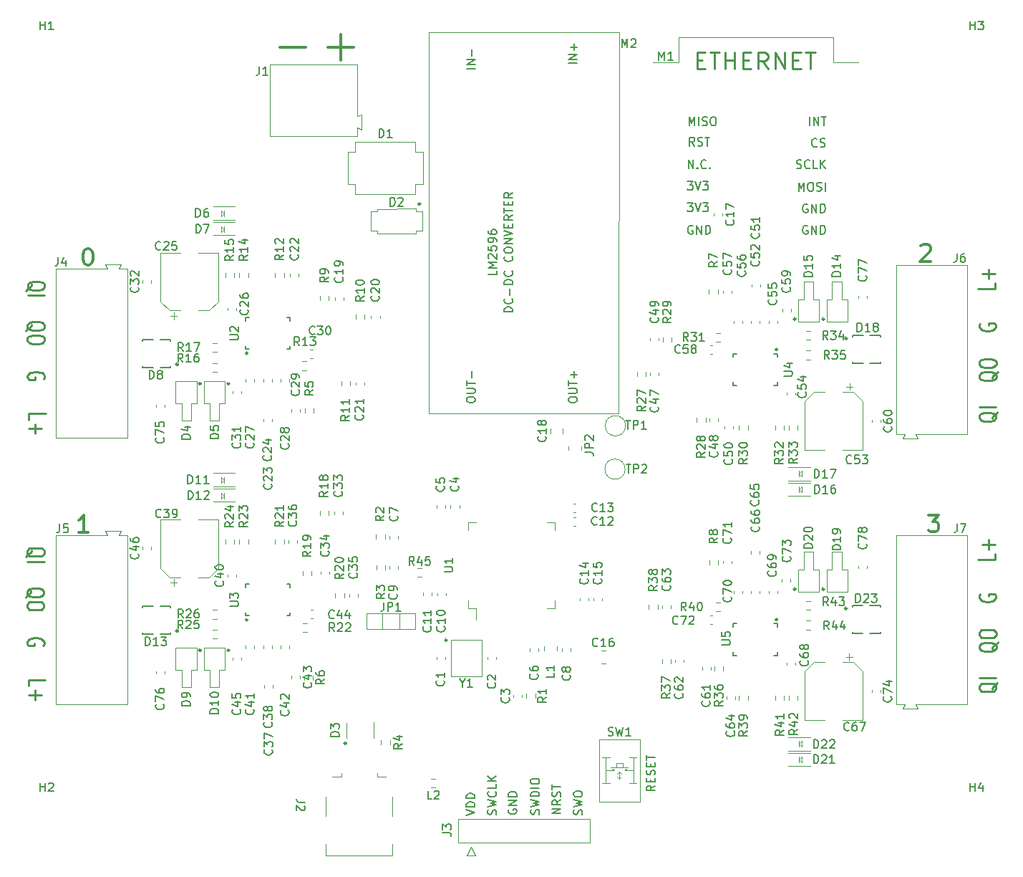
<source format=gbr>
%TF.GenerationSoftware,KiCad,Pcbnew,(5.1.9)-1*%
%TF.CreationDate,2021-03-04T00:36:31+01:00*%
%TF.ProjectId,IO_LINK,494f5f4c-494e-44b2-9e6b-696361645f70,rev?*%
%TF.SameCoordinates,Original*%
%TF.FileFunction,Legend,Top*%
%TF.FilePolarity,Positive*%
%FSLAX46Y46*%
G04 Gerber Fmt 4.6, Leading zero omitted, Abs format (unit mm)*
G04 Created by KiCad (PCBNEW (5.1.9)-1) date 2021-03-04 00:36:31*
%MOMM*%
%LPD*%
G01*
G04 APERTURE LIST*
%ADD10C,0.350000*%
%ADD11C,0.250000*%
%ADD12C,0.150000*%
%ADD13C,0.152400*%
%ADD14C,0.120000*%
%ADD15C,0.100000*%
G04 APERTURE END LIST*
D10*
X159273333Y-109064761D02*
X160511428Y-109064761D01*
X159844761Y-109826666D01*
X160130476Y-109826666D01*
X160320952Y-109921904D01*
X160416190Y-110017142D01*
X160511428Y-110207619D01*
X160511428Y-110683809D01*
X160416190Y-110874285D01*
X160320952Y-110969523D01*
X160130476Y-111064761D01*
X159559047Y-111064761D01*
X159368571Y-110969523D01*
X159273333Y-110874285D01*
X158418571Y-77255238D02*
X158513809Y-77160000D01*
X158704285Y-77064761D01*
X159180476Y-77064761D01*
X159370952Y-77160000D01*
X159466190Y-77255238D01*
X159561428Y-77445714D01*
X159561428Y-77636190D01*
X159466190Y-77921904D01*
X158323333Y-79064761D01*
X159561428Y-79064761D01*
X59814761Y-77564761D02*
X60005238Y-77564761D01*
X60195714Y-77660000D01*
X60290952Y-77755238D01*
X60386190Y-77945714D01*
X60481428Y-78326666D01*
X60481428Y-78802857D01*
X60386190Y-79183809D01*
X60290952Y-79374285D01*
X60195714Y-79469523D01*
X60005238Y-79564761D01*
X59814761Y-79564761D01*
X59624285Y-79469523D01*
X59529047Y-79374285D01*
X59433809Y-79183809D01*
X59338571Y-78802857D01*
X59338571Y-78326666D01*
X59433809Y-77945714D01*
X59529047Y-77755238D01*
X59624285Y-77660000D01*
X59814761Y-77564761D01*
D11*
X52905238Y-97785714D02*
X52905238Y-97071428D01*
X54905238Y-97071428D01*
X53667142Y-98285714D02*
X53667142Y-99428571D01*
X52905238Y-98857142D02*
X54429047Y-98857142D01*
X54660000Y-92982857D02*
X54755238Y-92840000D01*
X54755238Y-92625714D01*
X54660000Y-92411428D01*
X54469523Y-92268571D01*
X54279047Y-92197142D01*
X53898095Y-92125714D01*
X53612380Y-92125714D01*
X53231428Y-92197142D01*
X53040952Y-92268571D01*
X52850476Y-92411428D01*
X52755238Y-92625714D01*
X52755238Y-92768571D01*
X52850476Y-92982857D01*
X52945714Y-93054285D01*
X53612380Y-93054285D01*
X53612380Y-92768571D01*
X52584761Y-82544285D02*
X52680000Y-82401428D01*
X52870476Y-82258571D01*
X53156190Y-82044285D01*
X53251428Y-81901428D01*
X53251428Y-81758571D01*
X52775238Y-81830000D02*
X52870476Y-81687142D01*
X53060952Y-81544285D01*
X53441904Y-81472857D01*
X54108571Y-81472857D01*
X54489523Y-81544285D01*
X54680000Y-81687142D01*
X54775238Y-81830000D01*
X54775238Y-82115714D01*
X54680000Y-82258571D01*
X54489523Y-82401428D01*
X54108571Y-82472857D01*
X53441904Y-82472857D01*
X53060952Y-82401428D01*
X52870476Y-82258571D01*
X52775238Y-82115714D01*
X52775238Y-81830000D01*
X52775238Y-83115714D02*
X54775238Y-83115714D01*
X52554761Y-87315714D02*
X52650000Y-87172857D01*
X52840476Y-87030000D01*
X53126190Y-86815714D01*
X53221428Y-86672857D01*
X53221428Y-86530000D01*
X52745238Y-86601428D02*
X52840476Y-86458571D01*
X53030952Y-86315714D01*
X53411904Y-86244285D01*
X54078571Y-86244285D01*
X54459523Y-86315714D01*
X54650000Y-86458571D01*
X54745238Y-86601428D01*
X54745238Y-86887142D01*
X54650000Y-87030000D01*
X54459523Y-87172857D01*
X54078571Y-87244285D01*
X53411904Y-87244285D01*
X53030952Y-87172857D01*
X52840476Y-87030000D01*
X52745238Y-86887142D01*
X52745238Y-86601428D01*
X54745238Y-88172857D02*
X54745238Y-88458571D01*
X54650000Y-88601428D01*
X54459523Y-88744285D01*
X54078571Y-88815714D01*
X53411904Y-88815714D01*
X53030952Y-88744285D01*
X52840476Y-88601428D01*
X52745238Y-88458571D01*
X52745238Y-88172857D01*
X52840476Y-88030000D01*
X53030952Y-87887142D01*
X53411904Y-87815714D01*
X54078571Y-87815714D01*
X54459523Y-87887142D01*
X54650000Y-88030000D01*
X54745238Y-88172857D01*
D10*
X59941428Y-111084761D02*
X58798571Y-111084761D01*
X59370000Y-111084761D02*
X59370000Y-109084761D01*
X59179523Y-109370476D01*
X58989047Y-109560952D01*
X58798571Y-109656190D01*
D11*
X167154761Y-113624285D02*
X167154761Y-114338571D01*
X165154761Y-114338571D01*
X166392857Y-113124285D02*
X166392857Y-111981428D01*
X167154761Y-112552857D02*
X165630952Y-112552857D01*
X165400000Y-118427142D02*
X165304761Y-118570000D01*
X165304761Y-118784285D01*
X165400000Y-118998571D01*
X165590476Y-119141428D01*
X165780952Y-119212857D01*
X166161904Y-119284285D01*
X166447619Y-119284285D01*
X166828571Y-119212857D01*
X167019047Y-119141428D01*
X167209523Y-118998571D01*
X167304761Y-118784285D01*
X167304761Y-118641428D01*
X167209523Y-118427142D01*
X167114285Y-118355714D01*
X166447619Y-118355714D01*
X166447619Y-118641428D01*
X167475238Y-128865714D02*
X167380000Y-129008571D01*
X167189523Y-129151428D01*
X166903809Y-129365714D01*
X166808571Y-129508571D01*
X166808571Y-129651428D01*
X167284761Y-129580000D02*
X167189523Y-129722857D01*
X166999047Y-129865714D01*
X166618095Y-129937142D01*
X165951428Y-129937142D01*
X165570476Y-129865714D01*
X165380000Y-129722857D01*
X165284761Y-129580000D01*
X165284761Y-129294285D01*
X165380000Y-129151428D01*
X165570476Y-129008571D01*
X165951428Y-128937142D01*
X166618095Y-128937142D01*
X166999047Y-129008571D01*
X167189523Y-129151428D01*
X167284761Y-129294285D01*
X167284761Y-129580000D01*
X167284761Y-128294285D02*
X165284761Y-128294285D01*
X167505238Y-124094285D02*
X167410000Y-124237142D01*
X167219523Y-124380000D01*
X166933809Y-124594285D01*
X166838571Y-124737142D01*
X166838571Y-124880000D01*
X167314761Y-124808571D02*
X167219523Y-124951428D01*
X167029047Y-125094285D01*
X166648095Y-125165714D01*
X165981428Y-125165714D01*
X165600476Y-125094285D01*
X165410000Y-124951428D01*
X165314761Y-124808571D01*
X165314761Y-124522857D01*
X165410000Y-124380000D01*
X165600476Y-124237142D01*
X165981428Y-124165714D01*
X166648095Y-124165714D01*
X167029047Y-124237142D01*
X167219523Y-124380000D01*
X167314761Y-124522857D01*
X167314761Y-124808571D01*
X165314761Y-123237142D02*
X165314761Y-122951428D01*
X165410000Y-122808571D01*
X165600476Y-122665714D01*
X165981428Y-122594285D01*
X166648095Y-122594285D01*
X167029047Y-122665714D01*
X167219523Y-122808571D01*
X167314761Y-122951428D01*
X167314761Y-123237142D01*
X167219523Y-123380000D01*
X167029047Y-123522857D01*
X166648095Y-123594285D01*
X165981428Y-123594285D01*
X165600476Y-123522857D01*
X165410000Y-123380000D01*
X165314761Y-123237142D01*
X167154761Y-81644285D02*
X167154761Y-82358571D01*
X165154761Y-82358571D01*
X166392857Y-81144285D02*
X166392857Y-80001428D01*
X167154761Y-80572857D02*
X165630952Y-80572857D01*
X165400000Y-86447142D02*
X165304761Y-86590000D01*
X165304761Y-86804285D01*
X165400000Y-87018571D01*
X165590476Y-87161428D01*
X165780952Y-87232857D01*
X166161904Y-87304285D01*
X166447619Y-87304285D01*
X166828571Y-87232857D01*
X167019047Y-87161428D01*
X167209523Y-87018571D01*
X167304761Y-86804285D01*
X167304761Y-86661428D01*
X167209523Y-86447142D01*
X167114285Y-86375714D01*
X166447619Y-86375714D01*
X166447619Y-86661428D01*
X167475238Y-96885714D02*
X167380000Y-97028571D01*
X167189523Y-97171428D01*
X166903809Y-97385714D01*
X166808571Y-97528571D01*
X166808571Y-97671428D01*
X167284761Y-97600000D02*
X167189523Y-97742857D01*
X166999047Y-97885714D01*
X166618095Y-97957142D01*
X165951428Y-97957142D01*
X165570476Y-97885714D01*
X165380000Y-97742857D01*
X165284761Y-97600000D01*
X165284761Y-97314285D01*
X165380000Y-97171428D01*
X165570476Y-97028571D01*
X165951428Y-96957142D01*
X166618095Y-96957142D01*
X166999047Y-97028571D01*
X167189523Y-97171428D01*
X167284761Y-97314285D01*
X167284761Y-97600000D01*
X167284761Y-96314285D02*
X165284761Y-96314285D01*
X167505238Y-92114285D02*
X167410000Y-92257142D01*
X167219523Y-92400000D01*
X166933809Y-92614285D01*
X166838571Y-92757142D01*
X166838571Y-92900000D01*
X167314761Y-92828571D02*
X167219523Y-92971428D01*
X167029047Y-93114285D01*
X166648095Y-93185714D01*
X165981428Y-93185714D01*
X165600476Y-93114285D01*
X165410000Y-92971428D01*
X165314761Y-92828571D01*
X165314761Y-92542857D01*
X165410000Y-92400000D01*
X165600476Y-92257142D01*
X165981428Y-92185714D01*
X166648095Y-92185714D01*
X167029047Y-92257142D01*
X167219523Y-92400000D01*
X167314761Y-92542857D01*
X167314761Y-92828571D01*
X165314761Y-91257142D02*
X165314761Y-90971428D01*
X165410000Y-90828571D01*
X165600476Y-90685714D01*
X165981428Y-90614285D01*
X166648095Y-90614285D01*
X167029047Y-90685714D01*
X167219523Y-90828571D01*
X167314761Y-90971428D01*
X167314761Y-91257142D01*
X167219523Y-91400000D01*
X167029047Y-91542857D01*
X166648095Y-91614285D01*
X165981428Y-91614285D01*
X165600476Y-91542857D01*
X165410000Y-91400000D01*
X165314761Y-91257142D01*
X52855238Y-129255714D02*
X52855238Y-128541428D01*
X54855238Y-128541428D01*
X53617142Y-129755714D02*
X53617142Y-130898571D01*
X52855238Y-130327142D02*
X54379047Y-130327142D01*
X54610000Y-124452857D02*
X54705238Y-124310000D01*
X54705238Y-124095714D01*
X54610000Y-123881428D01*
X54419523Y-123738571D01*
X54229047Y-123667142D01*
X53848095Y-123595714D01*
X53562380Y-123595714D01*
X53181428Y-123667142D01*
X52990952Y-123738571D01*
X52800476Y-123881428D01*
X52705238Y-124095714D01*
X52705238Y-124238571D01*
X52800476Y-124452857D01*
X52895714Y-124524285D01*
X53562380Y-124524285D01*
X53562380Y-124238571D01*
X52534761Y-114014285D02*
X52630000Y-113871428D01*
X52820476Y-113728571D01*
X53106190Y-113514285D01*
X53201428Y-113371428D01*
X53201428Y-113228571D01*
X52725238Y-113300000D02*
X52820476Y-113157142D01*
X53010952Y-113014285D01*
X53391904Y-112942857D01*
X54058571Y-112942857D01*
X54439523Y-113014285D01*
X54630000Y-113157142D01*
X54725238Y-113300000D01*
X54725238Y-113585714D01*
X54630000Y-113728571D01*
X54439523Y-113871428D01*
X54058571Y-113942857D01*
X53391904Y-113942857D01*
X53010952Y-113871428D01*
X52820476Y-113728571D01*
X52725238Y-113585714D01*
X52725238Y-113300000D01*
X52725238Y-114585714D02*
X54725238Y-114585714D01*
X52504761Y-118785714D02*
X52600000Y-118642857D01*
X52790476Y-118500000D01*
X53076190Y-118285714D01*
X53171428Y-118142857D01*
X53171428Y-118000000D01*
X52695238Y-118071428D02*
X52790476Y-117928571D01*
X52980952Y-117785714D01*
X53361904Y-117714285D01*
X54028571Y-117714285D01*
X54409523Y-117785714D01*
X54600000Y-117928571D01*
X54695238Y-118071428D01*
X54695238Y-118357142D01*
X54600000Y-118500000D01*
X54409523Y-118642857D01*
X54028571Y-118714285D01*
X53361904Y-118714285D01*
X52980952Y-118642857D01*
X52790476Y-118500000D01*
X52695238Y-118357142D01*
X52695238Y-118071428D01*
X54695238Y-119642857D02*
X54695238Y-119928571D01*
X54600000Y-120071428D01*
X54409523Y-120214285D01*
X54028571Y-120285714D01*
X53361904Y-120285714D01*
X52980952Y-120214285D01*
X52790476Y-120071428D01*
X52695238Y-119928571D01*
X52695238Y-119642857D01*
X52790476Y-119500000D01*
X52980952Y-119357142D01*
X53361904Y-119285714D01*
X54028571Y-119285714D01*
X54409523Y-119357142D01*
X54600000Y-119500000D01*
X54695238Y-119642857D01*
D12*
X126972380Y-141042380D02*
X126496190Y-141375714D01*
X126972380Y-141613809D02*
X125972380Y-141613809D01*
X125972380Y-141232857D01*
X126020000Y-141137619D01*
X126067619Y-141090000D01*
X126162857Y-141042380D01*
X126305714Y-141042380D01*
X126400952Y-141090000D01*
X126448571Y-141137619D01*
X126496190Y-141232857D01*
X126496190Y-141613809D01*
X126448571Y-140613809D02*
X126448571Y-140280476D01*
X126972380Y-140137619D02*
X126972380Y-140613809D01*
X125972380Y-140613809D01*
X125972380Y-140137619D01*
X126924761Y-139756666D02*
X126972380Y-139613809D01*
X126972380Y-139375714D01*
X126924761Y-139280476D01*
X126877142Y-139232857D01*
X126781904Y-139185238D01*
X126686666Y-139185238D01*
X126591428Y-139232857D01*
X126543809Y-139280476D01*
X126496190Y-139375714D01*
X126448571Y-139566190D01*
X126400952Y-139661428D01*
X126353333Y-139709047D01*
X126258095Y-139756666D01*
X126162857Y-139756666D01*
X126067619Y-139709047D01*
X126020000Y-139661428D01*
X125972380Y-139566190D01*
X125972380Y-139328095D01*
X126020000Y-139185238D01*
X126448571Y-138756666D02*
X126448571Y-138423333D01*
X126972380Y-138280476D02*
X126972380Y-138756666D01*
X125972380Y-138756666D01*
X125972380Y-138280476D01*
X125972380Y-137994761D02*
X125972380Y-137423333D01*
X126972380Y-137709047D02*
X125972380Y-137709047D01*
D10*
X82576190Y-53825714D02*
X85623809Y-53825714D01*
X88236190Y-53815714D02*
X91283809Y-53815714D01*
X89760000Y-55339523D02*
X89760000Y-52291904D01*
D13*
%TO.C,D18*%
X152371913Y-91105340D02*
X153619320Y-91105340D01*
X153619320Y-87965900D02*
X153619320Y-87803340D01*
X150317320Y-90942780D02*
X150317320Y-91105340D01*
X153619320Y-87803340D02*
X152371913Y-87803340D01*
X150317320Y-91105340D02*
X151564727Y-91105340D01*
X150317320Y-87803340D02*
X150317320Y-87965900D01*
X153619320Y-91105340D02*
X153619320Y-90942780D01*
X151564727Y-87803340D02*
X150317320Y-87803340D01*
D11*
X149682320Y-88184340D02*
G75*
G03*
X149682320Y-88184340I-127000J0D01*
G01*
D14*
%TO.C,J1*%
X91756000Y-55858600D02*
X81406000Y-55858600D01*
X91756000Y-61958600D02*
X91756000Y-55858600D01*
X92256000Y-61708600D02*
X91756000Y-61958600D01*
X92256000Y-62458600D02*
X92256000Y-62408600D01*
X92256000Y-63488600D02*
X92256000Y-61708600D01*
X91756000Y-63238600D02*
X92256000Y-63488600D01*
X91756000Y-64258600D02*
X91756000Y-63238600D01*
X81406000Y-64258600D02*
X91756000Y-64258600D01*
X81406000Y-55858600D02*
X81406000Y-64258600D01*
%TO.C,M1*%
X148072700Y-55562800D02*
X151053900Y-55562800D01*
X129752700Y-55562800D02*
X126746100Y-55562800D01*
X129752700Y-55562800D02*
X129752700Y-52591000D01*
X148072700Y-55562800D02*
X148072700Y-52616400D01*
X148072700Y-52573200D02*
X129752700Y-52573200D01*
D13*
%TO.C,U4*%
X141452720Y-90391600D02*
X141452720Y-89987740D01*
X141061560Y-93746940D02*
X141452720Y-93746940D01*
X136194920Y-93343080D02*
X136194920Y-93746940D01*
X136586080Y-89987740D02*
X136194920Y-89987740D01*
X141452720Y-89987740D02*
X141061560Y-89987740D01*
X141452720Y-93746940D02*
X141452720Y-93343080D01*
X136194920Y-93746940D02*
X136586080Y-93746940D01*
X136194920Y-89987740D02*
X136194920Y-90391600D01*
D11*
X141450420Y-89505140D02*
G75*
G03*
X141450420Y-89505140I-112000J0D01*
G01*
D13*
%TO.C,U2*%
X78541100Y-89055740D02*
X78541100Y-89459600D01*
X78932260Y-85700400D02*
X78541100Y-85700400D01*
X83798900Y-86104260D02*
X83798900Y-85700400D01*
X83407740Y-89459600D02*
X83798900Y-89459600D01*
X78541100Y-89459600D02*
X78932260Y-89459600D01*
X78541100Y-85700400D02*
X78541100Y-86104260D01*
X83798900Y-85700400D02*
X83407740Y-85700400D01*
X83798900Y-89459600D02*
X83798900Y-89055740D01*
D11*
X78767400Y-89942200D02*
G75*
G03*
X78767400Y-89942200I-112000J0D01*
G01*
D14*
%TO.C,L2*%
X100984024Y-141281600D02*
X100474576Y-141281600D01*
X100984024Y-140236600D02*
X100474576Y-140236600D01*
%TO.C,D3*%
X93660100Y-135385900D02*
X93660100Y-133585900D01*
X90500700Y-133596900D02*
X90500700Y-135400300D01*
D11*
X90446300Y-136035300D02*
G75*
G03*
X90446300Y-136035300I-123400J0D01*
G01*
D14*
%TO.C,J7*%
X163865860Y-111446480D02*
X155459660Y-111446480D01*
X155459660Y-111446480D02*
X155458460Y-131408680D01*
X163859660Y-131408680D02*
X163865860Y-111444280D01*
X156479660Y-131408680D02*
X156229660Y-131908680D01*
X156229660Y-131908680D02*
X158009660Y-131908680D01*
X158009660Y-131908680D02*
X157759660Y-131408680D01*
X155458460Y-131408680D02*
X156479660Y-131408680D01*
X157759660Y-131408680D02*
X163859660Y-131408680D01*
%TO.C,J6*%
X163871220Y-79534840D02*
X155465020Y-79534840D01*
X155465020Y-79534840D02*
X155463820Y-99497040D01*
X163865020Y-99497040D02*
X163871220Y-79532640D01*
X156485020Y-99497040D02*
X156235020Y-99997040D01*
X156235020Y-99997040D02*
X158015020Y-99997040D01*
X158015020Y-99997040D02*
X157765020Y-99497040D01*
X155463820Y-99497040D02*
X156485020Y-99497040D01*
X157765020Y-99497040D02*
X163865020Y-99497040D01*
%TO.C,J3*%
X105199300Y-148259500D02*
X104699300Y-149259500D01*
X104699300Y-149259500D02*
X105699300Y-149259500D01*
X105699300Y-149259500D02*
X105199300Y-148259500D01*
X103675300Y-144985100D02*
X103675300Y-147779100D01*
X103675300Y-147779100D02*
X119296300Y-147779100D01*
X119296300Y-147779100D02*
X119296300Y-144985100D01*
X119296300Y-144985100D02*
X103675300Y-144985100D01*
%TO.C,C42*%
X83714200Y-124517933D02*
X83714200Y-124810467D01*
X82694200Y-124517933D02*
X82694200Y-124810467D01*
%TO.C,C78*%
X152028460Y-115357047D02*
X152028460Y-115064513D01*
X151008460Y-115357047D02*
X151008460Y-115064513D01*
%TO.C,C77*%
X152033820Y-83441107D02*
X152033820Y-83148573D01*
X151013820Y-83441107D02*
X151013820Y-83148573D01*
%TO.C,C76*%
X67962200Y-127502433D02*
X67962200Y-127794967D01*
X68982200Y-127502433D02*
X68982200Y-127794967D01*
%TO.C,C75*%
X67962200Y-96002433D02*
X67962200Y-96294967D01*
X68982200Y-96002433D02*
X68982200Y-96294967D01*
%TO.C,R41*%
X142198460Y-130896004D02*
X142198460Y-130386556D01*
X141153460Y-130896004D02*
X141153460Y-130386556D01*
%TO.C,R42*%
X142804460Y-130896004D02*
X142804460Y-130386556D01*
X143849460Y-130896004D02*
X143849460Y-130386556D01*
D15*
%TO.C,D22*%
X144330260Y-136407080D02*
X143974660Y-136102280D01*
X144330260Y-135746680D02*
X144330260Y-136407080D01*
X144330260Y-135746680D02*
X144000060Y-136076880D01*
X143974660Y-135746680D02*
X143974660Y-136407080D01*
D14*
X142752460Y-136902280D02*
X145302460Y-136902280D01*
X145302460Y-135352280D02*
X142752460Y-135352280D01*
%TO.C,D21*%
X145302460Y-137193780D02*
X142752460Y-137193780D01*
X142752460Y-138743780D02*
X145302460Y-138743780D01*
D15*
X143974660Y-137588180D02*
X143974660Y-138248580D01*
X144330260Y-137588180D02*
X144000060Y-137918380D01*
X144330260Y-137588180D02*
X144330260Y-138248580D01*
X144330260Y-138248580D02*
X143974660Y-137943780D01*
D11*
%TO.C,D23*%
X149676960Y-120100280D02*
G75*
G03*
X149676960Y-120100280I-127000J0D01*
G01*
D13*
X151559367Y-119719280D02*
X150311960Y-119719280D01*
X153613960Y-123021280D02*
X153613960Y-122858720D01*
X150311960Y-119719280D02*
X150311960Y-119881840D01*
X150311960Y-123021280D02*
X151559367Y-123021280D01*
X153613960Y-119719280D02*
X152366553Y-119719280D01*
X150311960Y-122858720D02*
X150311960Y-123021280D01*
X153613960Y-119881840D02*
X153613960Y-119719280D01*
X152366553Y-123021280D02*
X153613960Y-123021280D01*
D11*
%TO.C,D13*%
X70569300Y-122759100D02*
G75*
G03*
X70569300Y-122759100I-127000J0D01*
G01*
D13*
X68432893Y-123140100D02*
X69680300Y-123140100D01*
X66378300Y-119838100D02*
X66378300Y-120000660D01*
X69680300Y-123140100D02*
X69680300Y-122977540D01*
X69680300Y-119838100D02*
X68432893Y-119838100D01*
X66378300Y-123140100D02*
X67625707Y-123140100D01*
X69680300Y-120000660D02*
X69680300Y-119838100D01*
X66378300Y-122977540D02*
X66378300Y-123140100D01*
X67625707Y-119838100D02*
X66378300Y-119838100D01*
D11*
%TO.C,D8*%
X70569300Y-91259100D02*
G75*
G03*
X70569300Y-91259100I-127000J0D01*
G01*
D13*
X68432893Y-91640100D02*
X69680300Y-91640100D01*
X66378300Y-88338100D02*
X66378300Y-88500660D01*
X69680300Y-91640100D02*
X69680300Y-91477540D01*
X69680300Y-88338100D02*
X68432893Y-88338100D01*
X66378300Y-91640100D02*
X67625707Y-91640100D01*
X69680300Y-88500660D02*
X69680300Y-88338100D01*
X66378300Y-91477540D02*
X66378300Y-91640100D01*
X67625707Y-88338100D02*
X66378300Y-88338100D01*
D14*
%TO.C,J5*%
X56128800Y-131411500D02*
X64535000Y-131411500D01*
X64535000Y-131411500D02*
X64536200Y-111449300D01*
X56135000Y-111449300D02*
X56128800Y-131413700D01*
X63515000Y-111449300D02*
X63765000Y-110949300D01*
X63765000Y-110949300D02*
X61985000Y-110949300D01*
X61985000Y-110949300D02*
X62235000Y-111449300D01*
X64536200Y-111449300D02*
X63515000Y-111449300D01*
X62235000Y-111449300D02*
X56135000Y-111449300D01*
%TO.C,J4*%
X56128800Y-99911500D02*
X64535000Y-99911500D01*
X64535000Y-99911500D02*
X64536200Y-79949300D01*
X56135000Y-79949300D02*
X56128800Y-99913700D01*
X63515000Y-79949300D02*
X63765000Y-79449300D01*
X63765000Y-79449300D02*
X61985000Y-79449300D01*
X61985000Y-79449300D02*
X62235000Y-79949300D01*
X64536200Y-79949300D02*
X63515000Y-79949300D01*
X62235000Y-79949300D02*
X56135000Y-79949300D01*
%TO.C,R45*%
X99374024Y-116351600D02*
X98864576Y-116351600D01*
X99374024Y-115306600D02*
X98864576Y-115306600D01*
%TO.C,C1*%
X101146300Y-125824833D02*
X101146300Y-126117367D01*
X102166300Y-125824833D02*
X102166300Y-126117367D01*
%TO.C,C2*%
X107115300Y-126117367D02*
X107115300Y-125824833D01*
X108135300Y-126117367D02*
X108135300Y-125824833D01*
%TO.C,C3*%
X110179300Y-130302833D02*
X110179300Y-130595367D01*
X111199300Y-130302833D02*
X111199300Y-130595367D01*
%TO.C,C4*%
X102791900Y-108223567D02*
X102791900Y-107931033D01*
X103811900Y-108223567D02*
X103811900Y-107931033D01*
%TO.C,C5*%
X101115500Y-108223567D02*
X101115500Y-107931033D01*
X102135500Y-108223567D02*
X102135500Y-107931033D01*
%TO.C,C6*%
X113192620Y-125149887D02*
X113192620Y-124857353D01*
X112172620Y-125149887D02*
X112172620Y-124857353D01*
%TO.C,C7*%
X95578300Y-111830367D02*
X95578300Y-111537833D01*
X96598300Y-111830367D02*
X96598300Y-111537833D01*
%TO.C,C8*%
X117002620Y-125124487D02*
X117002620Y-124831953D01*
X115982620Y-125124487D02*
X115982620Y-124831953D01*
%TO.C,C9*%
X95517340Y-115119233D02*
X95517340Y-115411767D01*
X96537340Y-115119233D02*
X96537340Y-115411767D01*
%TO.C,C10*%
X102237100Y-118561367D02*
X102237100Y-118268833D01*
X101217100Y-118561367D02*
X101217100Y-118268833D01*
%TO.C,C11*%
X100560700Y-118535967D02*
X100560700Y-118243433D01*
X99540700Y-118535967D02*
X99540700Y-118243433D01*
%TO.C,C12*%
X117313593Y-109312280D02*
X117606127Y-109312280D01*
X117313593Y-110332280D02*
X117606127Y-110332280D01*
%TO.C,C13*%
X117311053Y-107722240D02*
X117603587Y-107722240D01*
X117311053Y-108742240D02*
X117603587Y-108742240D01*
%TO.C,C14*%
X119069300Y-118862833D02*
X119069300Y-119155367D01*
X118049300Y-118862833D02*
X118049300Y-119155367D01*
%TO.C,C15*%
X119699300Y-118872833D02*
X119699300Y-119165367D01*
X120719300Y-118872833D02*
X120719300Y-119165367D01*
%TO.C,C16*%
X120578048Y-126574100D02*
X121100552Y-126574100D01*
X120578048Y-125104100D02*
X121100552Y-125104100D01*
%TO.C,C17*%
X133929300Y-73402833D02*
X133929300Y-73695367D01*
X134949300Y-73402833D02*
X134949300Y-73695367D01*
%TO.C,C18*%
X114593800Y-99385052D02*
X114593800Y-98862548D01*
X116063800Y-99385052D02*
X116063800Y-98862548D01*
%TO.C,C19*%
X90121300Y-83661767D02*
X90121300Y-83369233D01*
X89101300Y-83661767D02*
X89101300Y-83369233D01*
%TO.C,C20*%
X93393900Y-85820767D02*
X93393900Y-85528233D01*
X94413900Y-85820767D02*
X94413900Y-85528233D01*
%TO.C,C21*%
X91539700Y-93376833D02*
X91539700Y-93669367D01*
X92559700Y-93376833D02*
X92559700Y-93669367D01*
%TO.C,C22*%
X84812700Y-80867767D02*
X84812700Y-80575233D01*
X83792700Y-80867767D02*
X83792700Y-80575233D01*
%TO.C,C23*%
X81682200Y-97733733D02*
X81682200Y-98026267D01*
X80662200Y-97733733D02*
X80662200Y-98026267D01*
%TO.C,C24*%
X81682200Y-93017933D02*
X81682200Y-93310467D01*
X80662200Y-93017933D02*
X80662200Y-93310467D01*
%TO.C,C25*%
X69647250Y-85536650D02*
X70434750Y-85536650D01*
X70041000Y-85930400D02*
X70041000Y-85142900D01*
X74234063Y-84902900D02*
X75298500Y-83838463D01*
X69542937Y-84902900D02*
X68478500Y-83838463D01*
X69542937Y-84902900D02*
X70828500Y-84902900D01*
X74234063Y-84902900D02*
X72948500Y-84902900D01*
X75298500Y-83838463D02*
X75298500Y-78082900D01*
X68478500Y-83838463D02*
X68478500Y-78082900D01*
X68478500Y-78082900D02*
X70828500Y-78082900D01*
X75298500Y-78082900D02*
X72948500Y-78082900D01*
%TO.C,C26*%
X77427700Y-84864967D02*
X77427700Y-84572433D01*
X76407700Y-84864967D02*
X76407700Y-84572433D01*
%TO.C,C27*%
X79584000Y-93016833D02*
X79584000Y-93309367D01*
X78564000Y-93016833D02*
X78564000Y-93309367D01*
%TO.C,C28*%
X83714200Y-93017933D02*
X83714200Y-93310467D01*
X82694200Y-93017933D02*
X82694200Y-93310467D01*
%TO.C,C29*%
X83964200Y-96572833D02*
X83964200Y-96865367D01*
X84984200Y-96572833D02*
X84984200Y-96865367D01*
%TO.C,C30*%
X86480967Y-90502500D02*
X86188433Y-90502500D01*
X86480967Y-89482500D02*
X86188433Y-89482500D01*
%TO.C,C31*%
X77994000Y-94416833D02*
X77994000Y-94709367D01*
X76974000Y-94416833D02*
X76974000Y-94709367D01*
%TO.C,C32*%
X66374700Y-81626467D02*
X66374700Y-81333933D01*
X67394700Y-81626467D02*
X67394700Y-81333933D01*
%TO.C,C33*%
X90045100Y-108984467D02*
X90045100Y-108691933D01*
X89025100Y-108984467D02*
X89025100Y-108691933D01*
%TO.C,C34*%
X87424900Y-116046767D02*
X87424900Y-115754233D01*
X88444900Y-116046767D02*
X88444900Y-115754233D01*
%TO.C,C35*%
X90828500Y-118688367D02*
X90828500Y-118395833D01*
X91848500Y-118688367D02*
X91848500Y-118395833D01*
%TO.C,C36*%
X84609500Y-112363767D02*
X84609500Y-112071233D01*
X83589500Y-112363767D02*
X83589500Y-112071233D01*
%TO.C,C37*%
X81752000Y-129152733D02*
X81752000Y-129445267D01*
X80732000Y-129152733D02*
X80732000Y-129445267D01*
%TO.C,C38*%
X80662200Y-124517933D02*
X80662200Y-124810467D01*
X81682200Y-124517933D02*
X81682200Y-124810467D01*
%TO.C,C39*%
X69647250Y-117036650D02*
X70434750Y-117036650D01*
X70041000Y-117430400D02*
X70041000Y-116642900D01*
X74234063Y-116402900D02*
X75298500Y-115338463D01*
X69542937Y-116402900D02*
X68478500Y-115338463D01*
X69542937Y-116402900D02*
X70828500Y-116402900D01*
X74234063Y-116402900D02*
X72948500Y-116402900D01*
X75298500Y-115338463D02*
X75298500Y-109582900D01*
X68478500Y-115338463D02*
X68478500Y-109582900D01*
X68478500Y-109582900D02*
X70828500Y-109582900D01*
X75298500Y-109582900D02*
X72948500Y-109582900D01*
%TO.C,C40*%
X77427700Y-116364967D02*
X77427700Y-116072433D01*
X76407700Y-116364967D02*
X76407700Y-116072433D01*
%TO.C,C41*%
X78566700Y-124517933D02*
X78566700Y-124810467D01*
X79586700Y-124517933D02*
X79586700Y-124810467D01*
%TO.C,C43*%
X84984200Y-128072833D02*
X84984200Y-128365367D01*
X83964200Y-128072833D02*
X83964200Y-128365367D01*
%TO.C,C44*%
X86525467Y-120280700D02*
X86232933Y-120280700D01*
X86525467Y-121300700D02*
X86232933Y-121300700D01*
%TO.C,C45*%
X77999200Y-125914933D02*
X77999200Y-126207467D01*
X76979200Y-125914933D02*
X76979200Y-126207467D01*
%TO.C,C46*%
X66374700Y-113126467D02*
X66374700Y-112833933D01*
X67394700Y-113126467D02*
X67394700Y-112833933D01*
%TO.C,C47*%
X127423740Y-92533987D02*
X127423740Y-92241453D01*
X126403740Y-92533987D02*
X126403740Y-92241453D01*
%TO.C,C48*%
X134439300Y-97662833D02*
X134439300Y-97955367D01*
X133419300Y-97662833D02*
X133419300Y-97955367D01*
%TO.C,C49*%
X126349300Y-88455367D02*
X126349300Y-88162833D01*
X127369300Y-88455367D02*
X127369300Y-88162833D01*
%TO.C,C50*%
X135197220Y-98581293D02*
X135197220Y-98873827D01*
X136217220Y-98581293D02*
X136217220Y-98873827D01*
%TO.C,C51*%
X138390000Y-82074267D02*
X138390000Y-81781733D01*
X139410000Y-82074267D02*
X139410000Y-81781733D01*
%TO.C,C52*%
X138313820Y-86425607D02*
X138313820Y-86133073D01*
X139333820Y-86425607D02*
X139333820Y-86133073D01*
%TO.C,C53*%
X144697520Y-101360640D02*
X147047520Y-101360640D01*
X151517520Y-101360640D02*
X149167520Y-101360640D01*
X151517520Y-95605077D02*
X151517520Y-101360640D01*
X144697520Y-95605077D02*
X144697520Y-101360640D01*
X145761957Y-94540640D02*
X147047520Y-94540640D01*
X150453083Y-94540640D02*
X149167520Y-94540640D01*
X150453083Y-94540640D02*
X151517520Y-95605077D01*
X145761957Y-94540640D02*
X144697520Y-95605077D01*
X149955020Y-93513140D02*
X149955020Y-94300640D01*
X150348770Y-93906890D02*
X149561270Y-93906890D01*
%TO.C,C54*%
X142568320Y-94578573D02*
X142568320Y-94871107D01*
X143588320Y-94578573D02*
X143588320Y-94871107D01*
%TO.C,C55*%
X140409320Y-86425607D02*
X140409320Y-86133073D01*
X141429320Y-86425607D02*
X141429320Y-86133073D01*
%TO.C,C56*%
X136281820Y-86425607D02*
X136281820Y-86133073D01*
X137301820Y-86425607D02*
X137301820Y-86133073D01*
%TO.C,C57*%
X136031820Y-82869607D02*
X136031820Y-82577073D01*
X135011820Y-82869607D02*
X135011820Y-82577073D01*
%TO.C,C58*%
X133470553Y-89991960D02*
X133763087Y-89991960D01*
X133470553Y-88971960D02*
X133763087Y-88971960D01*
%TO.C,C59*%
X143016820Y-85028607D02*
X143016820Y-84736073D01*
X141996820Y-85028607D02*
X141996820Y-84736073D01*
%TO.C,C60*%
X153621320Y-97817073D02*
X153621320Y-98109607D01*
X152601320Y-97817073D02*
X152601320Y-98109607D01*
%TO.C,C61*%
X132559300Y-127052833D02*
X132559300Y-127345367D01*
X133579300Y-127052833D02*
X133579300Y-127345367D01*
%TO.C,C62*%
X129329300Y-126172833D02*
X129329300Y-126465367D01*
X130349300Y-126172833D02*
X130349300Y-126465367D01*
%TO.C,C63*%
X127833300Y-120052567D02*
X127833300Y-119760033D01*
X128853300Y-120052567D02*
X128853300Y-119760033D01*
%TO.C,C64*%
X135429300Y-130512833D02*
X135429300Y-130805367D01*
X136449300Y-130512833D02*
X136449300Y-130805367D01*
%TO.C,C65*%
X139340000Y-113636267D02*
X139340000Y-113343733D01*
X138320000Y-113636267D02*
X138320000Y-113343733D01*
%TO.C,C66*%
X139328460Y-118341547D02*
X139328460Y-118049013D01*
X138308460Y-118341547D02*
X138308460Y-118049013D01*
%TO.C,C67*%
X144679460Y-133289280D02*
X147029460Y-133289280D01*
X151499460Y-133289280D02*
X149149460Y-133289280D01*
X151499460Y-127533717D02*
X151499460Y-133289280D01*
X144679460Y-127533717D02*
X144679460Y-133289280D01*
X145743897Y-126469280D02*
X147029460Y-126469280D01*
X150435023Y-126469280D02*
X149149460Y-126469280D01*
X150435023Y-126469280D02*
X151499460Y-127533717D01*
X145743897Y-126469280D02*
X144679460Y-127533717D01*
X149936960Y-125441780D02*
X149936960Y-126229280D01*
X150330710Y-125835530D02*
X149543210Y-125835530D01*
%TO.C,C68*%
X142562960Y-126494513D02*
X142562960Y-126787047D01*
X143582960Y-126494513D02*
X143582960Y-126787047D01*
%TO.C,C69*%
X140403960Y-118341547D02*
X140403960Y-118049013D01*
X141423960Y-118341547D02*
X141423960Y-118049013D01*
%TO.C,C70*%
X136276460Y-118341547D02*
X136276460Y-118049013D01*
X137296460Y-118341547D02*
X137296460Y-118049013D01*
%TO.C,C71*%
X135006460Y-114785547D02*
X135006460Y-114493013D01*
X136026460Y-114785547D02*
X136026460Y-114493013D01*
%TO.C,C72*%
X133473033Y-121969100D02*
X133765567Y-121969100D01*
X133473033Y-120949100D02*
X133765567Y-120949100D01*
%TO.C,C73*%
X143011460Y-116944547D02*
X143011460Y-116652013D01*
X141991460Y-116944547D02*
X141991460Y-116652013D01*
%TO.C,C74*%
X153615960Y-129733013D02*
X153615960Y-130025547D01*
X152595960Y-129733013D02*
X152595960Y-130025547D01*
%TO.C,D1*%
X98641000Y-64935400D02*
X91482200Y-64935400D01*
X91482200Y-66129200D02*
X90614600Y-66129200D01*
X98637000Y-71183800D02*
X91478200Y-71183800D01*
X91478200Y-69990000D02*
X91478200Y-71183800D01*
X90614600Y-69990000D02*
X91478200Y-69990000D01*
X99504600Y-69990000D02*
X98637000Y-69990000D01*
X98641000Y-64935400D02*
X98641000Y-66129200D01*
X99504600Y-66129200D02*
X98641000Y-66129200D01*
X98637000Y-69990000D02*
X98637000Y-71183800D01*
X91482200Y-64935400D02*
X91482200Y-66129200D01*
X90614600Y-69990000D02*
X90614600Y-66129200D01*
X99504600Y-66129200D02*
X99504600Y-69990000D01*
%TO.C,D2*%
X99428400Y-75474400D02*
X99428400Y-73190200D01*
X98662400Y-73190200D02*
X99428400Y-73190200D01*
X98662400Y-75474400D02*
X99428400Y-75476400D01*
X93332400Y-73190400D02*
X93332400Y-75476400D01*
X98662400Y-72883400D02*
X98662400Y-73190400D01*
X98662400Y-75474400D02*
X98662400Y-75781200D01*
X98662400Y-72883400D02*
X94094400Y-72885600D01*
X98662400Y-75781200D02*
X94098400Y-75781200D01*
D11*
X99221200Y-72301400D02*
G75*
G03*
X99221200Y-72301400I-123000J0D01*
G01*
D14*
X93332400Y-73190400D02*
X94094400Y-73190400D01*
X94094400Y-73190400D02*
X94094400Y-72885600D01*
X93332400Y-75476400D02*
X94094400Y-75476400D01*
X94094400Y-75476400D02*
X94094400Y-75781200D01*
%TO.C,D4*%
X70275600Y-95882000D02*
X70275600Y-93215000D01*
X72068840Y-97939400D02*
X70961400Y-97939400D01*
X72079000Y-95882000D02*
X72079000Y-97939400D01*
X72739400Y-95882000D02*
X72079000Y-95882000D01*
X72739400Y-93215000D02*
X72739400Y-95882000D01*
X70275600Y-93215000D02*
X72739400Y-93215000D01*
X70961400Y-95882000D02*
X70961400Y-97939400D01*
X70275600Y-95882000D02*
X70961400Y-95882000D01*
D11*
X73268800Y-93542660D02*
G75*
G03*
X73268800Y-93542660I-123000J0D01*
G01*
D14*
%TO.C,D5*%
X73641100Y-95882000D02*
X73641100Y-93215000D01*
X75434340Y-97939400D02*
X74326900Y-97939400D01*
X75444500Y-95882000D02*
X75444500Y-97939400D01*
X76104900Y-95882000D02*
X75444500Y-95882000D01*
X76104900Y-93215000D02*
X76104900Y-95882000D01*
X73641100Y-93215000D02*
X76104900Y-93215000D01*
X74326900Y-95882000D02*
X74326900Y-97939400D01*
X73641100Y-95882000D02*
X74326900Y-95882000D01*
D11*
X76634300Y-93542660D02*
G75*
G03*
X76634300Y-93542660I-123000J0D01*
G01*
D14*
%TO.C,D6*%
X74688200Y-74165700D02*
X77238200Y-74165700D01*
X77238200Y-72615700D02*
X74688200Y-72615700D01*
D15*
X76016000Y-73771300D02*
X76016000Y-73110900D01*
X75660400Y-73771300D02*
X75990600Y-73441100D01*
X75660400Y-73771300D02*
X75660400Y-73110900D01*
X75660400Y-73110900D02*
X76016000Y-73415700D01*
D14*
%TO.C,D7*%
X74688200Y-76007200D02*
X77238200Y-76007200D01*
X77238200Y-74457200D02*
X74688200Y-74457200D01*
D15*
X76016000Y-75612800D02*
X76016000Y-74952400D01*
X75660400Y-75612800D02*
X75990600Y-75282600D01*
X75660400Y-75612800D02*
X75660400Y-74952400D01*
X75660400Y-74952400D02*
X76016000Y-75257200D01*
D11*
%TO.C,D9*%
X73268800Y-125042660D02*
G75*
G03*
X73268800Y-125042660I-123000J0D01*
G01*
D14*
X70275600Y-127382000D02*
X70961400Y-127382000D01*
X70961400Y-127382000D02*
X70961400Y-129439400D01*
X70275600Y-124715000D02*
X72739400Y-124715000D01*
X72739400Y-124715000D02*
X72739400Y-127382000D01*
X72739400Y-127382000D02*
X72079000Y-127382000D01*
X72079000Y-127382000D02*
X72079000Y-129439400D01*
X72068840Y-129439400D02*
X70961400Y-129439400D01*
X70275600Y-127382000D02*
X70275600Y-124715000D01*
D11*
%TO.C,D10*%
X76634300Y-125042660D02*
G75*
G03*
X76634300Y-125042660I-123000J0D01*
G01*
D14*
X73641100Y-127382000D02*
X74326900Y-127382000D01*
X74326900Y-127382000D02*
X74326900Y-129439400D01*
X73641100Y-124715000D02*
X76104900Y-124715000D01*
X76104900Y-124715000D02*
X76104900Y-127382000D01*
X76104900Y-127382000D02*
X75444500Y-127382000D01*
X75444500Y-127382000D02*
X75444500Y-129439400D01*
X75434340Y-129439400D02*
X74326900Y-129439400D01*
X73641100Y-127382000D02*
X73641100Y-124715000D01*
D15*
%TO.C,D11*%
X75660400Y-104610900D02*
X76016000Y-104915700D01*
X75660400Y-105271300D02*
X75660400Y-104610900D01*
X75660400Y-105271300D02*
X75990600Y-104941100D01*
X76016000Y-105271300D02*
X76016000Y-104610900D01*
D14*
X77238200Y-104115700D02*
X74688200Y-104115700D01*
X74688200Y-105665700D02*
X77238200Y-105665700D01*
D15*
%TO.C,D12*%
X75660400Y-106452400D02*
X76016000Y-106757200D01*
X75660400Y-107112800D02*
X75660400Y-106452400D01*
X75660400Y-107112800D02*
X75990600Y-106782600D01*
X76016000Y-107112800D02*
X76016000Y-106452400D01*
D14*
X77238200Y-105957200D02*
X74688200Y-105957200D01*
X74688200Y-107507200D02*
X77238200Y-107507200D01*
%TO.C,D14*%
X149720420Y-83561540D02*
X149720420Y-86228540D01*
X147927180Y-81504140D02*
X149034620Y-81504140D01*
X147917020Y-83561540D02*
X147917020Y-81504140D01*
X147256620Y-83561540D02*
X147917020Y-83561540D01*
X147256620Y-86228540D02*
X147256620Y-83561540D01*
X149720420Y-86228540D02*
X147256620Y-86228540D01*
X149034620Y-83561540D02*
X149034620Y-81504140D01*
X149720420Y-83561540D02*
X149034620Y-83561540D01*
D11*
X146973220Y-85900880D02*
G75*
G03*
X146973220Y-85900880I-123000J0D01*
G01*
%TO.C,D15*%
X143607720Y-85900880D02*
G75*
G03*
X143607720Y-85900880I-123000J0D01*
G01*
D14*
X146354920Y-83561540D02*
X145669120Y-83561540D01*
X145669120Y-83561540D02*
X145669120Y-81504140D01*
X146354920Y-86228540D02*
X143891120Y-86228540D01*
X143891120Y-86228540D02*
X143891120Y-83561540D01*
X143891120Y-83561540D02*
X144551520Y-83561540D01*
X144551520Y-83561540D02*
X144551520Y-81504140D01*
X144561680Y-81504140D02*
X145669120Y-81504140D01*
X146354920Y-83561540D02*
X146354920Y-86228540D01*
%TO.C,D16*%
X145307820Y-105277840D02*
X142757820Y-105277840D01*
X142757820Y-106827840D02*
X145307820Y-106827840D01*
D15*
X143980020Y-105672240D02*
X143980020Y-106332640D01*
X144335620Y-105672240D02*
X144005420Y-106002440D01*
X144335620Y-105672240D02*
X144335620Y-106332640D01*
X144335620Y-106332640D02*
X143980020Y-106027840D01*
%TO.C,D17*%
X144335620Y-104491140D02*
X143980020Y-104186340D01*
X144335620Y-103830740D02*
X144335620Y-104491140D01*
X144335620Y-103830740D02*
X144005420Y-104160940D01*
X143980020Y-103830740D02*
X143980020Y-104491140D01*
D14*
X142757820Y-104986340D02*
X145307820Y-104986340D01*
X145307820Y-103436340D02*
X142757820Y-103436340D01*
%TO.C,D19*%
X149715060Y-115477480D02*
X149715060Y-118144480D01*
X147921820Y-113420080D02*
X149029260Y-113420080D01*
X147911660Y-115477480D02*
X147911660Y-113420080D01*
X147251260Y-115477480D02*
X147911660Y-115477480D01*
X147251260Y-118144480D02*
X147251260Y-115477480D01*
X149715060Y-118144480D02*
X147251260Y-118144480D01*
X149029260Y-115477480D02*
X149029260Y-113420080D01*
X149715060Y-115477480D02*
X149029260Y-115477480D01*
D11*
X146967860Y-117816820D02*
G75*
G03*
X146967860Y-117816820I-123000J0D01*
G01*
%TO.C,D20*%
X143602360Y-117816820D02*
G75*
G03*
X143602360Y-117816820I-123000J0D01*
G01*
D14*
X146349560Y-115477480D02*
X145663760Y-115477480D01*
X145663760Y-115477480D02*
X145663760Y-113420080D01*
X146349560Y-118144480D02*
X143885760Y-118144480D01*
X143885760Y-118144480D02*
X143885760Y-115477480D01*
X143885760Y-115477480D02*
X144546160Y-115477480D01*
X144546160Y-115477480D02*
X144546160Y-113420080D01*
X144556320Y-113420080D02*
X145663760Y-113420080D01*
X146349560Y-115477480D02*
X146349560Y-118144480D01*
%TO.C,J2*%
X88063400Y-149306000D02*
X88063400Y-147956000D01*
X88061800Y-144654000D02*
X88063400Y-142368000D01*
X88783400Y-139986000D02*
X89863400Y-139986000D01*
X94083400Y-139986000D02*
X95163400Y-139986000D01*
X95883400Y-144628600D02*
X95883400Y-142368000D01*
X95883400Y-149306000D02*
X95883400Y-147956000D01*
X89863400Y-139986000D02*
X89863400Y-139556000D01*
X95883400Y-149306000D02*
X88063400Y-149306000D01*
X94083400Y-139986000D02*
X94083400Y-139556000D01*
%TO.C,JP1*%
X96709900Y-120689300D02*
X96709900Y-122568900D01*
X94728700Y-120689300D02*
X94728700Y-122568900D01*
X98564100Y-120689300D02*
X92874500Y-120689300D01*
X98564100Y-122568900D02*
X98564100Y-120689300D01*
X92874500Y-122568900D02*
X98564100Y-122568900D01*
X92874500Y-120689300D02*
X92874500Y-122568900D01*
%TO.C,JP2*%
X116754300Y-100952036D02*
X116754300Y-101406164D01*
X118224300Y-100952036D02*
X118224300Y-101406164D01*
%TO.C,L1*%
X113878020Y-124564568D02*
X113878020Y-125087072D01*
X115348020Y-124564568D02*
X115348020Y-125087072D01*
%TO.C,M2*%
X122692300Y-52034100D02*
X100192300Y-52034100D01*
X100192300Y-52034100D02*
X100192300Y-97034100D01*
X122692300Y-52034100D02*
X122682100Y-97034100D01*
X122682100Y-97034100D02*
X100192300Y-97034100D01*
%TO.C,R1*%
X111766800Y-130683824D02*
X111766800Y-130174376D01*
X112811800Y-130683824D02*
X112811800Y-130174376D01*
%TO.C,R2*%
X95010600Y-111403976D02*
X95010600Y-111913424D01*
X93965600Y-111403976D02*
X93965600Y-111913424D01*
%TO.C,R3*%
X95036000Y-115520224D02*
X95036000Y-115010776D01*
X93991000Y-115520224D02*
X93991000Y-115010776D01*
%TO.C,R4*%
X95607500Y-136157724D02*
X95607500Y-135648276D01*
X94562500Y-136157724D02*
X94562500Y-135648276D01*
%TO.C,R5*%
X86601800Y-96454376D02*
X86601800Y-96963824D01*
X85556800Y-96454376D02*
X85556800Y-96963824D01*
%TO.C,R6*%
X86511800Y-128014376D02*
X86511800Y-128523824D01*
X85466800Y-128014376D02*
X85466800Y-128523824D01*
%TO.C,R7*%
X134391800Y-82923824D02*
X134391800Y-82414376D01*
X133346800Y-82923824D02*
X133346800Y-82414376D01*
%TO.C,R8*%
X134421800Y-114913824D02*
X134421800Y-114404376D01*
X133376800Y-114913824D02*
X133376800Y-114404376D01*
%TO.C,R9*%
X88381200Y-83161076D02*
X88381200Y-83670524D01*
X87336200Y-83161076D02*
X87336200Y-83670524D01*
%TO.C,R10*%
X91578000Y-85396276D02*
X91578000Y-85905724D01*
X92623000Y-85396276D02*
X92623000Y-85905724D01*
%TO.C,R11*%
X89850800Y-93752424D02*
X89850800Y-93242976D01*
X90895800Y-93752424D02*
X90895800Y-93242976D01*
%TO.C,R12*%
X82046700Y-80463476D02*
X82046700Y-80972924D01*
X83091700Y-80463476D02*
X83091700Y-80972924D01*
%TO.C,R13*%
X85267176Y-91937400D02*
X85776624Y-91937400D01*
X85267176Y-90892400D02*
X85776624Y-90892400D01*
%TO.C,R14*%
X78837200Y-80463476D02*
X78837200Y-80972924D01*
X77792200Y-80463476D02*
X77792200Y-80972924D01*
%TO.C,R15*%
X76141200Y-80463476D02*
X76141200Y-80972924D01*
X77186200Y-80463476D02*
X77186200Y-80972924D01*
%TO.C,R16*%
X75140424Y-92162700D02*
X74630976Y-92162700D01*
X75140424Y-91117700D02*
X74630976Y-91117700D01*
%TO.C,R17*%
X74630976Y-89813200D02*
X75140424Y-89813200D01*
X74630976Y-88768200D02*
X75140424Y-88768200D01*
%TO.C,R18*%
X88355800Y-108559176D02*
X88355800Y-109068624D01*
X87310800Y-108559176D02*
X87310800Y-109068624D01*
%TO.C,R19*%
X85304200Y-115671176D02*
X85304200Y-116180624D01*
X86349200Y-115671176D02*
X86349200Y-116180624D01*
%TO.C,R20*%
X90184600Y-118287376D02*
X90184600Y-118796824D01*
X89139600Y-118287376D02*
X89139600Y-118796824D01*
%TO.C,R21*%
X82046700Y-111963476D02*
X82046700Y-112472924D01*
X83091700Y-111963476D02*
X83091700Y-112472924D01*
%TO.C,R22*%
X85273576Y-122888000D02*
X85783024Y-122888000D01*
X85273576Y-121843000D02*
X85783024Y-121843000D01*
%TO.C,R23*%
X77792200Y-111963476D02*
X77792200Y-112472924D01*
X78837200Y-111963476D02*
X78837200Y-112472924D01*
%TO.C,R24*%
X77186200Y-111963476D02*
X77186200Y-112472924D01*
X76141200Y-111963476D02*
X76141200Y-112472924D01*
%TO.C,R25*%
X75140424Y-122617700D02*
X74630976Y-122617700D01*
X75140424Y-123662700D02*
X74630976Y-123662700D01*
%TO.C,R26*%
X74630976Y-120268200D02*
X75140424Y-120268200D01*
X74630976Y-121313200D02*
X75140424Y-121313200D01*
%TO.C,R27*%
X124839300Y-92148236D02*
X124839300Y-92657684D01*
X125884300Y-92148236D02*
X125884300Y-92657684D01*
%TO.C,R28*%
X131906800Y-98083824D02*
X131906800Y-97574376D01*
X132951800Y-98083824D02*
X132951800Y-97574376D01*
%TO.C,R29*%
X127906800Y-88054376D02*
X127906800Y-88563824D01*
X128951800Y-88054376D02*
X128951800Y-88563824D01*
%TO.C,R30*%
X136904320Y-98980064D02*
X136904320Y-98470616D01*
X137949320Y-98980064D02*
X137949320Y-98470616D01*
%TO.C,R31*%
X134714804Y-88589680D02*
X134205356Y-88589680D01*
X134714804Y-87544680D02*
X134205356Y-87544680D01*
%TO.C,R32*%
X141158820Y-98980064D02*
X141158820Y-98470616D01*
X142203820Y-98980064D02*
X142203820Y-98470616D01*
%TO.C,R33*%
X143854820Y-98980064D02*
X143854820Y-98470616D01*
X142809820Y-98980064D02*
X142809820Y-98470616D01*
%TO.C,R34*%
X144855596Y-87280840D02*
X145365044Y-87280840D01*
X144855596Y-88325840D02*
X145365044Y-88325840D01*
%TO.C,R35*%
X145365044Y-89630340D02*
X144855596Y-89630340D01*
X145365044Y-90675340D02*
X144855596Y-90675340D01*
%TO.C,R36*%
X133995460Y-127483404D02*
X133995460Y-126973956D01*
X135040460Y-127483404D02*
X135040460Y-126973956D01*
%TO.C,R37*%
X128850460Y-126629604D02*
X128850460Y-126120156D01*
X127805460Y-126629604D02*
X127805460Y-126120156D01*
%TO.C,R38*%
X127291800Y-119654376D02*
X127291800Y-120163824D01*
X126246800Y-119654376D02*
X126246800Y-120163824D01*
%TO.C,R39*%
X137943960Y-130896004D02*
X137943960Y-130386556D01*
X136898960Y-130896004D02*
X136898960Y-130386556D01*
%TO.C,R40*%
X134714024Y-120441600D02*
X134204576Y-120441600D01*
X134714024Y-119396600D02*
X134204576Y-119396600D01*
%TO.C,R43*%
X144850236Y-120241780D02*
X145359684Y-120241780D01*
X144850236Y-119196780D02*
X145359684Y-119196780D01*
%TO.C,R44*%
X145359684Y-122591280D02*
X144850236Y-122591280D01*
X145359684Y-121546280D02*
X144850236Y-121546280D01*
D15*
%TO.C,SW1*%
X122770300Y-139381100D02*
X122516300Y-139635100D01*
X122770300Y-139381100D02*
X123024300Y-139635100D01*
X122770300Y-140270100D02*
X122516300Y-140016100D01*
X122770300Y-140270100D02*
X123024300Y-140016100D01*
X122770300Y-139381100D02*
X122770300Y-140270100D01*
D14*
X122389300Y-138365100D02*
X122389300Y-138873100D01*
X123151300Y-138365100D02*
X122389300Y-138365100D01*
X123151300Y-138873100D02*
X123151300Y-138365100D01*
X123786300Y-138873100D02*
X121754300Y-138873100D01*
X121119300Y-139254100D02*
X122135300Y-139254100D01*
X124421300Y-137730100D02*
X124421300Y-140778100D01*
X121119300Y-137730100D02*
X121119300Y-140778100D01*
X120738300Y-140778100D02*
X121627300Y-140778100D01*
X124802300Y-140778100D02*
X123913300Y-140778100D01*
X120738300Y-137730100D02*
X121627300Y-137730100D01*
X124802300Y-137730100D02*
X123913300Y-137730100D01*
X124421300Y-139254100D02*
X123405300Y-139254100D01*
X125183300Y-135571100D02*
X125056300Y-135571100D01*
X125183300Y-142937100D02*
X125183300Y-135571100D01*
X120357300Y-142937100D02*
X125183300Y-142937100D01*
X120357300Y-135571100D02*
X120357300Y-142937100D01*
X125056300Y-135571100D02*
X120357300Y-135571100D01*
X123405300Y-139254100D02*
G75*
G02*
X123659300Y-139254100I127000J0D01*
G01*
X121881300Y-139254100D02*
G75*
G02*
X122135300Y-139254100I127000J0D01*
G01*
%TO.C,TP1*%
X123479300Y-98519100D02*
G75*
G03*
X123479300Y-98519100I-1200000J0D01*
G01*
%TO.C,TP2*%
X123429300Y-103639100D02*
G75*
G03*
X123429300Y-103639100I-1200000J0D01*
G01*
%TO.C,U1*%
X105822100Y-120110000D02*
X105822100Y-121450000D01*
X104872100Y-120110000D02*
X105822100Y-120110000D01*
X104872100Y-119160000D02*
X104872100Y-120110000D01*
X104872100Y-109890000D02*
X105822100Y-109890000D01*
X104872100Y-110840000D02*
X104872100Y-109890000D01*
X115092100Y-120110000D02*
X114142100Y-120110000D01*
X115092100Y-119160000D02*
X115092100Y-120110000D01*
X115092100Y-109890000D02*
X114142100Y-109890000D01*
X115092100Y-110840000D02*
X115092100Y-109890000D01*
D11*
%TO.C,U3*%
X78766700Y-121441300D02*
G75*
G03*
X78766700Y-121441300I-112000J0D01*
G01*
D13*
X83798200Y-120958700D02*
X83798200Y-120554840D01*
X83798200Y-117199500D02*
X83407040Y-117199500D01*
X78540400Y-117199500D02*
X78540400Y-117603360D01*
X78540400Y-120958700D02*
X78931560Y-120958700D01*
X83407040Y-120958700D02*
X83798200Y-120958700D01*
X83798200Y-117603360D02*
X83798200Y-117199500D01*
X78931560Y-117199500D02*
X78540400Y-117199500D01*
X78540400Y-120554840D02*
X78540400Y-120958700D01*
%TO.C,U5*%
X141447360Y-122307540D02*
X141447360Y-121903680D01*
X141056200Y-125662880D02*
X141447360Y-125662880D01*
X136189560Y-125259020D02*
X136189560Y-125662880D01*
X136580720Y-121903680D02*
X136189560Y-121903680D01*
X141447360Y-121903680D02*
X141056200Y-121903680D01*
X141447360Y-125662880D02*
X141447360Y-125259020D01*
X136189560Y-125662880D02*
X136580720Y-125662880D01*
X136189560Y-121903680D02*
X136189560Y-122307540D01*
D11*
X141445060Y-121421080D02*
G75*
G03*
X141445060Y-121421080I-112000J0D01*
G01*
%TO.C,Y1*%
X102361360Y-123829880D02*
G75*
G03*
X102361360Y-123829880I-123400J0D01*
G01*
D14*
X106454360Y-128097080D02*
X106454360Y-123779080D01*
X102822160Y-128097080D02*
X106454360Y-128097080D01*
X102822160Y-123779080D02*
X102822160Y-128097080D01*
X106454360Y-123779080D02*
X102822160Y-123779080D01*
%TO.C,D18*%
D12*
X150881034Y-87366720D02*
X150881034Y-86366720D01*
X151119129Y-86366720D01*
X151261986Y-86414340D01*
X151357224Y-86509578D01*
X151404843Y-86604816D01*
X151452462Y-86795292D01*
X151452462Y-86938149D01*
X151404843Y-87128625D01*
X151357224Y-87223863D01*
X151261986Y-87319101D01*
X151119129Y-87366720D01*
X150881034Y-87366720D01*
X152404843Y-87366720D02*
X151833415Y-87366720D01*
X152119129Y-87366720D02*
X152119129Y-86366720D01*
X152023891Y-86509578D01*
X151928653Y-86604816D01*
X151833415Y-86652435D01*
X152976272Y-86795292D02*
X152881034Y-86747673D01*
X152833415Y-86700054D01*
X152785796Y-86604816D01*
X152785796Y-86557197D01*
X152833415Y-86461959D01*
X152881034Y-86414340D01*
X152976272Y-86366720D01*
X153166748Y-86366720D01*
X153261986Y-86414340D01*
X153309605Y-86461959D01*
X153357224Y-86557197D01*
X153357224Y-86604816D01*
X153309605Y-86700054D01*
X153261986Y-86747673D01*
X153166748Y-86795292D01*
X152976272Y-86795292D01*
X152881034Y-86842911D01*
X152833415Y-86890530D01*
X152785796Y-86985768D01*
X152785796Y-87176244D01*
X152833415Y-87271482D01*
X152881034Y-87319101D01*
X152976272Y-87366720D01*
X153166748Y-87366720D01*
X153261986Y-87319101D01*
X153309605Y-87271482D01*
X153357224Y-87176244D01*
X153357224Y-86985768D01*
X153309605Y-86890530D01*
X153261986Y-86842911D01*
X153166748Y-86795292D01*
%TO.C,J1*%
X80156666Y-56082380D02*
X80156666Y-56796666D01*
X80109047Y-56939523D01*
X80013809Y-57034761D01*
X79870952Y-57082380D01*
X79775714Y-57082380D01*
X81156666Y-57082380D02*
X80585238Y-57082380D01*
X80870952Y-57082380D02*
X80870952Y-56082380D01*
X80775714Y-56225238D01*
X80680476Y-56320476D01*
X80585238Y-56368095D01*
%TO.C,M1*%
X127410476Y-55302380D02*
X127410476Y-54302380D01*
X127743809Y-55016666D01*
X128077142Y-54302380D01*
X128077142Y-55302380D01*
X129077142Y-55302380D02*
X128505714Y-55302380D01*
X128791428Y-55302380D02*
X128791428Y-54302380D01*
X128696190Y-54445238D01*
X128600952Y-54540476D01*
X128505714Y-54588095D01*
X145008795Y-74900200D02*
X144913557Y-74852580D01*
X144770700Y-74852580D01*
X144627842Y-74900200D01*
X144532604Y-74995438D01*
X144484985Y-75090676D01*
X144437366Y-75281152D01*
X144437366Y-75424009D01*
X144484985Y-75614485D01*
X144532604Y-75709723D01*
X144627842Y-75804961D01*
X144770700Y-75852580D01*
X144865938Y-75852580D01*
X145008795Y-75804961D01*
X145056414Y-75757342D01*
X145056414Y-75424009D01*
X144865938Y-75424009D01*
X145484985Y-75852580D02*
X145484985Y-74852580D01*
X146056414Y-75852580D01*
X146056414Y-74852580D01*
X146532604Y-75852580D02*
X146532604Y-74852580D01*
X146770700Y-74852580D01*
X146913557Y-74900200D01*
X147008795Y-74995438D01*
X147056414Y-75090676D01*
X147104033Y-75281152D01*
X147104033Y-75424009D01*
X147056414Y-75614485D01*
X147008795Y-75709723D01*
X146913557Y-75804961D01*
X146770700Y-75852580D01*
X146532604Y-75852580D01*
X145008795Y-72360200D02*
X144913557Y-72312580D01*
X144770700Y-72312580D01*
X144627842Y-72360200D01*
X144532604Y-72455438D01*
X144484985Y-72550676D01*
X144437366Y-72741152D01*
X144437366Y-72884009D01*
X144484985Y-73074485D01*
X144532604Y-73169723D01*
X144627842Y-73264961D01*
X144770700Y-73312580D01*
X144865938Y-73312580D01*
X145008795Y-73264961D01*
X145056414Y-73217342D01*
X145056414Y-72884009D01*
X144865938Y-72884009D01*
X145484985Y-73312580D02*
X145484985Y-72312580D01*
X146056414Y-73312580D01*
X146056414Y-72312580D01*
X146532604Y-73312580D02*
X146532604Y-72312580D01*
X146770700Y-72312580D01*
X146913557Y-72360200D01*
X147008795Y-72455438D01*
X147056414Y-72550676D01*
X147104033Y-72741152D01*
X147104033Y-72884009D01*
X147056414Y-73074485D01*
X147008795Y-73169723D01*
X146913557Y-73264961D01*
X146770700Y-73312580D01*
X146532604Y-73312580D01*
X143945271Y-70772580D02*
X143945271Y-69772580D01*
X144278604Y-70486866D01*
X144611938Y-69772580D01*
X144611938Y-70772580D01*
X145278604Y-69772580D02*
X145469080Y-69772580D01*
X145564319Y-69820200D01*
X145659557Y-69915438D01*
X145707176Y-70105914D01*
X145707176Y-70439247D01*
X145659557Y-70629723D01*
X145564319Y-70724961D01*
X145469080Y-70772580D01*
X145278604Y-70772580D01*
X145183366Y-70724961D01*
X145088128Y-70629723D01*
X145040509Y-70439247D01*
X145040509Y-70105914D01*
X145088128Y-69915438D01*
X145183366Y-69820200D01*
X145278604Y-69772580D01*
X146088128Y-70724961D02*
X146230985Y-70772580D01*
X146469080Y-70772580D01*
X146564319Y-70724961D01*
X146611938Y-70677342D01*
X146659557Y-70582104D01*
X146659557Y-70486866D01*
X146611938Y-70391628D01*
X146564319Y-70344009D01*
X146469080Y-70296390D01*
X146278604Y-70248771D01*
X146183366Y-70201152D01*
X146135747Y-70153533D01*
X146088128Y-70058295D01*
X146088128Y-69963057D01*
X146135747Y-69867819D01*
X146183366Y-69820200D01*
X146278604Y-69772580D01*
X146516700Y-69772580D01*
X146659557Y-69820200D01*
X147088128Y-70772580D02*
X147088128Y-69772580D01*
X143699223Y-68057961D02*
X143842080Y-68105580D01*
X144080176Y-68105580D01*
X144175414Y-68057961D01*
X144223033Y-68010342D01*
X144270652Y-67915104D01*
X144270652Y-67819866D01*
X144223033Y-67724628D01*
X144175414Y-67677009D01*
X144080176Y-67629390D01*
X143889700Y-67581771D01*
X143794461Y-67534152D01*
X143746842Y-67486533D01*
X143699223Y-67391295D01*
X143699223Y-67296057D01*
X143746842Y-67200819D01*
X143794461Y-67153200D01*
X143889700Y-67105580D01*
X144127795Y-67105580D01*
X144270652Y-67153200D01*
X145270652Y-68010342D02*
X145223033Y-68057961D01*
X145080176Y-68105580D01*
X144984938Y-68105580D01*
X144842080Y-68057961D01*
X144746842Y-67962723D01*
X144699223Y-67867485D01*
X144651604Y-67677009D01*
X144651604Y-67534152D01*
X144699223Y-67343676D01*
X144746842Y-67248438D01*
X144842080Y-67153200D01*
X144984938Y-67105580D01*
X145080176Y-67105580D01*
X145223033Y-67153200D01*
X145270652Y-67200819D01*
X146175414Y-68105580D02*
X145699223Y-68105580D01*
X145699223Y-67105580D01*
X146508747Y-68105580D02*
X146508747Y-67105580D01*
X147080176Y-68105580D02*
X146651604Y-67534152D01*
X147080176Y-67105580D02*
X146508747Y-67677009D01*
X146112033Y-65470342D02*
X146064414Y-65517961D01*
X145921557Y-65565580D01*
X145826319Y-65565580D01*
X145683461Y-65517961D01*
X145588223Y-65422723D01*
X145540604Y-65327485D01*
X145492985Y-65137009D01*
X145492985Y-64994152D01*
X145540604Y-64803676D01*
X145588223Y-64708438D01*
X145683461Y-64613200D01*
X145826319Y-64565580D01*
X145921557Y-64565580D01*
X146064414Y-64613200D01*
X146112033Y-64660819D01*
X146492985Y-65517961D02*
X146635842Y-65565580D01*
X146873938Y-65565580D01*
X146969176Y-65517961D01*
X147016795Y-65470342D01*
X147064414Y-65375104D01*
X147064414Y-65279866D01*
X147016795Y-65184628D01*
X146969176Y-65137009D01*
X146873938Y-65089390D01*
X146683461Y-65041771D01*
X146588223Y-64994152D01*
X146540604Y-64946533D01*
X146492985Y-64851295D01*
X146492985Y-64756057D01*
X146540604Y-64660819D01*
X146588223Y-64613200D01*
X146683461Y-64565580D01*
X146921557Y-64565580D01*
X147064414Y-64613200D01*
X145246938Y-63025580D02*
X145246938Y-62025580D01*
X145723128Y-63025580D02*
X145723128Y-62025580D01*
X146294557Y-63025580D01*
X146294557Y-62025580D01*
X146627890Y-62025580D02*
X147199319Y-62025580D01*
X146913604Y-63025580D02*
X146913604Y-62025580D01*
X131419795Y-74900200D02*
X131324557Y-74852580D01*
X131181700Y-74852580D01*
X131038842Y-74900200D01*
X130943604Y-74995438D01*
X130895985Y-75090676D01*
X130848366Y-75281152D01*
X130848366Y-75424009D01*
X130895985Y-75614485D01*
X130943604Y-75709723D01*
X131038842Y-75804961D01*
X131181700Y-75852580D01*
X131276938Y-75852580D01*
X131419795Y-75804961D01*
X131467414Y-75757342D01*
X131467414Y-75424009D01*
X131276938Y-75424009D01*
X131895985Y-75852580D02*
X131895985Y-74852580D01*
X132467414Y-75852580D01*
X132467414Y-74852580D01*
X132943604Y-75852580D02*
X132943604Y-74852580D01*
X133181700Y-74852580D01*
X133324557Y-74900200D01*
X133419795Y-74995438D01*
X133467414Y-75090676D01*
X133515033Y-75281152D01*
X133515033Y-75424009D01*
X133467414Y-75614485D01*
X133419795Y-75709723D01*
X133324557Y-75804961D01*
X133181700Y-75852580D01*
X132943604Y-75852580D01*
X130816604Y-72185580D02*
X131435652Y-72185580D01*
X131102319Y-72566533D01*
X131245176Y-72566533D01*
X131340414Y-72614152D01*
X131388033Y-72661771D01*
X131435652Y-72757009D01*
X131435652Y-72995104D01*
X131388033Y-73090342D01*
X131340414Y-73137961D01*
X131245176Y-73185580D01*
X130959461Y-73185580D01*
X130864223Y-73137961D01*
X130816604Y-73090342D01*
X131721366Y-72185580D02*
X132054700Y-73185580D01*
X132388033Y-72185580D01*
X132626128Y-72185580D02*
X133245176Y-72185580D01*
X132911842Y-72566533D01*
X133054700Y-72566533D01*
X133149938Y-72614152D01*
X133197557Y-72661771D01*
X133245176Y-72757009D01*
X133245176Y-72995104D01*
X133197557Y-73090342D01*
X133149938Y-73137961D01*
X133054700Y-73185580D01*
X132768985Y-73185580D01*
X132673747Y-73137961D01*
X132626128Y-73090342D01*
X130816604Y-69645580D02*
X131435652Y-69645580D01*
X131102319Y-70026533D01*
X131245176Y-70026533D01*
X131340414Y-70074152D01*
X131388033Y-70121771D01*
X131435652Y-70217009D01*
X131435652Y-70455104D01*
X131388033Y-70550342D01*
X131340414Y-70597961D01*
X131245176Y-70645580D01*
X130959461Y-70645580D01*
X130864223Y-70597961D01*
X130816604Y-70550342D01*
X131721366Y-69645580D02*
X132054700Y-70645580D01*
X132388033Y-69645580D01*
X132626128Y-69645580D02*
X133245176Y-69645580D01*
X132911842Y-70026533D01*
X133054700Y-70026533D01*
X133149938Y-70074152D01*
X133197557Y-70121771D01*
X133245176Y-70217009D01*
X133245176Y-70455104D01*
X133197557Y-70550342D01*
X133149938Y-70597961D01*
X133054700Y-70645580D01*
X132768985Y-70645580D01*
X132673747Y-70597961D01*
X132626128Y-70550342D01*
X130919795Y-68105580D02*
X130919795Y-67105580D01*
X131491223Y-68105580D01*
X131491223Y-67105580D01*
X131967414Y-68010342D02*
X132015033Y-68057961D01*
X131967414Y-68105580D01*
X131919795Y-68057961D01*
X131967414Y-68010342D01*
X131967414Y-68105580D01*
X133015033Y-68010342D02*
X132967414Y-68057961D01*
X132824557Y-68105580D01*
X132729319Y-68105580D01*
X132586461Y-68057961D01*
X132491223Y-67962723D01*
X132443604Y-67867485D01*
X132395985Y-67677009D01*
X132395985Y-67534152D01*
X132443604Y-67343676D01*
X132491223Y-67248438D01*
X132586461Y-67153200D01*
X132729319Y-67105580D01*
X132824557Y-67105580D01*
X132967414Y-67153200D01*
X133015033Y-67200819D01*
X133443604Y-68010342D02*
X133491223Y-68057961D01*
X133443604Y-68105580D01*
X133395985Y-68057961D01*
X133443604Y-68010342D01*
X133443604Y-68105580D01*
X131634080Y-65438580D02*
X131300747Y-64962390D01*
X131062652Y-65438580D02*
X131062652Y-64438580D01*
X131443604Y-64438580D01*
X131538842Y-64486200D01*
X131586461Y-64533819D01*
X131634080Y-64629057D01*
X131634080Y-64771914D01*
X131586461Y-64867152D01*
X131538842Y-64914771D01*
X131443604Y-64962390D01*
X131062652Y-64962390D01*
X132015033Y-65390961D02*
X132157890Y-65438580D01*
X132395985Y-65438580D01*
X132491223Y-65390961D01*
X132538842Y-65343342D01*
X132586461Y-65248104D01*
X132586461Y-65152866D01*
X132538842Y-65057628D01*
X132491223Y-65010009D01*
X132395985Y-64962390D01*
X132205509Y-64914771D01*
X132110271Y-64867152D01*
X132062652Y-64819533D01*
X132015033Y-64724295D01*
X132015033Y-64629057D01*
X132062652Y-64533819D01*
X132110271Y-64486200D01*
X132205509Y-64438580D01*
X132443604Y-64438580D01*
X132586461Y-64486200D01*
X132872176Y-64438580D02*
X133443604Y-64438580D01*
X133157890Y-65438580D02*
X133157890Y-64438580D01*
X130991271Y-63025580D02*
X130991271Y-62025580D01*
X131324604Y-62739866D01*
X131657938Y-62025580D01*
X131657938Y-63025580D01*
X132134128Y-63025580D02*
X132134128Y-62025580D01*
X132562700Y-62977961D02*
X132705557Y-63025580D01*
X132943652Y-63025580D01*
X133038890Y-62977961D01*
X133086509Y-62930342D01*
X133134128Y-62835104D01*
X133134128Y-62739866D01*
X133086509Y-62644628D01*
X133038890Y-62597009D01*
X132943652Y-62549390D01*
X132753176Y-62501771D01*
X132657938Y-62454152D01*
X132610319Y-62406533D01*
X132562700Y-62311295D01*
X132562700Y-62216057D01*
X132610319Y-62120819D01*
X132657938Y-62073200D01*
X132753176Y-62025580D01*
X132991271Y-62025580D01*
X133134128Y-62073200D01*
X133753176Y-62025580D02*
X133943652Y-62025580D01*
X134038890Y-62073200D01*
X134134128Y-62168438D01*
X134181747Y-62358914D01*
X134181747Y-62692247D01*
X134134128Y-62882723D01*
X134038890Y-62977961D01*
X133943652Y-63025580D01*
X133753176Y-63025580D01*
X133657938Y-62977961D01*
X133562700Y-62882723D01*
X133515080Y-62692247D01*
X133515080Y-62358914D01*
X133562700Y-62168438D01*
X133657938Y-62073200D01*
X133753176Y-62025580D01*
D11*
X131928557Y-55318342D02*
X132595223Y-55318342D01*
X132880938Y-56365961D02*
X131928557Y-56365961D01*
X131928557Y-54365961D01*
X132880938Y-54365961D01*
X133452366Y-54365961D02*
X134595223Y-54365961D01*
X134023795Y-56365961D02*
X134023795Y-54365961D01*
X135261890Y-56365961D02*
X135261890Y-54365961D01*
X135261890Y-55318342D02*
X136404747Y-55318342D01*
X136404747Y-56365961D02*
X136404747Y-54365961D01*
X137357128Y-55318342D02*
X138023795Y-55318342D01*
X138309509Y-56365961D02*
X137357128Y-56365961D01*
X137357128Y-54365961D01*
X138309509Y-54365961D01*
X140309509Y-56365961D02*
X139642842Y-55413580D01*
X139166652Y-56365961D02*
X139166652Y-54365961D01*
X139928557Y-54365961D01*
X140119033Y-54461200D01*
X140214271Y-54556438D01*
X140309509Y-54746914D01*
X140309509Y-55032628D01*
X140214271Y-55223104D01*
X140119033Y-55318342D01*
X139928557Y-55413580D01*
X139166652Y-55413580D01*
X141166652Y-56365961D02*
X141166652Y-54365961D01*
X142309509Y-56365961D01*
X142309509Y-54365961D01*
X143261890Y-55318342D02*
X143928557Y-55318342D01*
X144214271Y-56365961D02*
X143261890Y-56365961D01*
X143261890Y-54365961D01*
X144214271Y-54365961D01*
X144785700Y-54365961D02*
X145928557Y-54365961D01*
X145357128Y-56365961D02*
X145357128Y-54365961D01*
%TO.C,U4*%
D12*
X142213200Y-92629244D02*
X143022724Y-92629244D01*
X143117962Y-92581625D01*
X143165581Y-92534006D01*
X143213200Y-92438768D01*
X143213200Y-92248292D01*
X143165581Y-92153054D01*
X143117962Y-92105435D01*
X143022724Y-92057816D01*
X142213200Y-92057816D01*
X142546534Y-91153054D02*
X143213200Y-91153054D01*
X142165581Y-91391149D02*
X142879867Y-91629244D01*
X142879867Y-91010197D01*
%TO.C,U2*%
X76685380Y-88341904D02*
X77494904Y-88341904D01*
X77590142Y-88294285D01*
X77637761Y-88246666D01*
X77685380Y-88151428D01*
X77685380Y-87960952D01*
X77637761Y-87865714D01*
X77590142Y-87818095D01*
X77494904Y-87770476D01*
X76685380Y-87770476D01*
X76780619Y-87341904D02*
X76733000Y-87294285D01*
X76685380Y-87199047D01*
X76685380Y-86960952D01*
X76733000Y-86865714D01*
X76780619Y-86818095D01*
X76875857Y-86770476D01*
X76971095Y-86770476D01*
X77113952Y-86818095D01*
X77685380Y-87389523D01*
X77685380Y-86770476D01*
%TO.C,L2*%
X100562633Y-142641480D02*
X100086442Y-142641480D01*
X100086442Y-141641480D01*
X100848347Y-141736719D02*
X100895966Y-141689100D01*
X100991204Y-141641480D01*
X101229300Y-141641480D01*
X101324538Y-141689100D01*
X101372157Y-141736719D01*
X101419776Y-141831957D01*
X101419776Y-141927195D01*
X101372157Y-142070052D01*
X100800728Y-142641480D01*
X101419776Y-142641480D01*
%TO.C,D3*%
X89602480Y-135223995D02*
X88602480Y-135223995D01*
X88602480Y-134985900D01*
X88650100Y-134843042D01*
X88745338Y-134747804D01*
X88840576Y-134700185D01*
X89031052Y-134652566D01*
X89173909Y-134652566D01*
X89364385Y-134700185D01*
X89459623Y-134747804D01*
X89554861Y-134843042D01*
X89602480Y-134985900D01*
X89602480Y-135223995D01*
X88602480Y-134319233D02*
X88602480Y-133700185D01*
X88983433Y-134033519D01*
X88983433Y-133890661D01*
X89031052Y-133795423D01*
X89078671Y-133747804D01*
X89173909Y-133700185D01*
X89412004Y-133700185D01*
X89507242Y-133747804D01*
X89554861Y-133795423D01*
X89602480Y-133890661D01*
X89602480Y-134176376D01*
X89554861Y-134271614D01*
X89507242Y-134319233D01*
%TO.C,J7*%
X162706666Y-110102380D02*
X162706666Y-110816666D01*
X162659047Y-110959523D01*
X162563809Y-111054761D01*
X162420952Y-111102380D01*
X162325714Y-111102380D01*
X163087619Y-110102380D02*
X163754285Y-110102380D01*
X163325714Y-111102380D01*
%TO.C,J6*%
X162656666Y-78172380D02*
X162656666Y-78886666D01*
X162609047Y-79029523D01*
X162513809Y-79124761D01*
X162370952Y-79172380D01*
X162275714Y-79172380D01*
X163561428Y-78172380D02*
X163370952Y-78172380D01*
X163275714Y-78220000D01*
X163228095Y-78267619D01*
X163132857Y-78410476D01*
X163085238Y-78600952D01*
X163085238Y-78981904D01*
X163132857Y-79077142D01*
X163180476Y-79124761D01*
X163275714Y-79172380D01*
X163466190Y-79172380D01*
X163561428Y-79124761D01*
X163609047Y-79077142D01*
X163656666Y-78981904D01*
X163656666Y-78743809D01*
X163609047Y-78648571D01*
X163561428Y-78600952D01*
X163466190Y-78553333D01*
X163275714Y-78553333D01*
X163180476Y-78600952D01*
X163132857Y-78648571D01*
X163085238Y-78743809D01*
%TO.C,J3*%
X101857680Y-146588433D02*
X102571966Y-146588433D01*
X102714823Y-146636052D01*
X102810061Y-146731290D01*
X102857680Y-146874147D01*
X102857680Y-146969385D01*
X101857680Y-146207480D02*
X101857680Y-145588433D01*
X102238633Y-145921766D01*
X102238633Y-145778909D01*
X102286252Y-145683671D01*
X102333871Y-145636052D01*
X102429109Y-145588433D01*
X102667204Y-145588433D01*
X102762442Y-145636052D01*
X102810061Y-145683671D01*
X102857680Y-145778909D01*
X102857680Y-146064623D01*
X102810061Y-146159861D01*
X102762442Y-146207480D01*
X118304061Y-144461052D02*
X118351680Y-144318195D01*
X118351680Y-144080100D01*
X118304061Y-143984861D01*
X118256442Y-143937242D01*
X118161204Y-143889623D01*
X118065966Y-143889623D01*
X117970728Y-143937242D01*
X117923109Y-143984861D01*
X117875490Y-144080100D01*
X117827871Y-144270576D01*
X117780252Y-144365814D01*
X117732633Y-144413433D01*
X117637395Y-144461052D01*
X117542157Y-144461052D01*
X117446919Y-144413433D01*
X117399300Y-144365814D01*
X117351680Y-144270576D01*
X117351680Y-144032480D01*
X117399300Y-143889623D01*
X117351680Y-143556290D02*
X118351680Y-143318195D01*
X117637395Y-143127719D01*
X118351680Y-142937242D01*
X117351680Y-142699147D01*
X117351680Y-142127719D02*
X117351680Y-141937242D01*
X117399300Y-141842004D01*
X117494538Y-141746766D01*
X117685014Y-141699147D01*
X118018347Y-141699147D01*
X118208823Y-141746766D01*
X118304061Y-141842004D01*
X118351680Y-141937242D01*
X118351680Y-142127719D01*
X118304061Y-142222957D01*
X118208823Y-142318195D01*
X118018347Y-142365814D01*
X117685014Y-142365814D01*
X117494538Y-142318195D01*
X117399300Y-142222957D01*
X117351680Y-142127719D01*
X115811680Y-144341957D02*
X114811680Y-144341957D01*
X115811680Y-143770528D01*
X114811680Y-143770528D01*
X115811680Y-142722909D02*
X115335490Y-143056242D01*
X115811680Y-143294338D02*
X114811680Y-143294338D01*
X114811680Y-142913385D01*
X114859300Y-142818147D01*
X114906919Y-142770528D01*
X115002157Y-142722909D01*
X115145014Y-142722909D01*
X115240252Y-142770528D01*
X115287871Y-142818147D01*
X115335490Y-142913385D01*
X115335490Y-143294338D01*
X115764061Y-142341957D02*
X115811680Y-142199100D01*
X115811680Y-141961004D01*
X115764061Y-141865766D01*
X115716442Y-141818147D01*
X115621204Y-141770528D01*
X115525966Y-141770528D01*
X115430728Y-141818147D01*
X115383109Y-141865766D01*
X115335490Y-141961004D01*
X115287871Y-142151480D01*
X115240252Y-142246719D01*
X115192633Y-142294338D01*
X115097395Y-142341957D01*
X115002157Y-142341957D01*
X114906919Y-142294338D01*
X114859300Y-142246719D01*
X114811680Y-142151480D01*
X114811680Y-141913385D01*
X114859300Y-141770528D01*
X114811680Y-141484814D02*
X114811680Y-140913385D01*
X115811680Y-141199100D02*
X114811680Y-141199100D01*
X113224061Y-144437147D02*
X113271680Y-144294290D01*
X113271680Y-144056195D01*
X113224061Y-143960957D01*
X113176442Y-143913338D01*
X113081204Y-143865719D01*
X112985966Y-143865719D01*
X112890728Y-143913338D01*
X112843109Y-143960957D01*
X112795490Y-144056195D01*
X112747871Y-144246671D01*
X112700252Y-144341909D01*
X112652633Y-144389528D01*
X112557395Y-144437147D01*
X112462157Y-144437147D01*
X112366919Y-144389528D01*
X112319300Y-144341909D01*
X112271680Y-144246671D01*
X112271680Y-144008576D01*
X112319300Y-143865719D01*
X112271680Y-143532385D02*
X113271680Y-143294290D01*
X112557395Y-143103814D01*
X113271680Y-142913338D01*
X112271680Y-142675242D01*
X113271680Y-142294290D02*
X112271680Y-142294290D01*
X112271680Y-142056195D01*
X112319300Y-141913338D01*
X112414538Y-141818100D01*
X112509776Y-141770480D01*
X112700252Y-141722861D01*
X112843109Y-141722861D01*
X113033585Y-141770480D01*
X113128823Y-141818100D01*
X113224061Y-141913338D01*
X113271680Y-142056195D01*
X113271680Y-142294290D01*
X113271680Y-141294290D02*
X112271680Y-141294290D01*
X112271680Y-140627623D02*
X112271680Y-140437147D01*
X112319300Y-140341909D01*
X112414538Y-140246671D01*
X112605014Y-140199052D01*
X112938347Y-140199052D01*
X113128823Y-140246671D01*
X113224061Y-140341909D01*
X113271680Y-140437147D01*
X113271680Y-140627623D01*
X113224061Y-140722861D01*
X113128823Y-140818100D01*
X112938347Y-140865719D01*
X112605014Y-140865719D01*
X112414538Y-140818100D01*
X112319300Y-140722861D01*
X112271680Y-140627623D01*
X109652300Y-143842004D02*
X109604680Y-143937242D01*
X109604680Y-144080100D01*
X109652300Y-144222957D01*
X109747538Y-144318195D01*
X109842776Y-144365814D01*
X110033252Y-144413433D01*
X110176109Y-144413433D01*
X110366585Y-144365814D01*
X110461823Y-144318195D01*
X110557061Y-144222957D01*
X110604680Y-144080100D01*
X110604680Y-143984861D01*
X110557061Y-143842004D01*
X110509442Y-143794385D01*
X110176109Y-143794385D01*
X110176109Y-143984861D01*
X110604680Y-143365814D02*
X109604680Y-143365814D01*
X110604680Y-142794385D01*
X109604680Y-142794385D01*
X110604680Y-142318195D02*
X109604680Y-142318195D01*
X109604680Y-142080100D01*
X109652300Y-141937242D01*
X109747538Y-141842004D01*
X109842776Y-141794385D01*
X110033252Y-141746766D01*
X110176109Y-141746766D01*
X110366585Y-141794385D01*
X110461823Y-141842004D01*
X110557061Y-141937242D01*
X110604680Y-142080100D01*
X110604680Y-142318195D01*
X108144061Y-144453004D02*
X108191680Y-144310147D01*
X108191680Y-144072052D01*
X108144061Y-143976814D01*
X108096442Y-143929195D01*
X108001204Y-143881576D01*
X107905966Y-143881576D01*
X107810728Y-143929195D01*
X107763109Y-143976814D01*
X107715490Y-144072052D01*
X107667871Y-144262528D01*
X107620252Y-144357766D01*
X107572633Y-144405385D01*
X107477395Y-144453004D01*
X107382157Y-144453004D01*
X107286919Y-144405385D01*
X107239300Y-144357766D01*
X107191680Y-144262528D01*
X107191680Y-144024433D01*
X107239300Y-143881576D01*
X107191680Y-143548242D02*
X108191680Y-143310147D01*
X107477395Y-143119671D01*
X108191680Y-142929195D01*
X107191680Y-142691100D01*
X108096442Y-141738719D02*
X108144061Y-141786338D01*
X108191680Y-141929195D01*
X108191680Y-142024433D01*
X108144061Y-142167290D01*
X108048823Y-142262528D01*
X107953585Y-142310147D01*
X107763109Y-142357766D01*
X107620252Y-142357766D01*
X107429776Y-142310147D01*
X107334538Y-142262528D01*
X107239300Y-142167290D01*
X107191680Y-142024433D01*
X107191680Y-141929195D01*
X107239300Y-141786338D01*
X107286919Y-141738719D01*
X108191680Y-140833957D02*
X108191680Y-141310147D01*
X107191680Y-141310147D01*
X108191680Y-140500623D02*
X107191680Y-140500623D01*
X108191680Y-139929195D02*
X107620252Y-140357766D01*
X107191680Y-139929195D02*
X107763109Y-140500623D01*
X104651680Y-144540433D02*
X105651680Y-144207100D01*
X104651680Y-143873766D01*
X105651680Y-143540433D02*
X104651680Y-143540433D01*
X104651680Y-143302338D01*
X104699300Y-143159480D01*
X104794538Y-143064242D01*
X104889776Y-143016623D01*
X105080252Y-142969004D01*
X105223109Y-142969004D01*
X105413585Y-143016623D01*
X105508823Y-143064242D01*
X105604061Y-143159480D01*
X105651680Y-143302338D01*
X105651680Y-143540433D01*
X105651680Y-142540433D02*
X104651680Y-142540433D01*
X104651680Y-142302338D01*
X104699300Y-142159480D01*
X104794538Y-142064242D01*
X104889776Y-142016623D01*
X105080252Y-141969004D01*
X105223109Y-141969004D01*
X105413585Y-142016623D01*
X105508823Y-142064242D01*
X105604061Y-142159480D01*
X105651680Y-142302338D01*
X105651680Y-142540433D01*
%TO.C,C42*%
X83574042Y-132139657D02*
X83621661Y-132187276D01*
X83669280Y-132330133D01*
X83669280Y-132425371D01*
X83621661Y-132568228D01*
X83526423Y-132663466D01*
X83431185Y-132711085D01*
X83240709Y-132758704D01*
X83097852Y-132758704D01*
X82907376Y-132711085D01*
X82812138Y-132663466D01*
X82716900Y-132568228D01*
X82669280Y-132425371D01*
X82669280Y-132330133D01*
X82716900Y-132187276D01*
X82764519Y-132139657D01*
X83002614Y-131282514D02*
X83669280Y-131282514D01*
X82621661Y-131520609D02*
X83335947Y-131758704D01*
X83335947Y-131139657D01*
X82764519Y-130806323D02*
X82716900Y-130758704D01*
X82669280Y-130663466D01*
X82669280Y-130425371D01*
X82716900Y-130330133D01*
X82764519Y-130282514D01*
X82859757Y-130234895D01*
X82954995Y-130234895D01*
X83097852Y-130282514D01*
X83669280Y-130853942D01*
X83669280Y-130234895D01*
%TO.C,C78*%
X151907142Y-112442857D02*
X151954761Y-112490476D01*
X152002380Y-112633333D01*
X152002380Y-112728571D01*
X151954761Y-112871428D01*
X151859523Y-112966666D01*
X151764285Y-113014285D01*
X151573809Y-113061904D01*
X151430952Y-113061904D01*
X151240476Y-113014285D01*
X151145238Y-112966666D01*
X151050000Y-112871428D01*
X151002380Y-112728571D01*
X151002380Y-112633333D01*
X151050000Y-112490476D01*
X151097619Y-112442857D01*
X151002380Y-112109523D02*
X151002380Y-111442857D01*
X152002380Y-111871428D01*
X151430952Y-110919047D02*
X151383333Y-111014285D01*
X151335714Y-111061904D01*
X151240476Y-111109523D01*
X151192857Y-111109523D01*
X151097619Y-111061904D01*
X151050000Y-111014285D01*
X151002380Y-110919047D01*
X151002380Y-110728571D01*
X151050000Y-110633333D01*
X151097619Y-110585714D01*
X151192857Y-110538095D01*
X151240476Y-110538095D01*
X151335714Y-110585714D01*
X151383333Y-110633333D01*
X151430952Y-110728571D01*
X151430952Y-110919047D01*
X151478571Y-111014285D01*
X151526190Y-111061904D01*
X151621428Y-111109523D01*
X151811904Y-111109523D01*
X151907142Y-111061904D01*
X151954761Y-111014285D01*
X152002380Y-110919047D01*
X152002380Y-110728571D01*
X151954761Y-110633333D01*
X151907142Y-110585714D01*
X151811904Y-110538095D01*
X151621428Y-110538095D01*
X151526190Y-110585714D01*
X151478571Y-110633333D01*
X151430952Y-110728571D01*
%TO.C,C77*%
X151893662Y-80788097D02*
X151941281Y-80835716D01*
X151988900Y-80978573D01*
X151988900Y-81073811D01*
X151941281Y-81216668D01*
X151846043Y-81311906D01*
X151750805Y-81359525D01*
X151560329Y-81407144D01*
X151417472Y-81407144D01*
X151226996Y-81359525D01*
X151131758Y-81311906D01*
X151036520Y-81216668D01*
X150988900Y-81073811D01*
X150988900Y-80978573D01*
X151036520Y-80835716D01*
X151084139Y-80788097D01*
X150988900Y-80454763D02*
X150988900Y-79788097D01*
X151988900Y-80216668D01*
X150988900Y-79502382D02*
X150988900Y-78835716D01*
X151988900Y-79264287D01*
%TO.C,C76*%
X68814102Y-131438617D02*
X68861721Y-131486236D01*
X68909340Y-131629093D01*
X68909340Y-131724331D01*
X68861721Y-131867188D01*
X68766483Y-131962426D01*
X68671245Y-132010045D01*
X68480769Y-132057664D01*
X68337912Y-132057664D01*
X68147436Y-132010045D01*
X68052198Y-131962426D01*
X67956960Y-131867188D01*
X67909340Y-131724331D01*
X67909340Y-131629093D01*
X67956960Y-131486236D01*
X68004579Y-131438617D01*
X67909340Y-131105283D02*
X67909340Y-130438617D01*
X68909340Y-130867188D01*
X67909340Y-129629093D02*
X67909340Y-129819569D01*
X67956960Y-129914807D01*
X68004579Y-129962426D01*
X68147436Y-130057664D01*
X68337912Y-130105283D01*
X68718864Y-130105283D01*
X68814102Y-130057664D01*
X68861721Y-130010045D01*
X68909340Y-129914807D01*
X68909340Y-129724331D01*
X68861721Y-129629093D01*
X68814102Y-129581474D01*
X68718864Y-129533855D01*
X68480769Y-129533855D01*
X68385531Y-129581474D01*
X68337912Y-129629093D01*
X68290293Y-129724331D01*
X68290293Y-129914807D01*
X68337912Y-130010045D01*
X68385531Y-130057664D01*
X68480769Y-130105283D01*
%TO.C,C75*%
X68811142Y-99935957D02*
X68858761Y-99983576D01*
X68906380Y-100126433D01*
X68906380Y-100221671D01*
X68858761Y-100364528D01*
X68763523Y-100459766D01*
X68668285Y-100507385D01*
X68477809Y-100555004D01*
X68334952Y-100555004D01*
X68144476Y-100507385D01*
X68049238Y-100459766D01*
X67954000Y-100364528D01*
X67906380Y-100221671D01*
X67906380Y-100126433D01*
X67954000Y-99983576D01*
X68001619Y-99935957D01*
X67906380Y-99602623D02*
X67906380Y-98935957D01*
X68906380Y-99364528D01*
X67906380Y-98078814D02*
X67906380Y-98555004D01*
X68382571Y-98602623D01*
X68334952Y-98555004D01*
X68287333Y-98459766D01*
X68287333Y-98221671D01*
X68334952Y-98126433D01*
X68382571Y-98078814D01*
X68477809Y-98031195D01*
X68715904Y-98031195D01*
X68811142Y-98078814D01*
X68858761Y-98126433D01*
X68906380Y-98221671D01*
X68906380Y-98459766D01*
X68858761Y-98555004D01*
X68811142Y-98602623D01*
%TO.C,R41*%
X142191840Y-134459137D02*
X141715650Y-134792470D01*
X142191840Y-135030565D02*
X141191840Y-135030565D01*
X141191840Y-134649613D01*
X141239460Y-134554375D01*
X141287079Y-134506756D01*
X141382317Y-134459137D01*
X141525174Y-134459137D01*
X141620412Y-134506756D01*
X141668031Y-134554375D01*
X141715650Y-134649613D01*
X141715650Y-135030565D01*
X141525174Y-133601994D02*
X142191840Y-133601994D01*
X141144221Y-133840089D02*
X141858507Y-134078184D01*
X141858507Y-133459137D01*
X142191840Y-132554375D02*
X142191840Y-133125803D01*
X142191840Y-132840089D02*
X141191840Y-132840089D01*
X141334698Y-132935327D01*
X141429936Y-133030565D01*
X141477555Y-133125803D01*
%TO.C,R42*%
X143842840Y-134395637D02*
X143366650Y-134728970D01*
X143842840Y-134967065D02*
X142842840Y-134967065D01*
X142842840Y-134586113D01*
X142890460Y-134490875D01*
X142938079Y-134443256D01*
X143033317Y-134395637D01*
X143176174Y-134395637D01*
X143271412Y-134443256D01*
X143319031Y-134490875D01*
X143366650Y-134586113D01*
X143366650Y-134967065D01*
X143176174Y-133538494D02*
X143842840Y-133538494D01*
X142795221Y-133776589D02*
X143509507Y-134014684D01*
X143509507Y-133395637D01*
X142938079Y-133062303D02*
X142890460Y-133014684D01*
X142842840Y-132919446D01*
X142842840Y-132681351D01*
X142890460Y-132586113D01*
X142938079Y-132538494D01*
X143033317Y-132490875D01*
X143128555Y-132490875D01*
X143271412Y-132538494D01*
X143842840Y-133109922D01*
X143842840Y-132490875D01*
%TO.C,D22*%
X145732174Y-136618160D02*
X145732174Y-135618160D01*
X145970269Y-135618160D01*
X146113126Y-135665780D01*
X146208364Y-135761018D01*
X146255983Y-135856256D01*
X146303602Y-136046732D01*
X146303602Y-136189589D01*
X146255983Y-136380065D01*
X146208364Y-136475303D01*
X146113126Y-136570541D01*
X145970269Y-136618160D01*
X145732174Y-136618160D01*
X146684555Y-135713399D02*
X146732174Y-135665780D01*
X146827412Y-135618160D01*
X147065507Y-135618160D01*
X147160745Y-135665780D01*
X147208364Y-135713399D01*
X147255983Y-135808637D01*
X147255983Y-135903875D01*
X147208364Y-136046732D01*
X146636936Y-136618160D01*
X147255983Y-136618160D01*
X147636936Y-135713399D02*
X147684555Y-135665780D01*
X147779793Y-135618160D01*
X148017888Y-135618160D01*
X148113126Y-135665780D01*
X148160745Y-135713399D01*
X148208364Y-135808637D01*
X148208364Y-135903875D01*
X148160745Y-136046732D01*
X147589317Y-136618160D01*
X148208364Y-136618160D01*
%TO.C,D21*%
X145732174Y-138396160D02*
X145732174Y-137396160D01*
X145970269Y-137396160D01*
X146113126Y-137443780D01*
X146208364Y-137539018D01*
X146255983Y-137634256D01*
X146303602Y-137824732D01*
X146303602Y-137967589D01*
X146255983Y-138158065D01*
X146208364Y-138253303D01*
X146113126Y-138348541D01*
X145970269Y-138396160D01*
X145732174Y-138396160D01*
X146684555Y-137491399D02*
X146732174Y-137443780D01*
X146827412Y-137396160D01*
X147065507Y-137396160D01*
X147160745Y-137443780D01*
X147208364Y-137491399D01*
X147255983Y-137586637D01*
X147255983Y-137681875D01*
X147208364Y-137824732D01*
X146636936Y-138396160D01*
X147255983Y-138396160D01*
X148208364Y-138396160D02*
X147636936Y-138396160D01*
X147922650Y-138396160D02*
X147922650Y-137396160D01*
X147827412Y-137539018D01*
X147732174Y-137634256D01*
X147636936Y-137681875D01*
%TO.C,D23*%
X150715714Y-119372380D02*
X150715714Y-118372380D01*
X150953809Y-118372380D01*
X151096666Y-118420000D01*
X151191904Y-118515238D01*
X151239523Y-118610476D01*
X151287142Y-118800952D01*
X151287142Y-118943809D01*
X151239523Y-119134285D01*
X151191904Y-119229523D01*
X151096666Y-119324761D01*
X150953809Y-119372380D01*
X150715714Y-119372380D01*
X151668095Y-118467619D02*
X151715714Y-118420000D01*
X151810952Y-118372380D01*
X152049047Y-118372380D01*
X152144285Y-118420000D01*
X152191904Y-118467619D01*
X152239523Y-118562857D01*
X152239523Y-118658095D01*
X152191904Y-118800952D01*
X151620476Y-119372380D01*
X152239523Y-119372380D01*
X152572857Y-118372380D02*
X153191904Y-118372380D01*
X152858571Y-118753333D01*
X153001428Y-118753333D01*
X153096666Y-118800952D01*
X153144285Y-118848571D01*
X153191904Y-118943809D01*
X153191904Y-119181904D01*
X153144285Y-119277142D01*
X153096666Y-119324761D01*
X153001428Y-119372380D01*
X152715714Y-119372380D01*
X152620476Y-119324761D01*
X152572857Y-119277142D01*
%TO.C,D13*%
X66688014Y-124481480D02*
X66688014Y-123481480D01*
X66926109Y-123481480D01*
X67068966Y-123529100D01*
X67164204Y-123624338D01*
X67211823Y-123719576D01*
X67259442Y-123910052D01*
X67259442Y-124052909D01*
X67211823Y-124243385D01*
X67164204Y-124338623D01*
X67068966Y-124433861D01*
X66926109Y-124481480D01*
X66688014Y-124481480D01*
X68211823Y-124481480D02*
X67640395Y-124481480D01*
X67926109Y-124481480D02*
X67926109Y-123481480D01*
X67830871Y-123624338D01*
X67735633Y-123719576D01*
X67640395Y-123767195D01*
X68545157Y-123481480D02*
X69164204Y-123481480D01*
X68830871Y-123862433D01*
X68973728Y-123862433D01*
X69068966Y-123910052D01*
X69116585Y-123957671D01*
X69164204Y-124052909D01*
X69164204Y-124291004D01*
X69116585Y-124386242D01*
X69068966Y-124433861D01*
X68973728Y-124481480D01*
X68688014Y-124481480D01*
X68592776Y-124433861D01*
X68545157Y-124386242D01*
%TO.C,D8*%
X67164204Y-92981480D02*
X67164204Y-91981480D01*
X67402300Y-91981480D01*
X67545157Y-92029100D01*
X67640395Y-92124338D01*
X67688014Y-92219576D01*
X67735633Y-92410052D01*
X67735633Y-92552909D01*
X67688014Y-92743385D01*
X67640395Y-92838623D01*
X67545157Y-92933861D01*
X67402300Y-92981480D01*
X67164204Y-92981480D01*
X68307061Y-92410052D02*
X68211823Y-92362433D01*
X68164204Y-92314814D01*
X68116585Y-92219576D01*
X68116585Y-92171957D01*
X68164204Y-92076719D01*
X68211823Y-92029100D01*
X68307061Y-91981480D01*
X68497538Y-91981480D01*
X68592776Y-92029100D01*
X68640395Y-92076719D01*
X68688014Y-92171957D01*
X68688014Y-92219576D01*
X68640395Y-92314814D01*
X68592776Y-92362433D01*
X68497538Y-92410052D01*
X68307061Y-92410052D01*
X68211823Y-92457671D01*
X68164204Y-92505290D01*
X68116585Y-92600528D01*
X68116585Y-92791004D01*
X68164204Y-92886242D01*
X68211823Y-92933861D01*
X68307061Y-92981480D01*
X68497538Y-92981480D01*
X68592776Y-92933861D01*
X68640395Y-92886242D01*
X68688014Y-92791004D01*
X68688014Y-92600528D01*
X68640395Y-92505290D01*
X68592776Y-92457671D01*
X68497538Y-92410052D01*
%TO.C,J5*%
X56566666Y-110122380D02*
X56566666Y-110836666D01*
X56519047Y-110979523D01*
X56423809Y-111074761D01*
X56280952Y-111122380D01*
X56185714Y-111122380D01*
X57519047Y-110122380D02*
X57042857Y-110122380D01*
X56995238Y-110598571D01*
X57042857Y-110550952D01*
X57138095Y-110503333D01*
X57376190Y-110503333D01*
X57471428Y-110550952D01*
X57519047Y-110598571D01*
X57566666Y-110693809D01*
X57566666Y-110931904D01*
X57519047Y-111027142D01*
X57471428Y-111074761D01*
X57376190Y-111122380D01*
X57138095Y-111122380D01*
X57042857Y-111074761D01*
X56995238Y-111027142D01*
%TO.C,J4*%
X56356666Y-78622380D02*
X56356666Y-79336666D01*
X56309047Y-79479523D01*
X56213809Y-79574761D01*
X56070952Y-79622380D01*
X55975714Y-79622380D01*
X57261428Y-78955714D02*
X57261428Y-79622380D01*
X57023333Y-78574761D02*
X56785238Y-79289047D01*
X57404285Y-79289047D01*
%TO.C,R45*%
X98476442Y-114981480D02*
X98143109Y-114505290D01*
X97905014Y-114981480D02*
X97905014Y-113981480D01*
X98285966Y-113981480D01*
X98381204Y-114029100D01*
X98428823Y-114076719D01*
X98476442Y-114171957D01*
X98476442Y-114314814D01*
X98428823Y-114410052D01*
X98381204Y-114457671D01*
X98285966Y-114505290D01*
X97905014Y-114505290D01*
X99333585Y-114314814D02*
X99333585Y-114981480D01*
X99095490Y-113933861D02*
X98857395Y-114648147D01*
X99476442Y-114648147D01*
X100333585Y-113981480D02*
X99857395Y-113981480D01*
X99809776Y-114457671D01*
X99857395Y-114410052D01*
X99952633Y-114362433D01*
X100190728Y-114362433D01*
X100285966Y-114410052D01*
X100333585Y-114457671D01*
X100381204Y-114552909D01*
X100381204Y-114791004D01*
X100333585Y-114886242D01*
X100285966Y-114933861D01*
X100190728Y-114981480D01*
X99952633Y-114981480D01*
X99857395Y-114933861D01*
X99809776Y-114886242D01*
%TO.C,C1*%
X101962642Y-128626966D02*
X102010261Y-128674585D01*
X102057880Y-128817442D01*
X102057880Y-128912680D01*
X102010261Y-129055538D01*
X101915023Y-129150776D01*
X101819785Y-129198395D01*
X101629309Y-129246014D01*
X101486452Y-129246014D01*
X101295976Y-129198395D01*
X101200738Y-129150776D01*
X101105500Y-129055538D01*
X101057880Y-128912680D01*
X101057880Y-128817442D01*
X101105500Y-128674585D01*
X101153119Y-128626966D01*
X102057880Y-127674585D02*
X102057880Y-128246014D01*
X102057880Y-127960300D02*
X101057880Y-127960300D01*
X101200738Y-128055538D01*
X101295976Y-128150776D01*
X101343595Y-128246014D01*
%TO.C,C2*%
X108033242Y-128906366D02*
X108080861Y-128953985D01*
X108128480Y-129096842D01*
X108128480Y-129192080D01*
X108080861Y-129334938D01*
X107985623Y-129430176D01*
X107890385Y-129477795D01*
X107699909Y-129525414D01*
X107557052Y-129525414D01*
X107366576Y-129477795D01*
X107271338Y-129430176D01*
X107176100Y-129334938D01*
X107128480Y-129192080D01*
X107128480Y-129096842D01*
X107176100Y-128953985D01*
X107223719Y-128906366D01*
X107223719Y-128525414D02*
X107176100Y-128477795D01*
X107128480Y-128382557D01*
X107128480Y-128144461D01*
X107176100Y-128049223D01*
X107223719Y-128001604D01*
X107318957Y-127953985D01*
X107414195Y-127953985D01*
X107557052Y-128001604D01*
X108128480Y-128573033D01*
X108128480Y-127953985D01*
%TO.C,C3*%
X109656442Y-130615766D02*
X109704061Y-130663385D01*
X109751680Y-130806242D01*
X109751680Y-130901480D01*
X109704061Y-131044338D01*
X109608823Y-131139576D01*
X109513585Y-131187195D01*
X109323109Y-131234814D01*
X109180252Y-131234814D01*
X108989776Y-131187195D01*
X108894538Y-131139576D01*
X108799300Y-131044338D01*
X108751680Y-130901480D01*
X108751680Y-130806242D01*
X108799300Y-130663385D01*
X108846919Y-130615766D01*
X108751680Y-130282433D02*
X108751680Y-129663385D01*
X109132633Y-129996719D01*
X109132633Y-129853861D01*
X109180252Y-129758623D01*
X109227871Y-129711004D01*
X109323109Y-129663385D01*
X109561204Y-129663385D01*
X109656442Y-129711004D01*
X109704061Y-129758623D01*
X109751680Y-129853861D01*
X109751680Y-130139576D01*
X109704061Y-130234814D01*
X109656442Y-130282433D01*
%TO.C,C4*%
X103659042Y-105602366D02*
X103706661Y-105649985D01*
X103754280Y-105792842D01*
X103754280Y-105888080D01*
X103706661Y-106030938D01*
X103611423Y-106126176D01*
X103516185Y-106173795D01*
X103325709Y-106221414D01*
X103182852Y-106221414D01*
X102992376Y-106173795D01*
X102897138Y-106126176D01*
X102801900Y-106030938D01*
X102754280Y-105888080D01*
X102754280Y-105792842D01*
X102801900Y-105649985D01*
X102849519Y-105602366D01*
X103087614Y-104745223D02*
X103754280Y-104745223D01*
X102706661Y-104983319D02*
X103420947Y-105221414D01*
X103420947Y-104602366D01*
%TO.C,C5*%
X101982642Y-105627766D02*
X102030261Y-105675385D01*
X102077880Y-105818242D01*
X102077880Y-105913480D01*
X102030261Y-106056338D01*
X101935023Y-106151576D01*
X101839785Y-106199195D01*
X101649309Y-106246814D01*
X101506452Y-106246814D01*
X101315976Y-106199195D01*
X101220738Y-106151576D01*
X101125500Y-106056338D01*
X101077880Y-105913480D01*
X101077880Y-105818242D01*
X101125500Y-105675385D01*
X101173119Y-105627766D01*
X101077880Y-104723004D02*
X101077880Y-105199195D01*
X101554071Y-105246814D01*
X101506452Y-105199195D01*
X101458833Y-105103957D01*
X101458833Y-104865861D01*
X101506452Y-104770623D01*
X101554071Y-104723004D01*
X101649309Y-104675385D01*
X101887404Y-104675385D01*
X101982642Y-104723004D01*
X102030261Y-104770623D01*
X102077880Y-104865861D01*
X102077880Y-105103957D01*
X102030261Y-105199195D01*
X101982642Y-105246814D01*
%TO.C,C6*%
X113039762Y-127862686D02*
X113087381Y-127910305D01*
X113135000Y-128053162D01*
X113135000Y-128148400D01*
X113087381Y-128291258D01*
X112992143Y-128386496D01*
X112896905Y-128434115D01*
X112706429Y-128481734D01*
X112563572Y-128481734D01*
X112373096Y-128434115D01*
X112277858Y-128386496D01*
X112182620Y-128291258D01*
X112135000Y-128148400D01*
X112135000Y-128053162D01*
X112182620Y-127910305D01*
X112230239Y-127862686D01*
X112135000Y-127005543D02*
X112135000Y-127196020D01*
X112182620Y-127291258D01*
X112230239Y-127338877D01*
X112373096Y-127434115D01*
X112563572Y-127481734D01*
X112944524Y-127481734D01*
X113039762Y-127434115D01*
X113087381Y-127386496D01*
X113135000Y-127291258D01*
X113135000Y-127100781D01*
X113087381Y-127005543D01*
X113039762Y-126957924D01*
X112944524Y-126910305D01*
X112706429Y-126910305D01*
X112611191Y-126957924D01*
X112563572Y-127005543D01*
X112515953Y-127100781D01*
X112515953Y-127291258D01*
X112563572Y-127386496D01*
X112611191Y-127434115D01*
X112706429Y-127481734D01*
%TO.C,C7*%
X96470842Y-109132966D02*
X96518461Y-109180585D01*
X96566080Y-109323442D01*
X96566080Y-109418680D01*
X96518461Y-109561538D01*
X96423223Y-109656776D01*
X96327985Y-109704395D01*
X96137509Y-109752014D01*
X95994652Y-109752014D01*
X95804176Y-109704395D01*
X95708938Y-109656776D01*
X95613700Y-109561538D01*
X95566080Y-109418680D01*
X95566080Y-109323442D01*
X95613700Y-109180585D01*
X95661319Y-109132966D01*
X95566080Y-108799633D02*
X95566080Y-108132966D01*
X96566080Y-108561538D01*
%TO.C,C8*%
X116875162Y-127964286D02*
X116922781Y-128011905D01*
X116970400Y-128154762D01*
X116970400Y-128250000D01*
X116922781Y-128392858D01*
X116827543Y-128488096D01*
X116732305Y-128535715D01*
X116541829Y-128583334D01*
X116398972Y-128583334D01*
X116208496Y-128535715D01*
X116113258Y-128488096D01*
X116018020Y-128392858D01*
X115970400Y-128250000D01*
X115970400Y-128154762D01*
X116018020Y-128011905D01*
X116065639Y-127964286D01*
X116398972Y-127392858D02*
X116351353Y-127488096D01*
X116303734Y-127535715D01*
X116208496Y-127583334D01*
X116160877Y-127583334D01*
X116065639Y-127535715D01*
X116018020Y-127488096D01*
X115970400Y-127392858D01*
X115970400Y-127202381D01*
X116018020Y-127107143D01*
X116065639Y-127059524D01*
X116160877Y-127011905D01*
X116208496Y-127011905D01*
X116303734Y-127059524D01*
X116351353Y-127107143D01*
X116398972Y-127202381D01*
X116398972Y-127392858D01*
X116446591Y-127488096D01*
X116494210Y-127535715D01*
X116589448Y-127583334D01*
X116779924Y-127583334D01*
X116875162Y-127535715D01*
X116922781Y-127488096D01*
X116970400Y-127392858D01*
X116970400Y-127202381D01*
X116922781Y-127107143D01*
X116875162Y-127059524D01*
X116779924Y-127011905D01*
X116589448Y-127011905D01*
X116494210Y-127059524D01*
X116446591Y-127107143D01*
X116398972Y-127202381D01*
%TO.C,C9*%
X96369242Y-118378566D02*
X96416861Y-118426185D01*
X96464480Y-118569042D01*
X96464480Y-118664280D01*
X96416861Y-118807138D01*
X96321623Y-118902376D01*
X96226385Y-118949995D01*
X96035909Y-118997614D01*
X95893052Y-118997614D01*
X95702576Y-118949995D01*
X95607338Y-118902376D01*
X95512100Y-118807138D01*
X95464480Y-118664280D01*
X95464480Y-118569042D01*
X95512100Y-118426185D01*
X95559719Y-118378566D01*
X96464480Y-117902376D02*
X96464480Y-117711900D01*
X96416861Y-117616661D01*
X96369242Y-117569042D01*
X96226385Y-117473804D01*
X96035909Y-117426185D01*
X95654957Y-117426185D01*
X95559719Y-117473804D01*
X95512100Y-117521423D01*
X95464480Y-117616661D01*
X95464480Y-117807138D01*
X95512100Y-117902376D01*
X95559719Y-117949995D01*
X95654957Y-117997614D01*
X95893052Y-117997614D01*
X95988290Y-117949995D01*
X96035909Y-117902376D01*
X96083528Y-117807138D01*
X96083528Y-117616661D01*
X96035909Y-117521423D01*
X95988290Y-117473804D01*
X95893052Y-117426185D01*
%TO.C,C10*%
X102033442Y-122232957D02*
X102081061Y-122280576D01*
X102128680Y-122423433D01*
X102128680Y-122518671D01*
X102081061Y-122661528D01*
X101985823Y-122756766D01*
X101890585Y-122804385D01*
X101700109Y-122852004D01*
X101557252Y-122852004D01*
X101366776Y-122804385D01*
X101271538Y-122756766D01*
X101176300Y-122661528D01*
X101128680Y-122518671D01*
X101128680Y-122423433D01*
X101176300Y-122280576D01*
X101223919Y-122232957D01*
X102128680Y-121280576D02*
X102128680Y-121852004D01*
X102128680Y-121566290D02*
X101128680Y-121566290D01*
X101271538Y-121661528D01*
X101366776Y-121756766D01*
X101414395Y-121852004D01*
X101128680Y-120661528D02*
X101128680Y-120566290D01*
X101176300Y-120471052D01*
X101223919Y-120423433D01*
X101319157Y-120375814D01*
X101509633Y-120328195D01*
X101747728Y-120328195D01*
X101938204Y-120375814D01*
X102033442Y-120423433D01*
X102081061Y-120471052D01*
X102128680Y-120566290D01*
X102128680Y-120661528D01*
X102081061Y-120756766D01*
X102033442Y-120804385D01*
X101938204Y-120852004D01*
X101747728Y-120899623D01*
X101509633Y-120899623D01*
X101319157Y-120852004D01*
X101223919Y-120804385D01*
X101176300Y-120756766D01*
X101128680Y-120661528D01*
%TO.C,C11*%
X100407842Y-122232957D02*
X100455461Y-122280576D01*
X100503080Y-122423433D01*
X100503080Y-122518671D01*
X100455461Y-122661528D01*
X100360223Y-122756766D01*
X100264985Y-122804385D01*
X100074509Y-122852004D01*
X99931652Y-122852004D01*
X99741176Y-122804385D01*
X99645938Y-122756766D01*
X99550700Y-122661528D01*
X99503080Y-122518671D01*
X99503080Y-122423433D01*
X99550700Y-122280576D01*
X99598319Y-122232957D01*
X100503080Y-121280576D02*
X100503080Y-121852004D01*
X100503080Y-121566290D02*
X99503080Y-121566290D01*
X99645938Y-121661528D01*
X99741176Y-121756766D01*
X99788795Y-121852004D01*
X100503080Y-120328195D02*
X100503080Y-120899623D01*
X100503080Y-120613909D02*
X99503080Y-120613909D01*
X99645938Y-120709147D01*
X99741176Y-120804385D01*
X99788795Y-120899623D01*
%TO.C,C12*%
X120088522Y-110171802D02*
X120040903Y-110219421D01*
X119898046Y-110267040D01*
X119802808Y-110267040D01*
X119659951Y-110219421D01*
X119564713Y-110124183D01*
X119517094Y-110028945D01*
X119469475Y-109838469D01*
X119469475Y-109695612D01*
X119517094Y-109505136D01*
X119564713Y-109409898D01*
X119659951Y-109314660D01*
X119802808Y-109267040D01*
X119898046Y-109267040D01*
X120040903Y-109314660D01*
X120088522Y-109362279D01*
X121040903Y-110267040D02*
X120469475Y-110267040D01*
X120755189Y-110267040D02*
X120755189Y-109267040D01*
X120659951Y-109409898D01*
X120564713Y-109505136D01*
X120469475Y-109552755D01*
X121421856Y-109362279D02*
X121469475Y-109314660D01*
X121564713Y-109267040D01*
X121802808Y-109267040D01*
X121898046Y-109314660D01*
X121945665Y-109362279D01*
X121993284Y-109457517D01*
X121993284Y-109552755D01*
X121945665Y-109695612D01*
X121374237Y-110267040D01*
X121993284Y-110267040D01*
%TO.C,C13*%
X120096142Y-108551282D02*
X120048523Y-108598901D01*
X119905666Y-108646520D01*
X119810428Y-108646520D01*
X119667571Y-108598901D01*
X119572333Y-108503663D01*
X119524714Y-108408425D01*
X119477095Y-108217949D01*
X119477095Y-108075092D01*
X119524714Y-107884616D01*
X119572333Y-107789378D01*
X119667571Y-107694140D01*
X119810428Y-107646520D01*
X119905666Y-107646520D01*
X120048523Y-107694140D01*
X120096142Y-107741759D01*
X121048523Y-108646520D02*
X120477095Y-108646520D01*
X120762809Y-108646520D02*
X120762809Y-107646520D01*
X120667571Y-107789378D01*
X120572333Y-107884616D01*
X120477095Y-107932235D01*
X121381857Y-107646520D02*
X122000904Y-107646520D01*
X121667571Y-108027473D01*
X121810428Y-108027473D01*
X121905666Y-108075092D01*
X121953285Y-108122711D01*
X122000904Y-108217949D01*
X122000904Y-108456044D01*
X121953285Y-108551282D01*
X121905666Y-108598901D01*
X121810428Y-108646520D01*
X121524714Y-108646520D01*
X121429476Y-108598901D01*
X121381857Y-108551282D01*
%TO.C,C14*%
X118956442Y-116581957D02*
X119004061Y-116629576D01*
X119051680Y-116772433D01*
X119051680Y-116867671D01*
X119004061Y-117010528D01*
X118908823Y-117105766D01*
X118813585Y-117153385D01*
X118623109Y-117201004D01*
X118480252Y-117201004D01*
X118289776Y-117153385D01*
X118194538Y-117105766D01*
X118099300Y-117010528D01*
X118051680Y-116867671D01*
X118051680Y-116772433D01*
X118099300Y-116629576D01*
X118146919Y-116581957D01*
X119051680Y-115629576D02*
X119051680Y-116201004D01*
X119051680Y-115915290D02*
X118051680Y-115915290D01*
X118194538Y-116010528D01*
X118289776Y-116105766D01*
X118337395Y-116201004D01*
X118385014Y-114772433D02*
X119051680Y-114772433D01*
X118004061Y-115010528D02*
X118718347Y-115248623D01*
X118718347Y-114629576D01*
%TO.C,C15*%
X120566442Y-116591957D02*
X120614061Y-116639576D01*
X120661680Y-116782433D01*
X120661680Y-116877671D01*
X120614061Y-117020528D01*
X120518823Y-117115766D01*
X120423585Y-117163385D01*
X120233109Y-117211004D01*
X120090252Y-117211004D01*
X119899776Y-117163385D01*
X119804538Y-117115766D01*
X119709300Y-117020528D01*
X119661680Y-116877671D01*
X119661680Y-116782433D01*
X119709300Y-116639576D01*
X119756919Y-116591957D01*
X120661680Y-115639576D02*
X120661680Y-116211004D01*
X120661680Y-115925290D02*
X119661680Y-115925290D01*
X119804538Y-116020528D01*
X119899776Y-116115766D01*
X119947395Y-116211004D01*
X119661680Y-114734814D02*
X119661680Y-115211004D01*
X120137871Y-115258623D01*
X120090252Y-115211004D01*
X120042633Y-115115766D01*
X120042633Y-114877671D01*
X120090252Y-114782433D01*
X120137871Y-114734814D01*
X120233109Y-114687195D01*
X120471204Y-114687195D01*
X120566442Y-114734814D01*
X120614061Y-114782433D01*
X120661680Y-114877671D01*
X120661680Y-115115766D01*
X120614061Y-115211004D01*
X120566442Y-115258623D01*
%TO.C,C16*%
X120196442Y-124516242D02*
X120148823Y-124563861D01*
X120005966Y-124611480D01*
X119910728Y-124611480D01*
X119767871Y-124563861D01*
X119672633Y-124468623D01*
X119625014Y-124373385D01*
X119577395Y-124182909D01*
X119577395Y-124040052D01*
X119625014Y-123849576D01*
X119672633Y-123754338D01*
X119767871Y-123659100D01*
X119910728Y-123611480D01*
X120005966Y-123611480D01*
X120148823Y-123659100D01*
X120196442Y-123706719D01*
X121148823Y-124611480D02*
X120577395Y-124611480D01*
X120863109Y-124611480D02*
X120863109Y-123611480D01*
X120767871Y-123754338D01*
X120672633Y-123849576D01*
X120577395Y-123897195D01*
X122005966Y-123611480D02*
X121815490Y-123611480D01*
X121720252Y-123659100D01*
X121672633Y-123706719D01*
X121577395Y-123849576D01*
X121529776Y-124040052D01*
X121529776Y-124421004D01*
X121577395Y-124516242D01*
X121625014Y-124563861D01*
X121720252Y-124611480D01*
X121910728Y-124611480D01*
X122005966Y-124563861D01*
X122053585Y-124516242D01*
X122101204Y-124421004D01*
X122101204Y-124182909D01*
X122053585Y-124087671D01*
X122005966Y-124040052D01*
X121910728Y-123992433D01*
X121720252Y-123992433D01*
X121625014Y-124040052D01*
X121577395Y-124087671D01*
X121529776Y-124182909D01*
%TO.C,C17*%
X136226442Y-74191957D02*
X136274061Y-74239576D01*
X136321680Y-74382433D01*
X136321680Y-74477671D01*
X136274061Y-74620528D01*
X136178823Y-74715766D01*
X136083585Y-74763385D01*
X135893109Y-74811004D01*
X135750252Y-74811004D01*
X135559776Y-74763385D01*
X135464538Y-74715766D01*
X135369300Y-74620528D01*
X135321680Y-74477671D01*
X135321680Y-74382433D01*
X135369300Y-74239576D01*
X135416919Y-74191957D01*
X136321680Y-73239576D02*
X136321680Y-73811004D01*
X136321680Y-73525290D02*
X135321680Y-73525290D01*
X135464538Y-73620528D01*
X135559776Y-73715766D01*
X135607395Y-73811004D01*
X135321680Y-72906242D02*
X135321680Y-72239576D01*
X136321680Y-72668147D01*
%TO.C,C18*%
X114005942Y-99766657D02*
X114053561Y-99814276D01*
X114101180Y-99957133D01*
X114101180Y-100052371D01*
X114053561Y-100195228D01*
X113958323Y-100290466D01*
X113863085Y-100338085D01*
X113672609Y-100385704D01*
X113529752Y-100385704D01*
X113339276Y-100338085D01*
X113244038Y-100290466D01*
X113148800Y-100195228D01*
X113101180Y-100052371D01*
X113101180Y-99957133D01*
X113148800Y-99814276D01*
X113196419Y-99766657D01*
X114101180Y-98814276D02*
X114101180Y-99385704D01*
X114101180Y-99099990D02*
X113101180Y-99099990D01*
X113244038Y-99195228D01*
X113339276Y-99290466D01*
X113386895Y-99385704D01*
X113529752Y-98242847D02*
X113482133Y-98338085D01*
X113434514Y-98385704D01*
X113339276Y-98433323D01*
X113291657Y-98433323D01*
X113196419Y-98385704D01*
X113148800Y-98338085D01*
X113101180Y-98242847D01*
X113101180Y-98052371D01*
X113148800Y-97957133D01*
X113196419Y-97909514D01*
X113291657Y-97861895D01*
X113339276Y-97861895D01*
X113434514Y-97909514D01*
X113482133Y-97957133D01*
X113529752Y-98052371D01*
X113529752Y-98242847D01*
X113577371Y-98338085D01*
X113624990Y-98385704D01*
X113720228Y-98433323D01*
X113910704Y-98433323D01*
X114005942Y-98385704D01*
X114053561Y-98338085D01*
X114101180Y-98242847D01*
X114101180Y-98052371D01*
X114053561Y-97957133D01*
X114005942Y-97909514D01*
X113910704Y-97861895D01*
X113720228Y-97861895D01*
X113624990Y-97909514D01*
X113577371Y-97957133D01*
X113529752Y-98052371D01*
%TO.C,C19*%
X89968442Y-80957957D02*
X90016061Y-81005576D01*
X90063680Y-81148433D01*
X90063680Y-81243671D01*
X90016061Y-81386528D01*
X89920823Y-81481766D01*
X89825585Y-81529385D01*
X89635109Y-81577004D01*
X89492252Y-81577004D01*
X89301776Y-81529385D01*
X89206538Y-81481766D01*
X89111300Y-81386528D01*
X89063680Y-81243671D01*
X89063680Y-81148433D01*
X89111300Y-81005576D01*
X89158919Y-80957957D01*
X90063680Y-80005576D02*
X90063680Y-80577004D01*
X90063680Y-80291290D02*
X89063680Y-80291290D01*
X89206538Y-80386528D01*
X89301776Y-80481766D01*
X89349395Y-80577004D01*
X90063680Y-79529385D02*
X90063680Y-79338909D01*
X90016061Y-79243671D01*
X89968442Y-79196052D01*
X89825585Y-79100814D01*
X89635109Y-79053195D01*
X89254157Y-79053195D01*
X89158919Y-79100814D01*
X89111300Y-79148433D01*
X89063680Y-79243671D01*
X89063680Y-79434147D01*
X89111300Y-79529385D01*
X89158919Y-79577004D01*
X89254157Y-79624623D01*
X89492252Y-79624623D01*
X89587490Y-79577004D01*
X89635109Y-79529385D01*
X89682728Y-79434147D01*
X89682728Y-79243671D01*
X89635109Y-79148433D01*
X89587490Y-79100814D01*
X89492252Y-79053195D01*
%TO.C,C20*%
X94261042Y-83167757D02*
X94308661Y-83215376D01*
X94356280Y-83358233D01*
X94356280Y-83453471D01*
X94308661Y-83596328D01*
X94213423Y-83691566D01*
X94118185Y-83739185D01*
X93927709Y-83786804D01*
X93784852Y-83786804D01*
X93594376Y-83739185D01*
X93499138Y-83691566D01*
X93403900Y-83596328D01*
X93356280Y-83453471D01*
X93356280Y-83358233D01*
X93403900Y-83215376D01*
X93451519Y-83167757D01*
X93451519Y-82786804D02*
X93403900Y-82739185D01*
X93356280Y-82643947D01*
X93356280Y-82405852D01*
X93403900Y-82310614D01*
X93451519Y-82262995D01*
X93546757Y-82215376D01*
X93641995Y-82215376D01*
X93784852Y-82262995D01*
X94356280Y-82834423D01*
X94356280Y-82215376D01*
X93356280Y-81596328D02*
X93356280Y-81501090D01*
X93403900Y-81405852D01*
X93451519Y-81358233D01*
X93546757Y-81310614D01*
X93737233Y-81262995D01*
X93975328Y-81262995D01*
X94165804Y-81310614D01*
X94261042Y-81358233D01*
X94308661Y-81405852D01*
X94356280Y-81501090D01*
X94356280Y-81596328D01*
X94308661Y-81691566D01*
X94261042Y-81739185D01*
X94165804Y-81786804D01*
X93975328Y-81834423D01*
X93737233Y-81834423D01*
X93546757Y-81786804D01*
X93451519Y-81739185D01*
X93403900Y-81691566D01*
X93356280Y-81596328D01*
%TO.C,C21*%
X92381442Y-97239357D02*
X92429061Y-97286976D01*
X92476680Y-97429833D01*
X92476680Y-97525071D01*
X92429061Y-97667928D01*
X92333823Y-97763166D01*
X92238585Y-97810785D01*
X92048109Y-97858404D01*
X91905252Y-97858404D01*
X91714776Y-97810785D01*
X91619538Y-97763166D01*
X91524300Y-97667928D01*
X91476680Y-97525071D01*
X91476680Y-97429833D01*
X91524300Y-97286976D01*
X91571919Y-97239357D01*
X91571919Y-96858404D02*
X91524300Y-96810785D01*
X91476680Y-96715547D01*
X91476680Y-96477452D01*
X91524300Y-96382214D01*
X91571919Y-96334595D01*
X91667157Y-96286976D01*
X91762395Y-96286976D01*
X91905252Y-96334595D01*
X92476680Y-96906023D01*
X92476680Y-96286976D01*
X92476680Y-95334595D02*
X92476680Y-95906023D01*
X92476680Y-95620309D02*
X91476680Y-95620309D01*
X91619538Y-95715547D01*
X91714776Y-95810785D01*
X91762395Y-95906023D01*
%TO.C,C22*%
X84689142Y-78275757D02*
X84736761Y-78323376D01*
X84784380Y-78466233D01*
X84784380Y-78561471D01*
X84736761Y-78704328D01*
X84641523Y-78799566D01*
X84546285Y-78847185D01*
X84355809Y-78894804D01*
X84212952Y-78894804D01*
X84022476Y-78847185D01*
X83927238Y-78799566D01*
X83832000Y-78704328D01*
X83784380Y-78561471D01*
X83784380Y-78466233D01*
X83832000Y-78323376D01*
X83879619Y-78275757D01*
X83879619Y-77894804D02*
X83832000Y-77847185D01*
X83784380Y-77751947D01*
X83784380Y-77513852D01*
X83832000Y-77418614D01*
X83879619Y-77370995D01*
X83974857Y-77323376D01*
X84070095Y-77323376D01*
X84212952Y-77370995D01*
X84784380Y-77942423D01*
X84784380Y-77323376D01*
X83879619Y-76942423D02*
X83832000Y-76894804D01*
X83784380Y-76799566D01*
X83784380Y-76561471D01*
X83832000Y-76466233D01*
X83879619Y-76418614D01*
X83974857Y-76370995D01*
X84070095Y-76370995D01*
X84212952Y-76418614D01*
X84784380Y-76990042D01*
X84784380Y-76370995D01*
%TO.C,C23*%
X81576142Y-105380757D02*
X81623761Y-105428376D01*
X81671380Y-105571233D01*
X81671380Y-105666471D01*
X81623761Y-105809328D01*
X81528523Y-105904566D01*
X81433285Y-105952185D01*
X81242809Y-105999804D01*
X81099952Y-105999804D01*
X80909476Y-105952185D01*
X80814238Y-105904566D01*
X80719000Y-105809328D01*
X80671380Y-105666471D01*
X80671380Y-105571233D01*
X80719000Y-105428376D01*
X80766619Y-105380757D01*
X80766619Y-104999804D02*
X80719000Y-104952185D01*
X80671380Y-104856947D01*
X80671380Y-104618852D01*
X80719000Y-104523614D01*
X80766619Y-104475995D01*
X80861857Y-104428376D01*
X80957095Y-104428376D01*
X81099952Y-104475995D01*
X81671380Y-105047423D01*
X81671380Y-104428376D01*
X80671380Y-104095042D02*
X80671380Y-103475995D01*
X81052333Y-103809328D01*
X81052333Y-103666471D01*
X81099952Y-103571233D01*
X81147571Y-103523614D01*
X81242809Y-103475995D01*
X81480904Y-103475995D01*
X81576142Y-103523614D01*
X81623761Y-103571233D01*
X81671380Y-103666471D01*
X81671380Y-103952185D01*
X81623761Y-104047423D01*
X81576142Y-104095042D01*
%TO.C,C24*%
X81517142Y-102012857D02*
X81564761Y-102060476D01*
X81612380Y-102203333D01*
X81612380Y-102298571D01*
X81564761Y-102441428D01*
X81469523Y-102536666D01*
X81374285Y-102584285D01*
X81183809Y-102631904D01*
X81040952Y-102631904D01*
X80850476Y-102584285D01*
X80755238Y-102536666D01*
X80660000Y-102441428D01*
X80612380Y-102298571D01*
X80612380Y-102203333D01*
X80660000Y-102060476D01*
X80707619Y-102012857D01*
X80707619Y-101631904D02*
X80660000Y-101584285D01*
X80612380Y-101489047D01*
X80612380Y-101250952D01*
X80660000Y-101155714D01*
X80707619Y-101108095D01*
X80802857Y-101060476D01*
X80898095Y-101060476D01*
X81040952Y-101108095D01*
X81612380Y-101679523D01*
X81612380Y-101060476D01*
X80945714Y-100203333D02*
X81612380Y-100203333D01*
X80564761Y-100441428D02*
X81279047Y-100679523D01*
X81279047Y-100060476D01*
%TO.C,C25*%
X68501142Y-77650242D02*
X68453523Y-77697861D01*
X68310666Y-77745480D01*
X68215428Y-77745480D01*
X68072571Y-77697861D01*
X67977333Y-77602623D01*
X67929714Y-77507385D01*
X67882095Y-77316909D01*
X67882095Y-77174052D01*
X67929714Y-76983576D01*
X67977333Y-76888338D01*
X68072571Y-76793100D01*
X68215428Y-76745480D01*
X68310666Y-76745480D01*
X68453523Y-76793100D01*
X68501142Y-76840719D01*
X68882095Y-76840719D02*
X68929714Y-76793100D01*
X69024952Y-76745480D01*
X69263047Y-76745480D01*
X69358285Y-76793100D01*
X69405904Y-76840719D01*
X69453523Y-76935957D01*
X69453523Y-77031195D01*
X69405904Y-77174052D01*
X68834476Y-77745480D01*
X69453523Y-77745480D01*
X70358285Y-76745480D02*
X69882095Y-76745480D01*
X69834476Y-77221671D01*
X69882095Y-77174052D01*
X69977333Y-77126433D01*
X70215428Y-77126433D01*
X70310666Y-77174052D01*
X70358285Y-77221671D01*
X70405904Y-77316909D01*
X70405904Y-77555004D01*
X70358285Y-77650242D01*
X70310666Y-77697861D01*
X70215428Y-77745480D01*
X69977333Y-77745480D01*
X69882095Y-77697861D01*
X69834476Y-77650242D01*
%TO.C,C26*%
X78761142Y-84775957D02*
X78808761Y-84823576D01*
X78856380Y-84966433D01*
X78856380Y-85061671D01*
X78808761Y-85204528D01*
X78713523Y-85299766D01*
X78618285Y-85347385D01*
X78427809Y-85395004D01*
X78284952Y-85395004D01*
X78094476Y-85347385D01*
X77999238Y-85299766D01*
X77904000Y-85204528D01*
X77856380Y-85061671D01*
X77856380Y-84966433D01*
X77904000Y-84823576D01*
X77951619Y-84775957D01*
X77951619Y-84395004D02*
X77904000Y-84347385D01*
X77856380Y-84252147D01*
X77856380Y-84014052D01*
X77904000Y-83918814D01*
X77951619Y-83871195D01*
X78046857Y-83823576D01*
X78142095Y-83823576D01*
X78284952Y-83871195D01*
X78856380Y-84442623D01*
X78856380Y-83823576D01*
X77856380Y-82966433D02*
X77856380Y-83156909D01*
X77904000Y-83252147D01*
X77951619Y-83299766D01*
X78094476Y-83395004D01*
X78284952Y-83442623D01*
X78665904Y-83442623D01*
X78761142Y-83395004D01*
X78808761Y-83347385D01*
X78856380Y-83252147D01*
X78856380Y-83061671D01*
X78808761Y-82966433D01*
X78761142Y-82918814D01*
X78665904Y-82871195D01*
X78427809Y-82871195D01*
X78332571Y-82918814D01*
X78284952Y-82966433D01*
X78237333Y-83061671D01*
X78237333Y-83252147D01*
X78284952Y-83347385D01*
X78332571Y-83395004D01*
X78427809Y-83442623D01*
%TO.C,C27*%
X79431142Y-100525957D02*
X79478761Y-100573576D01*
X79526380Y-100716433D01*
X79526380Y-100811671D01*
X79478761Y-100954528D01*
X79383523Y-101049766D01*
X79288285Y-101097385D01*
X79097809Y-101145004D01*
X78954952Y-101145004D01*
X78764476Y-101097385D01*
X78669238Y-101049766D01*
X78574000Y-100954528D01*
X78526380Y-100811671D01*
X78526380Y-100716433D01*
X78574000Y-100573576D01*
X78621619Y-100525957D01*
X78621619Y-100145004D02*
X78574000Y-100097385D01*
X78526380Y-100002147D01*
X78526380Y-99764052D01*
X78574000Y-99668814D01*
X78621619Y-99621195D01*
X78716857Y-99573576D01*
X78812095Y-99573576D01*
X78954952Y-99621195D01*
X79526380Y-100192623D01*
X79526380Y-99573576D01*
X78526380Y-99240242D02*
X78526380Y-98573576D01*
X79526380Y-99002147D01*
%TO.C,C28*%
X83576142Y-100645957D02*
X83623761Y-100693576D01*
X83671380Y-100836433D01*
X83671380Y-100931671D01*
X83623761Y-101074528D01*
X83528523Y-101169766D01*
X83433285Y-101217385D01*
X83242809Y-101265004D01*
X83099952Y-101265004D01*
X82909476Y-101217385D01*
X82814238Y-101169766D01*
X82719000Y-101074528D01*
X82671380Y-100931671D01*
X82671380Y-100836433D01*
X82719000Y-100693576D01*
X82766619Y-100645957D01*
X82766619Y-100265004D02*
X82719000Y-100217385D01*
X82671380Y-100122147D01*
X82671380Y-99884052D01*
X82719000Y-99788814D01*
X82766619Y-99741195D01*
X82861857Y-99693576D01*
X82957095Y-99693576D01*
X83099952Y-99741195D01*
X83671380Y-100312623D01*
X83671380Y-99693576D01*
X83099952Y-99122147D02*
X83052333Y-99217385D01*
X83004714Y-99265004D01*
X82909476Y-99312623D01*
X82861857Y-99312623D01*
X82766619Y-99265004D01*
X82719000Y-99217385D01*
X82671380Y-99122147D01*
X82671380Y-98931671D01*
X82719000Y-98836433D01*
X82766619Y-98788814D01*
X82861857Y-98741195D01*
X82909476Y-98741195D01*
X83004714Y-98788814D01*
X83052333Y-98836433D01*
X83099952Y-98931671D01*
X83099952Y-99122147D01*
X83147571Y-99217385D01*
X83195190Y-99265004D01*
X83290428Y-99312623D01*
X83480904Y-99312623D01*
X83576142Y-99265004D01*
X83623761Y-99217385D01*
X83671380Y-99122147D01*
X83671380Y-98931671D01*
X83623761Y-98836433D01*
X83576142Y-98788814D01*
X83480904Y-98741195D01*
X83290428Y-98741195D01*
X83195190Y-98788814D01*
X83147571Y-98836433D01*
X83099952Y-98931671D01*
%TO.C,C29*%
X84826442Y-94291957D02*
X84874061Y-94339576D01*
X84921680Y-94482433D01*
X84921680Y-94577671D01*
X84874061Y-94720528D01*
X84778823Y-94815766D01*
X84683585Y-94863385D01*
X84493109Y-94911004D01*
X84350252Y-94911004D01*
X84159776Y-94863385D01*
X84064538Y-94815766D01*
X83969300Y-94720528D01*
X83921680Y-94577671D01*
X83921680Y-94482433D01*
X83969300Y-94339576D01*
X84016919Y-94291957D01*
X84016919Y-93911004D02*
X83969300Y-93863385D01*
X83921680Y-93768147D01*
X83921680Y-93530052D01*
X83969300Y-93434814D01*
X84016919Y-93387195D01*
X84112157Y-93339576D01*
X84207395Y-93339576D01*
X84350252Y-93387195D01*
X84921680Y-93958623D01*
X84921680Y-93339576D01*
X84921680Y-92863385D02*
X84921680Y-92672909D01*
X84874061Y-92577671D01*
X84826442Y-92530052D01*
X84683585Y-92434814D01*
X84493109Y-92387195D01*
X84112157Y-92387195D01*
X84016919Y-92434814D01*
X83969300Y-92482433D01*
X83921680Y-92577671D01*
X83921680Y-92768147D01*
X83969300Y-92863385D01*
X84016919Y-92911004D01*
X84112157Y-92958623D01*
X84350252Y-92958623D01*
X84445490Y-92911004D01*
X84493109Y-92863385D01*
X84540728Y-92768147D01*
X84540728Y-92577671D01*
X84493109Y-92482433D01*
X84445490Y-92434814D01*
X84350252Y-92387195D01*
%TO.C,C30*%
X86714142Y-87647842D02*
X86666523Y-87695461D01*
X86523666Y-87743080D01*
X86428428Y-87743080D01*
X86285571Y-87695461D01*
X86190333Y-87600223D01*
X86142714Y-87504985D01*
X86095095Y-87314509D01*
X86095095Y-87171652D01*
X86142714Y-86981176D01*
X86190333Y-86885938D01*
X86285571Y-86790700D01*
X86428428Y-86743080D01*
X86523666Y-86743080D01*
X86666523Y-86790700D01*
X86714142Y-86838319D01*
X87047476Y-86743080D02*
X87666523Y-86743080D01*
X87333190Y-87124033D01*
X87476047Y-87124033D01*
X87571285Y-87171652D01*
X87618904Y-87219271D01*
X87666523Y-87314509D01*
X87666523Y-87552604D01*
X87618904Y-87647842D01*
X87571285Y-87695461D01*
X87476047Y-87743080D01*
X87190333Y-87743080D01*
X87095095Y-87695461D01*
X87047476Y-87647842D01*
X88285571Y-86743080D02*
X88380809Y-86743080D01*
X88476047Y-86790700D01*
X88523666Y-86838319D01*
X88571285Y-86933557D01*
X88618904Y-87124033D01*
X88618904Y-87362128D01*
X88571285Y-87552604D01*
X88523666Y-87647842D01*
X88476047Y-87695461D01*
X88380809Y-87743080D01*
X88285571Y-87743080D01*
X88190333Y-87695461D01*
X88142714Y-87647842D01*
X88095095Y-87552604D01*
X88047476Y-87362128D01*
X88047476Y-87124033D01*
X88095095Y-86933557D01*
X88142714Y-86838319D01*
X88190333Y-86790700D01*
X88285571Y-86743080D01*
%TO.C,C31*%
X77871142Y-100535957D02*
X77918761Y-100583576D01*
X77966380Y-100726433D01*
X77966380Y-100821671D01*
X77918761Y-100964528D01*
X77823523Y-101059766D01*
X77728285Y-101107385D01*
X77537809Y-101155004D01*
X77394952Y-101155004D01*
X77204476Y-101107385D01*
X77109238Y-101059766D01*
X77014000Y-100964528D01*
X76966380Y-100821671D01*
X76966380Y-100726433D01*
X77014000Y-100583576D01*
X77061619Y-100535957D01*
X76966380Y-100202623D02*
X76966380Y-99583576D01*
X77347333Y-99916909D01*
X77347333Y-99774052D01*
X77394952Y-99678814D01*
X77442571Y-99631195D01*
X77537809Y-99583576D01*
X77775904Y-99583576D01*
X77871142Y-99631195D01*
X77918761Y-99678814D01*
X77966380Y-99774052D01*
X77966380Y-100059766D01*
X77918761Y-100155004D01*
X77871142Y-100202623D01*
X77966380Y-98631195D02*
X77966380Y-99202623D01*
X77966380Y-98916909D02*
X76966380Y-98916909D01*
X77109238Y-99012147D01*
X77204476Y-99107385D01*
X77252095Y-99202623D01*
%TO.C,C32*%
X65811842Y-82123057D02*
X65859461Y-82170676D01*
X65907080Y-82313533D01*
X65907080Y-82408771D01*
X65859461Y-82551628D01*
X65764223Y-82646866D01*
X65668985Y-82694485D01*
X65478509Y-82742104D01*
X65335652Y-82742104D01*
X65145176Y-82694485D01*
X65049938Y-82646866D01*
X64954700Y-82551628D01*
X64907080Y-82408771D01*
X64907080Y-82313533D01*
X64954700Y-82170676D01*
X65002319Y-82123057D01*
X64907080Y-81789723D02*
X64907080Y-81170676D01*
X65288033Y-81504009D01*
X65288033Y-81361152D01*
X65335652Y-81265914D01*
X65383271Y-81218295D01*
X65478509Y-81170676D01*
X65716604Y-81170676D01*
X65811842Y-81218295D01*
X65859461Y-81265914D01*
X65907080Y-81361152D01*
X65907080Y-81646866D01*
X65859461Y-81742104D01*
X65811842Y-81789723D01*
X65002319Y-80789723D02*
X64954700Y-80742104D01*
X64907080Y-80646866D01*
X64907080Y-80408771D01*
X64954700Y-80313533D01*
X65002319Y-80265914D01*
X65097557Y-80218295D01*
X65192795Y-80218295D01*
X65335652Y-80265914D01*
X65907080Y-80837342D01*
X65907080Y-80218295D01*
%TO.C,C33*%
X89892242Y-106256357D02*
X89939861Y-106303976D01*
X89987480Y-106446833D01*
X89987480Y-106542071D01*
X89939861Y-106684928D01*
X89844623Y-106780166D01*
X89749385Y-106827785D01*
X89558909Y-106875404D01*
X89416052Y-106875404D01*
X89225576Y-106827785D01*
X89130338Y-106780166D01*
X89035100Y-106684928D01*
X88987480Y-106542071D01*
X88987480Y-106446833D01*
X89035100Y-106303976D01*
X89082719Y-106256357D01*
X88987480Y-105923023D02*
X88987480Y-105303976D01*
X89368433Y-105637309D01*
X89368433Y-105494452D01*
X89416052Y-105399214D01*
X89463671Y-105351595D01*
X89558909Y-105303976D01*
X89797004Y-105303976D01*
X89892242Y-105351595D01*
X89939861Y-105399214D01*
X89987480Y-105494452D01*
X89987480Y-105780166D01*
X89939861Y-105875404D01*
X89892242Y-105923023D01*
X88987480Y-104970642D02*
X88987480Y-104351595D01*
X89368433Y-104684928D01*
X89368433Y-104542071D01*
X89416052Y-104446833D01*
X89463671Y-104399214D01*
X89558909Y-104351595D01*
X89797004Y-104351595D01*
X89892242Y-104399214D01*
X89939861Y-104446833D01*
X89987480Y-104542071D01*
X89987480Y-104827785D01*
X89939861Y-104923023D01*
X89892242Y-104970642D01*
%TO.C,C34*%
X88317442Y-113317557D02*
X88365061Y-113365176D01*
X88412680Y-113508033D01*
X88412680Y-113603271D01*
X88365061Y-113746128D01*
X88269823Y-113841366D01*
X88174585Y-113888985D01*
X87984109Y-113936604D01*
X87841252Y-113936604D01*
X87650776Y-113888985D01*
X87555538Y-113841366D01*
X87460300Y-113746128D01*
X87412680Y-113603271D01*
X87412680Y-113508033D01*
X87460300Y-113365176D01*
X87507919Y-113317557D01*
X87412680Y-112984223D02*
X87412680Y-112365176D01*
X87793633Y-112698509D01*
X87793633Y-112555652D01*
X87841252Y-112460414D01*
X87888871Y-112412795D01*
X87984109Y-112365176D01*
X88222204Y-112365176D01*
X88317442Y-112412795D01*
X88365061Y-112460414D01*
X88412680Y-112555652D01*
X88412680Y-112841366D01*
X88365061Y-112936604D01*
X88317442Y-112984223D01*
X87746014Y-111508033D02*
X88412680Y-111508033D01*
X87365061Y-111746128D02*
X88079347Y-111984223D01*
X88079347Y-111365176D01*
%TO.C,C35*%
X91670242Y-115908357D02*
X91717861Y-115955976D01*
X91765480Y-116098833D01*
X91765480Y-116194071D01*
X91717861Y-116336928D01*
X91622623Y-116432166D01*
X91527385Y-116479785D01*
X91336909Y-116527404D01*
X91194052Y-116527404D01*
X91003576Y-116479785D01*
X90908338Y-116432166D01*
X90813100Y-116336928D01*
X90765480Y-116194071D01*
X90765480Y-116098833D01*
X90813100Y-115955976D01*
X90860719Y-115908357D01*
X90765480Y-115575023D02*
X90765480Y-114955976D01*
X91146433Y-115289309D01*
X91146433Y-115146452D01*
X91194052Y-115051214D01*
X91241671Y-115003595D01*
X91336909Y-114955976D01*
X91575004Y-114955976D01*
X91670242Y-115003595D01*
X91717861Y-115051214D01*
X91765480Y-115146452D01*
X91765480Y-115432166D01*
X91717861Y-115527404D01*
X91670242Y-115575023D01*
X90765480Y-114051214D02*
X90765480Y-114527404D01*
X91241671Y-114575023D01*
X91194052Y-114527404D01*
X91146433Y-114432166D01*
X91146433Y-114194071D01*
X91194052Y-114098833D01*
X91241671Y-114051214D01*
X91336909Y-114003595D01*
X91575004Y-114003595D01*
X91670242Y-114051214D01*
X91717861Y-114098833D01*
X91765480Y-114194071D01*
X91765480Y-114432166D01*
X91717861Y-114527404D01*
X91670242Y-114575023D01*
%TO.C,C36*%
X84481242Y-109767757D02*
X84528861Y-109815376D01*
X84576480Y-109958233D01*
X84576480Y-110053471D01*
X84528861Y-110196328D01*
X84433623Y-110291566D01*
X84338385Y-110339185D01*
X84147909Y-110386804D01*
X84005052Y-110386804D01*
X83814576Y-110339185D01*
X83719338Y-110291566D01*
X83624100Y-110196328D01*
X83576480Y-110053471D01*
X83576480Y-109958233D01*
X83624100Y-109815376D01*
X83671719Y-109767757D01*
X83576480Y-109434423D02*
X83576480Y-108815376D01*
X83957433Y-109148709D01*
X83957433Y-109005852D01*
X84005052Y-108910614D01*
X84052671Y-108862995D01*
X84147909Y-108815376D01*
X84386004Y-108815376D01*
X84481242Y-108862995D01*
X84528861Y-108910614D01*
X84576480Y-109005852D01*
X84576480Y-109291566D01*
X84528861Y-109386804D01*
X84481242Y-109434423D01*
X83576480Y-107958233D02*
X83576480Y-108148709D01*
X83624100Y-108243947D01*
X83671719Y-108291566D01*
X83814576Y-108386804D01*
X84005052Y-108434423D01*
X84386004Y-108434423D01*
X84481242Y-108386804D01*
X84528861Y-108339185D01*
X84576480Y-108243947D01*
X84576480Y-108053471D01*
X84528861Y-107958233D01*
X84481242Y-107910614D01*
X84386004Y-107862995D01*
X84147909Y-107862995D01*
X84052671Y-107910614D01*
X84005052Y-107958233D01*
X83957433Y-108053471D01*
X83957433Y-108243947D01*
X84005052Y-108339185D01*
X84052671Y-108386804D01*
X84147909Y-108434423D01*
%TO.C,C37*%
X81637242Y-136787157D02*
X81684861Y-136834776D01*
X81732480Y-136977633D01*
X81732480Y-137072871D01*
X81684861Y-137215728D01*
X81589623Y-137310966D01*
X81494385Y-137358585D01*
X81303909Y-137406204D01*
X81161052Y-137406204D01*
X80970576Y-137358585D01*
X80875338Y-137310966D01*
X80780100Y-137215728D01*
X80732480Y-137072871D01*
X80732480Y-136977633D01*
X80780100Y-136834776D01*
X80827719Y-136787157D01*
X80732480Y-136453823D02*
X80732480Y-135834776D01*
X81113433Y-136168109D01*
X81113433Y-136025252D01*
X81161052Y-135930014D01*
X81208671Y-135882395D01*
X81303909Y-135834776D01*
X81542004Y-135834776D01*
X81637242Y-135882395D01*
X81684861Y-135930014D01*
X81732480Y-136025252D01*
X81732480Y-136310966D01*
X81684861Y-136406204D01*
X81637242Y-136453823D01*
X80732480Y-135501442D02*
X80732480Y-134834776D01*
X81732480Y-135263347D01*
%TO.C,C38*%
X81597142Y-133552857D02*
X81644761Y-133600476D01*
X81692380Y-133743333D01*
X81692380Y-133838571D01*
X81644761Y-133981428D01*
X81549523Y-134076666D01*
X81454285Y-134124285D01*
X81263809Y-134171904D01*
X81120952Y-134171904D01*
X80930476Y-134124285D01*
X80835238Y-134076666D01*
X80740000Y-133981428D01*
X80692380Y-133838571D01*
X80692380Y-133743333D01*
X80740000Y-133600476D01*
X80787619Y-133552857D01*
X80692380Y-133219523D02*
X80692380Y-132600476D01*
X81073333Y-132933809D01*
X81073333Y-132790952D01*
X81120952Y-132695714D01*
X81168571Y-132648095D01*
X81263809Y-132600476D01*
X81501904Y-132600476D01*
X81597142Y-132648095D01*
X81644761Y-132695714D01*
X81692380Y-132790952D01*
X81692380Y-133076666D01*
X81644761Y-133171904D01*
X81597142Y-133219523D01*
X81120952Y-132029047D02*
X81073333Y-132124285D01*
X81025714Y-132171904D01*
X80930476Y-132219523D01*
X80882857Y-132219523D01*
X80787619Y-132171904D01*
X80740000Y-132124285D01*
X80692380Y-132029047D01*
X80692380Y-131838571D01*
X80740000Y-131743333D01*
X80787619Y-131695714D01*
X80882857Y-131648095D01*
X80930476Y-131648095D01*
X81025714Y-131695714D01*
X81073333Y-131743333D01*
X81120952Y-131838571D01*
X81120952Y-132029047D01*
X81168571Y-132124285D01*
X81216190Y-132171904D01*
X81311428Y-132219523D01*
X81501904Y-132219523D01*
X81597142Y-132171904D01*
X81644761Y-132124285D01*
X81692380Y-132029047D01*
X81692380Y-131838571D01*
X81644761Y-131743333D01*
X81597142Y-131695714D01*
X81501904Y-131648095D01*
X81311428Y-131648095D01*
X81216190Y-131695714D01*
X81168571Y-131743333D01*
X81120952Y-131838571D01*
%TO.C,C39*%
X68537142Y-109277142D02*
X68489523Y-109324761D01*
X68346666Y-109372380D01*
X68251428Y-109372380D01*
X68108571Y-109324761D01*
X68013333Y-109229523D01*
X67965714Y-109134285D01*
X67918095Y-108943809D01*
X67918095Y-108800952D01*
X67965714Y-108610476D01*
X68013333Y-108515238D01*
X68108571Y-108420000D01*
X68251428Y-108372380D01*
X68346666Y-108372380D01*
X68489523Y-108420000D01*
X68537142Y-108467619D01*
X68870476Y-108372380D02*
X69489523Y-108372380D01*
X69156190Y-108753333D01*
X69299047Y-108753333D01*
X69394285Y-108800952D01*
X69441904Y-108848571D01*
X69489523Y-108943809D01*
X69489523Y-109181904D01*
X69441904Y-109277142D01*
X69394285Y-109324761D01*
X69299047Y-109372380D01*
X69013333Y-109372380D01*
X68918095Y-109324761D01*
X68870476Y-109277142D01*
X69965714Y-109372380D02*
X70156190Y-109372380D01*
X70251428Y-109324761D01*
X70299047Y-109277142D01*
X70394285Y-109134285D01*
X70441904Y-108943809D01*
X70441904Y-108562857D01*
X70394285Y-108467619D01*
X70346666Y-108420000D01*
X70251428Y-108372380D01*
X70060952Y-108372380D01*
X69965714Y-108420000D01*
X69918095Y-108467619D01*
X69870476Y-108562857D01*
X69870476Y-108800952D01*
X69918095Y-108896190D01*
X69965714Y-108943809D01*
X70060952Y-108991428D01*
X70251428Y-108991428D01*
X70346666Y-108943809D01*
X70394285Y-108896190D01*
X70441904Y-108800952D01*
%TO.C,C40*%
X75844842Y-116861557D02*
X75892461Y-116909176D01*
X75940080Y-117052033D01*
X75940080Y-117147271D01*
X75892461Y-117290128D01*
X75797223Y-117385366D01*
X75701985Y-117432985D01*
X75511509Y-117480604D01*
X75368652Y-117480604D01*
X75178176Y-117432985D01*
X75082938Y-117385366D01*
X74987700Y-117290128D01*
X74940080Y-117147271D01*
X74940080Y-117052033D01*
X74987700Y-116909176D01*
X75035319Y-116861557D01*
X75273414Y-116004414D02*
X75940080Y-116004414D01*
X74892461Y-116242509D02*
X75606747Y-116480604D01*
X75606747Y-115861557D01*
X74940080Y-115290128D02*
X74940080Y-115194890D01*
X74987700Y-115099652D01*
X75035319Y-115052033D01*
X75130557Y-115004414D01*
X75321033Y-114956795D01*
X75559128Y-114956795D01*
X75749604Y-115004414D01*
X75844842Y-115052033D01*
X75892461Y-115099652D01*
X75940080Y-115194890D01*
X75940080Y-115290128D01*
X75892461Y-115385366D01*
X75844842Y-115432985D01*
X75749604Y-115480604D01*
X75559128Y-115528223D01*
X75321033Y-115528223D01*
X75130557Y-115480604D01*
X75035319Y-115432985D01*
X74987700Y-115385366D01*
X74940080Y-115290128D01*
%TO.C,C41*%
X79433842Y-132025357D02*
X79481461Y-132072976D01*
X79529080Y-132215833D01*
X79529080Y-132311071D01*
X79481461Y-132453928D01*
X79386223Y-132549166D01*
X79290985Y-132596785D01*
X79100509Y-132644404D01*
X78957652Y-132644404D01*
X78767176Y-132596785D01*
X78671938Y-132549166D01*
X78576700Y-132453928D01*
X78529080Y-132311071D01*
X78529080Y-132215833D01*
X78576700Y-132072976D01*
X78624319Y-132025357D01*
X78862414Y-131168214D02*
X79529080Y-131168214D01*
X78481461Y-131406309D02*
X79195747Y-131644404D01*
X79195747Y-131025357D01*
X79529080Y-130120595D02*
X79529080Y-130692023D01*
X79529080Y-130406309D02*
X78529080Y-130406309D01*
X78671938Y-130501547D01*
X78767176Y-130596785D01*
X78814795Y-130692023D01*
%TO.C,C43*%
X86261342Y-128861957D02*
X86308961Y-128909576D01*
X86356580Y-129052433D01*
X86356580Y-129147671D01*
X86308961Y-129290528D01*
X86213723Y-129385766D01*
X86118485Y-129433385D01*
X85928009Y-129481004D01*
X85785152Y-129481004D01*
X85594676Y-129433385D01*
X85499438Y-129385766D01*
X85404200Y-129290528D01*
X85356580Y-129147671D01*
X85356580Y-129052433D01*
X85404200Y-128909576D01*
X85451819Y-128861957D01*
X85689914Y-128004814D02*
X86356580Y-128004814D01*
X85308961Y-128242909D02*
X86023247Y-128481004D01*
X86023247Y-127861957D01*
X85356580Y-127576242D02*
X85356580Y-126957195D01*
X85737533Y-127290528D01*
X85737533Y-127147671D01*
X85785152Y-127052433D01*
X85832771Y-127004814D01*
X85928009Y-126957195D01*
X86166104Y-126957195D01*
X86261342Y-127004814D01*
X86308961Y-127052433D01*
X86356580Y-127147671D01*
X86356580Y-127433385D01*
X86308961Y-127528623D01*
X86261342Y-127576242D01*
%TO.C,C44*%
X89000242Y-121198642D02*
X88952623Y-121246261D01*
X88809766Y-121293880D01*
X88714528Y-121293880D01*
X88571671Y-121246261D01*
X88476433Y-121151023D01*
X88428814Y-121055785D01*
X88381195Y-120865309D01*
X88381195Y-120722452D01*
X88428814Y-120531976D01*
X88476433Y-120436738D01*
X88571671Y-120341500D01*
X88714528Y-120293880D01*
X88809766Y-120293880D01*
X88952623Y-120341500D01*
X89000242Y-120389119D01*
X89857385Y-120627214D02*
X89857385Y-121293880D01*
X89619290Y-120246261D02*
X89381195Y-120960547D01*
X90000242Y-120960547D01*
X90809766Y-120627214D02*
X90809766Y-121293880D01*
X90571671Y-120246261D02*
X90333576Y-120960547D01*
X90952623Y-120960547D01*
%TO.C,C45*%
X77871742Y-132038057D02*
X77919361Y-132085676D01*
X77966980Y-132228533D01*
X77966980Y-132323771D01*
X77919361Y-132466628D01*
X77824123Y-132561866D01*
X77728885Y-132609485D01*
X77538409Y-132657104D01*
X77395552Y-132657104D01*
X77205076Y-132609485D01*
X77109838Y-132561866D01*
X77014600Y-132466628D01*
X76966980Y-132323771D01*
X76966980Y-132228533D01*
X77014600Y-132085676D01*
X77062219Y-132038057D01*
X77300314Y-131180914D02*
X77966980Y-131180914D01*
X76919361Y-131419009D02*
X77633647Y-131657104D01*
X77633647Y-131038057D01*
X76966980Y-130180914D02*
X76966980Y-130657104D01*
X77443171Y-130704723D01*
X77395552Y-130657104D01*
X77347933Y-130561866D01*
X77347933Y-130323771D01*
X77395552Y-130228533D01*
X77443171Y-130180914D01*
X77538409Y-130133295D01*
X77776504Y-130133295D01*
X77871742Y-130180914D01*
X77919361Y-130228533D01*
X77966980Y-130323771D01*
X77966980Y-130561866D01*
X77919361Y-130657104D01*
X77871742Y-130704723D01*
%TO.C,C46*%
X65811842Y-113623057D02*
X65859461Y-113670676D01*
X65907080Y-113813533D01*
X65907080Y-113908771D01*
X65859461Y-114051628D01*
X65764223Y-114146866D01*
X65668985Y-114194485D01*
X65478509Y-114242104D01*
X65335652Y-114242104D01*
X65145176Y-114194485D01*
X65049938Y-114146866D01*
X64954700Y-114051628D01*
X64907080Y-113908771D01*
X64907080Y-113813533D01*
X64954700Y-113670676D01*
X65002319Y-113623057D01*
X65240414Y-112765914D02*
X65907080Y-112765914D01*
X64859461Y-113004009D02*
X65573747Y-113242104D01*
X65573747Y-112623057D01*
X64907080Y-111813533D02*
X64907080Y-112004009D01*
X64954700Y-112099247D01*
X65002319Y-112146866D01*
X65145176Y-112242104D01*
X65335652Y-112289723D01*
X65716604Y-112289723D01*
X65811842Y-112242104D01*
X65859461Y-112194485D01*
X65907080Y-112099247D01*
X65907080Y-111908771D01*
X65859461Y-111813533D01*
X65811842Y-111765914D01*
X65716604Y-111718295D01*
X65478509Y-111718295D01*
X65383271Y-111765914D01*
X65335652Y-111813533D01*
X65288033Y-111908771D01*
X65288033Y-112099247D01*
X65335652Y-112194485D01*
X65383271Y-112242104D01*
X65478509Y-112289723D01*
%TO.C,C47*%
X127277142Y-96252857D02*
X127324761Y-96300476D01*
X127372380Y-96443333D01*
X127372380Y-96538571D01*
X127324761Y-96681428D01*
X127229523Y-96776666D01*
X127134285Y-96824285D01*
X126943809Y-96871904D01*
X126800952Y-96871904D01*
X126610476Y-96824285D01*
X126515238Y-96776666D01*
X126420000Y-96681428D01*
X126372380Y-96538571D01*
X126372380Y-96443333D01*
X126420000Y-96300476D01*
X126467619Y-96252857D01*
X126705714Y-95395714D02*
X127372380Y-95395714D01*
X126324761Y-95633809D02*
X127039047Y-95871904D01*
X127039047Y-95252857D01*
X126372380Y-94967142D02*
X126372380Y-94300476D01*
X127372380Y-94729047D01*
%TO.C,C48*%
X134296442Y-101581957D02*
X134344061Y-101629576D01*
X134391680Y-101772433D01*
X134391680Y-101867671D01*
X134344061Y-102010528D01*
X134248823Y-102105766D01*
X134153585Y-102153385D01*
X133963109Y-102201004D01*
X133820252Y-102201004D01*
X133629776Y-102153385D01*
X133534538Y-102105766D01*
X133439300Y-102010528D01*
X133391680Y-101867671D01*
X133391680Y-101772433D01*
X133439300Y-101629576D01*
X133486919Y-101581957D01*
X133725014Y-100724814D02*
X134391680Y-100724814D01*
X133344061Y-100962909D02*
X134058347Y-101201004D01*
X134058347Y-100581957D01*
X133820252Y-100058147D02*
X133772633Y-100153385D01*
X133725014Y-100201004D01*
X133629776Y-100248623D01*
X133582157Y-100248623D01*
X133486919Y-100201004D01*
X133439300Y-100153385D01*
X133391680Y-100058147D01*
X133391680Y-99867671D01*
X133439300Y-99772433D01*
X133486919Y-99724814D01*
X133582157Y-99677195D01*
X133629776Y-99677195D01*
X133725014Y-99724814D01*
X133772633Y-99772433D01*
X133820252Y-99867671D01*
X133820252Y-100058147D01*
X133867871Y-100153385D01*
X133915490Y-100201004D01*
X134010728Y-100248623D01*
X134201204Y-100248623D01*
X134296442Y-100201004D01*
X134344061Y-100153385D01*
X134391680Y-100058147D01*
X134391680Y-99867671D01*
X134344061Y-99772433D01*
X134296442Y-99724814D01*
X134201204Y-99677195D01*
X134010728Y-99677195D01*
X133915490Y-99724814D01*
X133867871Y-99772433D01*
X133820252Y-99867671D01*
%TO.C,C49*%
X127276442Y-85721957D02*
X127324061Y-85769576D01*
X127371680Y-85912433D01*
X127371680Y-86007671D01*
X127324061Y-86150528D01*
X127228823Y-86245766D01*
X127133585Y-86293385D01*
X126943109Y-86341004D01*
X126800252Y-86341004D01*
X126609776Y-86293385D01*
X126514538Y-86245766D01*
X126419300Y-86150528D01*
X126371680Y-86007671D01*
X126371680Y-85912433D01*
X126419300Y-85769576D01*
X126466919Y-85721957D01*
X126705014Y-84864814D02*
X127371680Y-84864814D01*
X126324061Y-85102909D02*
X127038347Y-85341004D01*
X127038347Y-84721957D01*
X127371680Y-84293385D02*
X127371680Y-84102909D01*
X127324061Y-84007671D01*
X127276442Y-83960052D01*
X127133585Y-83864814D01*
X126943109Y-83817195D01*
X126562157Y-83817195D01*
X126466919Y-83864814D01*
X126419300Y-83912433D01*
X126371680Y-84007671D01*
X126371680Y-84198147D01*
X126419300Y-84293385D01*
X126466919Y-84341004D01*
X126562157Y-84388623D01*
X126800252Y-84388623D01*
X126895490Y-84341004D01*
X126943109Y-84293385D01*
X126990728Y-84198147D01*
X126990728Y-84007671D01*
X126943109Y-83912433D01*
X126895490Y-83864814D01*
X126800252Y-83817195D01*
%TO.C,C50*%
X136038962Y-102469217D02*
X136086581Y-102516836D01*
X136134200Y-102659693D01*
X136134200Y-102754931D01*
X136086581Y-102897788D01*
X135991343Y-102993026D01*
X135896105Y-103040645D01*
X135705629Y-103088264D01*
X135562772Y-103088264D01*
X135372296Y-103040645D01*
X135277058Y-102993026D01*
X135181820Y-102897788D01*
X135134200Y-102754931D01*
X135134200Y-102659693D01*
X135181820Y-102516836D01*
X135229439Y-102469217D01*
X135134200Y-101564455D02*
X135134200Y-102040645D01*
X135610391Y-102088264D01*
X135562772Y-102040645D01*
X135515153Y-101945407D01*
X135515153Y-101707312D01*
X135562772Y-101612074D01*
X135610391Y-101564455D01*
X135705629Y-101516836D01*
X135943724Y-101516836D01*
X136038962Y-101564455D01*
X136086581Y-101612074D01*
X136134200Y-101707312D01*
X136134200Y-101945407D01*
X136086581Y-102040645D01*
X136038962Y-102088264D01*
X135134200Y-100897788D02*
X135134200Y-100802550D01*
X135181820Y-100707312D01*
X135229439Y-100659693D01*
X135324677Y-100612074D01*
X135515153Y-100564455D01*
X135753248Y-100564455D01*
X135943724Y-100612074D01*
X136038962Y-100659693D01*
X136086581Y-100707312D01*
X136134200Y-100802550D01*
X136134200Y-100897788D01*
X136086581Y-100993026D01*
X136038962Y-101040645D01*
X135943724Y-101088264D01*
X135753248Y-101135883D01*
X135515153Y-101135883D01*
X135324677Y-101088264D01*
X135229439Y-101040645D01*
X135181820Y-100993026D01*
X135134200Y-100897788D01*
%TO.C,C51*%
X139237142Y-75742857D02*
X139284761Y-75790476D01*
X139332380Y-75933333D01*
X139332380Y-76028571D01*
X139284761Y-76171428D01*
X139189523Y-76266666D01*
X139094285Y-76314285D01*
X138903809Y-76361904D01*
X138760952Y-76361904D01*
X138570476Y-76314285D01*
X138475238Y-76266666D01*
X138380000Y-76171428D01*
X138332380Y-76028571D01*
X138332380Y-75933333D01*
X138380000Y-75790476D01*
X138427619Y-75742857D01*
X138332380Y-74838095D02*
X138332380Y-75314285D01*
X138808571Y-75361904D01*
X138760952Y-75314285D01*
X138713333Y-75219047D01*
X138713333Y-74980952D01*
X138760952Y-74885714D01*
X138808571Y-74838095D01*
X138903809Y-74790476D01*
X139141904Y-74790476D01*
X139237142Y-74838095D01*
X139284761Y-74885714D01*
X139332380Y-74980952D01*
X139332380Y-75219047D01*
X139284761Y-75314285D01*
X139237142Y-75361904D01*
X139332380Y-73838095D02*
X139332380Y-74409523D01*
X139332380Y-74123809D02*
X138332380Y-74123809D01*
X138475238Y-74219047D01*
X138570476Y-74314285D01*
X138618095Y-74409523D01*
%TO.C,C52*%
X139207142Y-79022857D02*
X139254761Y-79070476D01*
X139302380Y-79213333D01*
X139302380Y-79308571D01*
X139254761Y-79451428D01*
X139159523Y-79546666D01*
X139064285Y-79594285D01*
X138873809Y-79641904D01*
X138730952Y-79641904D01*
X138540476Y-79594285D01*
X138445238Y-79546666D01*
X138350000Y-79451428D01*
X138302380Y-79308571D01*
X138302380Y-79213333D01*
X138350000Y-79070476D01*
X138397619Y-79022857D01*
X138302380Y-78118095D02*
X138302380Y-78594285D01*
X138778571Y-78641904D01*
X138730952Y-78594285D01*
X138683333Y-78499047D01*
X138683333Y-78260952D01*
X138730952Y-78165714D01*
X138778571Y-78118095D01*
X138873809Y-78070476D01*
X139111904Y-78070476D01*
X139207142Y-78118095D01*
X139254761Y-78165714D01*
X139302380Y-78260952D01*
X139302380Y-78499047D01*
X139254761Y-78594285D01*
X139207142Y-78641904D01*
X138397619Y-77689523D02*
X138350000Y-77641904D01*
X138302380Y-77546666D01*
X138302380Y-77308571D01*
X138350000Y-77213333D01*
X138397619Y-77165714D01*
X138492857Y-77118095D01*
X138588095Y-77118095D01*
X138730952Y-77165714D01*
X139302380Y-77737142D01*
X139302380Y-77118095D01*
%TO.C,C53*%
X150197142Y-102897142D02*
X150149523Y-102944761D01*
X150006666Y-102992380D01*
X149911428Y-102992380D01*
X149768571Y-102944761D01*
X149673333Y-102849523D01*
X149625714Y-102754285D01*
X149578095Y-102563809D01*
X149578095Y-102420952D01*
X149625714Y-102230476D01*
X149673333Y-102135238D01*
X149768571Y-102040000D01*
X149911428Y-101992380D01*
X150006666Y-101992380D01*
X150149523Y-102040000D01*
X150197142Y-102087619D01*
X151101904Y-101992380D02*
X150625714Y-101992380D01*
X150578095Y-102468571D01*
X150625714Y-102420952D01*
X150720952Y-102373333D01*
X150959047Y-102373333D01*
X151054285Y-102420952D01*
X151101904Y-102468571D01*
X151149523Y-102563809D01*
X151149523Y-102801904D01*
X151101904Y-102897142D01*
X151054285Y-102944761D01*
X150959047Y-102992380D01*
X150720952Y-102992380D01*
X150625714Y-102944761D01*
X150578095Y-102897142D01*
X151482857Y-101992380D02*
X152101904Y-101992380D01*
X151768571Y-102373333D01*
X151911428Y-102373333D01*
X152006666Y-102420952D01*
X152054285Y-102468571D01*
X152101904Y-102563809D01*
X152101904Y-102801904D01*
X152054285Y-102897142D01*
X152006666Y-102944761D01*
X151911428Y-102992380D01*
X151625714Y-102992380D01*
X151530476Y-102944761D01*
X151482857Y-102897142D01*
%TO.C,C54*%
X144757142Y-94552857D02*
X144804761Y-94600476D01*
X144852380Y-94743333D01*
X144852380Y-94838571D01*
X144804761Y-94981428D01*
X144709523Y-95076666D01*
X144614285Y-95124285D01*
X144423809Y-95171904D01*
X144280952Y-95171904D01*
X144090476Y-95124285D01*
X143995238Y-95076666D01*
X143900000Y-94981428D01*
X143852380Y-94838571D01*
X143852380Y-94743333D01*
X143900000Y-94600476D01*
X143947619Y-94552857D01*
X143852380Y-93648095D02*
X143852380Y-94124285D01*
X144328571Y-94171904D01*
X144280952Y-94124285D01*
X144233333Y-94029047D01*
X144233333Y-93790952D01*
X144280952Y-93695714D01*
X144328571Y-93648095D01*
X144423809Y-93600476D01*
X144661904Y-93600476D01*
X144757142Y-93648095D01*
X144804761Y-93695714D01*
X144852380Y-93790952D01*
X144852380Y-94029047D01*
X144804761Y-94124285D01*
X144757142Y-94171904D01*
X144185714Y-92743333D02*
X144852380Y-92743333D01*
X143804761Y-92981428D02*
X144519047Y-93219523D01*
X144519047Y-92600476D01*
%TO.C,C55*%
X141267142Y-83582857D02*
X141314761Y-83630476D01*
X141362380Y-83773333D01*
X141362380Y-83868571D01*
X141314761Y-84011428D01*
X141219523Y-84106666D01*
X141124285Y-84154285D01*
X140933809Y-84201904D01*
X140790952Y-84201904D01*
X140600476Y-84154285D01*
X140505238Y-84106666D01*
X140410000Y-84011428D01*
X140362380Y-83868571D01*
X140362380Y-83773333D01*
X140410000Y-83630476D01*
X140457619Y-83582857D01*
X140362380Y-82678095D02*
X140362380Y-83154285D01*
X140838571Y-83201904D01*
X140790952Y-83154285D01*
X140743333Y-83059047D01*
X140743333Y-82820952D01*
X140790952Y-82725714D01*
X140838571Y-82678095D01*
X140933809Y-82630476D01*
X141171904Y-82630476D01*
X141267142Y-82678095D01*
X141314761Y-82725714D01*
X141362380Y-82820952D01*
X141362380Y-83059047D01*
X141314761Y-83154285D01*
X141267142Y-83201904D01*
X140362380Y-81725714D02*
X140362380Y-82201904D01*
X140838571Y-82249523D01*
X140790952Y-82201904D01*
X140743333Y-82106666D01*
X140743333Y-81868571D01*
X140790952Y-81773333D01*
X140838571Y-81725714D01*
X140933809Y-81678095D01*
X141171904Y-81678095D01*
X141267142Y-81725714D01*
X141314761Y-81773333D01*
X141362380Y-81868571D01*
X141362380Y-82106666D01*
X141314761Y-82201904D01*
X141267142Y-82249523D01*
%TO.C,C56*%
X137593462Y-80229297D02*
X137641081Y-80276916D01*
X137688700Y-80419773D01*
X137688700Y-80515011D01*
X137641081Y-80657868D01*
X137545843Y-80753106D01*
X137450605Y-80800725D01*
X137260129Y-80848344D01*
X137117272Y-80848344D01*
X136926796Y-80800725D01*
X136831558Y-80753106D01*
X136736320Y-80657868D01*
X136688700Y-80515011D01*
X136688700Y-80419773D01*
X136736320Y-80276916D01*
X136783939Y-80229297D01*
X136688700Y-79324535D02*
X136688700Y-79800725D01*
X137164891Y-79848344D01*
X137117272Y-79800725D01*
X137069653Y-79705487D01*
X137069653Y-79467392D01*
X137117272Y-79372154D01*
X137164891Y-79324535D01*
X137260129Y-79276916D01*
X137498224Y-79276916D01*
X137593462Y-79324535D01*
X137641081Y-79372154D01*
X137688700Y-79467392D01*
X137688700Y-79705487D01*
X137641081Y-79800725D01*
X137593462Y-79848344D01*
X136688700Y-78419773D02*
X136688700Y-78610249D01*
X136736320Y-78705487D01*
X136783939Y-78753106D01*
X136926796Y-78848344D01*
X137117272Y-78895963D01*
X137498224Y-78895963D01*
X137593462Y-78848344D01*
X137641081Y-78800725D01*
X137688700Y-78705487D01*
X137688700Y-78515011D01*
X137641081Y-78419773D01*
X137593462Y-78372154D01*
X137498224Y-78324535D01*
X137260129Y-78324535D01*
X137164891Y-78372154D01*
X137117272Y-78419773D01*
X137069653Y-78515011D01*
X137069653Y-78705487D01*
X137117272Y-78800725D01*
X137164891Y-78848344D01*
X137260129Y-78895963D01*
%TO.C,C57*%
X135917142Y-80022857D02*
X135964761Y-80070476D01*
X136012380Y-80213333D01*
X136012380Y-80308571D01*
X135964761Y-80451428D01*
X135869523Y-80546666D01*
X135774285Y-80594285D01*
X135583809Y-80641904D01*
X135440952Y-80641904D01*
X135250476Y-80594285D01*
X135155238Y-80546666D01*
X135060000Y-80451428D01*
X135012380Y-80308571D01*
X135012380Y-80213333D01*
X135060000Y-80070476D01*
X135107619Y-80022857D01*
X135012380Y-79118095D02*
X135012380Y-79594285D01*
X135488571Y-79641904D01*
X135440952Y-79594285D01*
X135393333Y-79499047D01*
X135393333Y-79260952D01*
X135440952Y-79165714D01*
X135488571Y-79118095D01*
X135583809Y-79070476D01*
X135821904Y-79070476D01*
X135917142Y-79118095D01*
X135964761Y-79165714D01*
X136012380Y-79260952D01*
X136012380Y-79499047D01*
X135964761Y-79594285D01*
X135917142Y-79641904D01*
X135012380Y-78737142D02*
X135012380Y-78070476D01*
X136012380Y-78499047D01*
%TO.C,C58*%
X129925962Y-89839102D02*
X129878343Y-89886721D01*
X129735486Y-89934340D01*
X129640248Y-89934340D01*
X129497391Y-89886721D01*
X129402153Y-89791483D01*
X129354534Y-89696245D01*
X129306915Y-89505769D01*
X129306915Y-89362912D01*
X129354534Y-89172436D01*
X129402153Y-89077198D01*
X129497391Y-88981960D01*
X129640248Y-88934340D01*
X129735486Y-88934340D01*
X129878343Y-88981960D01*
X129925962Y-89029579D01*
X130830724Y-88934340D02*
X130354534Y-88934340D01*
X130306915Y-89410531D01*
X130354534Y-89362912D01*
X130449772Y-89315293D01*
X130687867Y-89315293D01*
X130783105Y-89362912D01*
X130830724Y-89410531D01*
X130878343Y-89505769D01*
X130878343Y-89743864D01*
X130830724Y-89839102D01*
X130783105Y-89886721D01*
X130687867Y-89934340D01*
X130449772Y-89934340D01*
X130354534Y-89886721D01*
X130306915Y-89839102D01*
X131449772Y-89362912D02*
X131354534Y-89315293D01*
X131306915Y-89267674D01*
X131259296Y-89172436D01*
X131259296Y-89124817D01*
X131306915Y-89029579D01*
X131354534Y-88981960D01*
X131449772Y-88934340D01*
X131640248Y-88934340D01*
X131735486Y-88981960D01*
X131783105Y-89029579D01*
X131830724Y-89124817D01*
X131830724Y-89172436D01*
X131783105Y-89267674D01*
X131735486Y-89315293D01*
X131640248Y-89362912D01*
X131449772Y-89362912D01*
X131354534Y-89410531D01*
X131306915Y-89458150D01*
X131259296Y-89553388D01*
X131259296Y-89743864D01*
X131306915Y-89839102D01*
X131354534Y-89886721D01*
X131449772Y-89934340D01*
X131640248Y-89934340D01*
X131735486Y-89886721D01*
X131783105Y-89839102D01*
X131830724Y-89743864D01*
X131830724Y-89553388D01*
X131783105Y-89458150D01*
X131735486Y-89410531D01*
X131640248Y-89362912D01*
%TO.C,C59*%
X142887142Y-82112857D02*
X142934761Y-82160476D01*
X142982380Y-82303333D01*
X142982380Y-82398571D01*
X142934761Y-82541428D01*
X142839523Y-82636666D01*
X142744285Y-82684285D01*
X142553809Y-82731904D01*
X142410952Y-82731904D01*
X142220476Y-82684285D01*
X142125238Y-82636666D01*
X142030000Y-82541428D01*
X141982380Y-82398571D01*
X141982380Y-82303333D01*
X142030000Y-82160476D01*
X142077619Y-82112857D01*
X141982380Y-81208095D02*
X141982380Y-81684285D01*
X142458571Y-81731904D01*
X142410952Y-81684285D01*
X142363333Y-81589047D01*
X142363333Y-81350952D01*
X142410952Y-81255714D01*
X142458571Y-81208095D01*
X142553809Y-81160476D01*
X142791904Y-81160476D01*
X142887142Y-81208095D01*
X142934761Y-81255714D01*
X142982380Y-81350952D01*
X142982380Y-81589047D01*
X142934761Y-81684285D01*
X142887142Y-81731904D01*
X142982380Y-80684285D02*
X142982380Y-80493809D01*
X142934761Y-80398571D01*
X142887142Y-80350952D01*
X142744285Y-80255714D01*
X142553809Y-80208095D01*
X142172857Y-80208095D01*
X142077619Y-80255714D01*
X142030000Y-80303333D01*
X141982380Y-80398571D01*
X141982380Y-80589047D01*
X142030000Y-80684285D01*
X142077619Y-80731904D01*
X142172857Y-80779523D01*
X142410952Y-80779523D01*
X142506190Y-80731904D01*
X142553809Y-80684285D01*
X142601428Y-80589047D01*
X142601428Y-80398571D01*
X142553809Y-80303333D01*
X142506190Y-80255714D01*
X142410952Y-80208095D01*
%TO.C,C60*%
X154898462Y-98606197D02*
X154946081Y-98653816D01*
X154993700Y-98796673D01*
X154993700Y-98891911D01*
X154946081Y-99034768D01*
X154850843Y-99130006D01*
X154755605Y-99177625D01*
X154565129Y-99225244D01*
X154422272Y-99225244D01*
X154231796Y-99177625D01*
X154136558Y-99130006D01*
X154041320Y-99034768D01*
X153993700Y-98891911D01*
X153993700Y-98796673D01*
X154041320Y-98653816D01*
X154088939Y-98606197D01*
X153993700Y-97749054D02*
X153993700Y-97939530D01*
X154041320Y-98034768D01*
X154088939Y-98082387D01*
X154231796Y-98177625D01*
X154422272Y-98225244D01*
X154803224Y-98225244D01*
X154898462Y-98177625D01*
X154946081Y-98130006D01*
X154993700Y-98034768D01*
X154993700Y-97844292D01*
X154946081Y-97749054D01*
X154898462Y-97701435D01*
X154803224Y-97653816D01*
X154565129Y-97653816D01*
X154469891Y-97701435D01*
X154422272Y-97749054D01*
X154374653Y-97844292D01*
X154374653Y-98034768D01*
X154422272Y-98130006D01*
X154469891Y-98177625D01*
X154565129Y-98225244D01*
X153993700Y-97034768D02*
X153993700Y-96939530D01*
X154041320Y-96844292D01*
X154088939Y-96796673D01*
X154184177Y-96749054D01*
X154374653Y-96701435D01*
X154612748Y-96701435D01*
X154803224Y-96749054D01*
X154898462Y-96796673D01*
X154946081Y-96844292D01*
X154993700Y-96939530D01*
X154993700Y-97034768D01*
X154946081Y-97130006D01*
X154898462Y-97177625D01*
X154803224Y-97225244D01*
X154612748Y-97272863D01*
X154374653Y-97272863D01*
X154184177Y-97225244D01*
X154088939Y-97177625D01*
X154041320Y-97130006D01*
X153993700Y-97034768D01*
%TO.C,C61*%
X133393422Y-131034737D02*
X133441041Y-131082356D01*
X133488660Y-131225213D01*
X133488660Y-131320451D01*
X133441041Y-131463308D01*
X133345803Y-131558546D01*
X133250565Y-131606165D01*
X133060089Y-131653784D01*
X132917232Y-131653784D01*
X132726756Y-131606165D01*
X132631518Y-131558546D01*
X132536280Y-131463308D01*
X132488660Y-131320451D01*
X132488660Y-131225213D01*
X132536280Y-131082356D01*
X132583899Y-131034737D01*
X132488660Y-130177594D02*
X132488660Y-130368070D01*
X132536280Y-130463308D01*
X132583899Y-130510927D01*
X132726756Y-130606165D01*
X132917232Y-130653784D01*
X133298184Y-130653784D01*
X133393422Y-130606165D01*
X133441041Y-130558546D01*
X133488660Y-130463308D01*
X133488660Y-130272832D01*
X133441041Y-130177594D01*
X133393422Y-130129975D01*
X133298184Y-130082356D01*
X133060089Y-130082356D01*
X132964851Y-130129975D01*
X132917232Y-130177594D01*
X132869613Y-130272832D01*
X132869613Y-130463308D01*
X132917232Y-130558546D01*
X132964851Y-130606165D01*
X133060089Y-130653784D01*
X133488660Y-129129975D02*
X133488660Y-129701403D01*
X133488660Y-129415689D02*
X132488660Y-129415689D01*
X132631518Y-129510927D01*
X132726756Y-129606165D01*
X132774375Y-129701403D01*
%TO.C,C62*%
X130186182Y-130120777D02*
X130233801Y-130168396D01*
X130281420Y-130311253D01*
X130281420Y-130406491D01*
X130233801Y-130549348D01*
X130138563Y-130644586D01*
X130043325Y-130692205D01*
X129852849Y-130739824D01*
X129709992Y-130739824D01*
X129519516Y-130692205D01*
X129424278Y-130644586D01*
X129329040Y-130549348D01*
X129281420Y-130406491D01*
X129281420Y-130311253D01*
X129329040Y-130168396D01*
X129376659Y-130120777D01*
X129281420Y-129263634D02*
X129281420Y-129454110D01*
X129329040Y-129549348D01*
X129376659Y-129596967D01*
X129519516Y-129692205D01*
X129709992Y-129739824D01*
X130090944Y-129739824D01*
X130186182Y-129692205D01*
X130233801Y-129644586D01*
X130281420Y-129549348D01*
X130281420Y-129358872D01*
X130233801Y-129263634D01*
X130186182Y-129216015D01*
X130090944Y-129168396D01*
X129852849Y-129168396D01*
X129757611Y-129216015D01*
X129709992Y-129263634D01*
X129662373Y-129358872D01*
X129662373Y-129549348D01*
X129709992Y-129644586D01*
X129757611Y-129692205D01*
X129852849Y-129739824D01*
X129376659Y-128787443D02*
X129329040Y-128739824D01*
X129281420Y-128644586D01*
X129281420Y-128406491D01*
X129329040Y-128311253D01*
X129376659Y-128263634D01*
X129471897Y-128216015D01*
X129567135Y-128216015D01*
X129709992Y-128263634D01*
X130281420Y-128835062D01*
X130281420Y-128216015D01*
%TO.C,C63*%
X128706442Y-117371957D02*
X128754061Y-117419576D01*
X128801680Y-117562433D01*
X128801680Y-117657671D01*
X128754061Y-117800528D01*
X128658823Y-117895766D01*
X128563585Y-117943385D01*
X128373109Y-117991004D01*
X128230252Y-117991004D01*
X128039776Y-117943385D01*
X127944538Y-117895766D01*
X127849300Y-117800528D01*
X127801680Y-117657671D01*
X127801680Y-117562433D01*
X127849300Y-117419576D01*
X127896919Y-117371957D01*
X127801680Y-116514814D02*
X127801680Y-116705290D01*
X127849300Y-116800528D01*
X127896919Y-116848147D01*
X128039776Y-116943385D01*
X128230252Y-116991004D01*
X128611204Y-116991004D01*
X128706442Y-116943385D01*
X128754061Y-116895766D01*
X128801680Y-116800528D01*
X128801680Y-116610052D01*
X128754061Y-116514814D01*
X128706442Y-116467195D01*
X128611204Y-116419576D01*
X128373109Y-116419576D01*
X128277871Y-116467195D01*
X128230252Y-116514814D01*
X128182633Y-116610052D01*
X128182633Y-116800528D01*
X128230252Y-116895766D01*
X128277871Y-116943385D01*
X128373109Y-116991004D01*
X127801680Y-116086242D02*
X127801680Y-115467195D01*
X128182633Y-115800528D01*
X128182633Y-115657671D01*
X128230252Y-115562433D01*
X128277871Y-115514814D01*
X128373109Y-115467195D01*
X128611204Y-115467195D01*
X128706442Y-115514814D01*
X128754061Y-115562433D01*
X128801680Y-115657671D01*
X128801680Y-115943385D01*
X128754061Y-116038623D01*
X128706442Y-116086242D01*
%TO.C,C64*%
X136296442Y-134603957D02*
X136344061Y-134651576D01*
X136391680Y-134794433D01*
X136391680Y-134889671D01*
X136344061Y-135032528D01*
X136248823Y-135127766D01*
X136153585Y-135175385D01*
X135963109Y-135223004D01*
X135820252Y-135223004D01*
X135629776Y-135175385D01*
X135534538Y-135127766D01*
X135439300Y-135032528D01*
X135391680Y-134889671D01*
X135391680Y-134794433D01*
X135439300Y-134651576D01*
X135486919Y-134603957D01*
X135391680Y-133746814D02*
X135391680Y-133937290D01*
X135439300Y-134032528D01*
X135486919Y-134080147D01*
X135629776Y-134175385D01*
X135820252Y-134223004D01*
X136201204Y-134223004D01*
X136296442Y-134175385D01*
X136344061Y-134127766D01*
X136391680Y-134032528D01*
X136391680Y-133842052D01*
X136344061Y-133746814D01*
X136296442Y-133699195D01*
X136201204Y-133651576D01*
X135963109Y-133651576D01*
X135867871Y-133699195D01*
X135820252Y-133746814D01*
X135772633Y-133842052D01*
X135772633Y-134032528D01*
X135820252Y-134127766D01*
X135867871Y-134175385D01*
X135963109Y-134223004D01*
X135725014Y-132794433D02*
X136391680Y-132794433D01*
X135344061Y-133032528D02*
X136058347Y-133270623D01*
X136058347Y-132651576D01*
%TO.C,C65*%
X139167142Y-107322857D02*
X139214761Y-107370476D01*
X139262380Y-107513333D01*
X139262380Y-107608571D01*
X139214761Y-107751428D01*
X139119523Y-107846666D01*
X139024285Y-107894285D01*
X138833809Y-107941904D01*
X138690952Y-107941904D01*
X138500476Y-107894285D01*
X138405238Y-107846666D01*
X138310000Y-107751428D01*
X138262380Y-107608571D01*
X138262380Y-107513333D01*
X138310000Y-107370476D01*
X138357619Y-107322857D01*
X138262380Y-106465714D02*
X138262380Y-106656190D01*
X138310000Y-106751428D01*
X138357619Y-106799047D01*
X138500476Y-106894285D01*
X138690952Y-106941904D01*
X139071904Y-106941904D01*
X139167142Y-106894285D01*
X139214761Y-106846666D01*
X139262380Y-106751428D01*
X139262380Y-106560952D01*
X139214761Y-106465714D01*
X139167142Y-106418095D01*
X139071904Y-106370476D01*
X138833809Y-106370476D01*
X138738571Y-106418095D01*
X138690952Y-106465714D01*
X138643333Y-106560952D01*
X138643333Y-106751428D01*
X138690952Y-106846666D01*
X138738571Y-106894285D01*
X138833809Y-106941904D01*
X138262380Y-105465714D02*
X138262380Y-105941904D01*
X138738571Y-105989523D01*
X138690952Y-105941904D01*
X138643333Y-105846666D01*
X138643333Y-105608571D01*
X138690952Y-105513333D01*
X138738571Y-105465714D01*
X138833809Y-105418095D01*
X139071904Y-105418095D01*
X139167142Y-105465714D01*
X139214761Y-105513333D01*
X139262380Y-105608571D01*
X139262380Y-105846666D01*
X139214761Y-105941904D01*
X139167142Y-105989523D01*
%TO.C,C66*%
X139227142Y-110402857D02*
X139274761Y-110450476D01*
X139322380Y-110593333D01*
X139322380Y-110688571D01*
X139274761Y-110831428D01*
X139179523Y-110926666D01*
X139084285Y-110974285D01*
X138893809Y-111021904D01*
X138750952Y-111021904D01*
X138560476Y-110974285D01*
X138465238Y-110926666D01*
X138370000Y-110831428D01*
X138322380Y-110688571D01*
X138322380Y-110593333D01*
X138370000Y-110450476D01*
X138417619Y-110402857D01*
X138322380Y-109545714D02*
X138322380Y-109736190D01*
X138370000Y-109831428D01*
X138417619Y-109879047D01*
X138560476Y-109974285D01*
X138750952Y-110021904D01*
X139131904Y-110021904D01*
X139227142Y-109974285D01*
X139274761Y-109926666D01*
X139322380Y-109831428D01*
X139322380Y-109640952D01*
X139274761Y-109545714D01*
X139227142Y-109498095D01*
X139131904Y-109450476D01*
X138893809Y-109450476D01*
X138798571Y-109498095D01*
X138750952Y-109545714D01*
X138703333Y-109640952D01*
X138703333Y-109831428D01*
X138750952Y-109926666D01*
X138798571Y-109974285D01*
X138893809Y-110021904D01*
X138322380Y-108593333D02*
X138322380Y-108783809D01*
X138370000Y-108879047D01*
X138417619Y-108926666D01*
X138560476Y-109021904D01*
X138750952Y-109069523D01*
X139131904Y-109069523D01*
X139227142Y-109021904D01*
X139274761Y-108974285D01*
X139322380Y-108879047D01*
X139322380Y-108688571D01*
X139274761Y-108593333D01*
X139227142Y-108545714D01*
X139131904Y-108498095D01*
X138893809Y-108498095D01*
X138798571Y-108545714D01*
X138750952Y-108593333D01*
X138703333Y-108688571D01*
X138703333Y-108879047D01*
X138750952Y-108974285D01*
X138798571Y-109021904D01*
X138893809Y-109069523D01*
%TO.C,C67*%
X149907142Y-134447142D02*
X149859523Y-134494761D01*
X149716666Y-134542380D01*
X149621428Y-134542380D01*
X149478571Y-134494761D01*
X149383333Y-134399523D01*
X149335714Y-134304285D01*
X149288095Y-134113809D01*
X149288095Y-133970952D01*
X149335714Y-133780476D01*
X149383333Y-133685238D01*
X149478571Y-133590000D01*
X149621428Y-133542380D01*
X149716666Y-133542380D01*
X149859523Y-133590000D01*
X149907142Y-133637619D01*
X150764285Y-133542380D02*
X150573809Y-133542380D01*
X150478571Y-133590000D01*
X150430952Y-133637619D01*
X150335714Y-133780476D01*
X150288095Y-133970952D01*
X150288095Y-134351904D01*
X150335714Y-134447142D01*
X150383333Y-134494761D01*
X150478571Y-134542380D01*
X150669047Y-134542380D01*
X150764285Y-134494761D01*
X150811904Y-134447142D01*
X150859523Y-134351904D01*
X150859523Y-134113809D01*
X150811904Y-134018571D01*
X150764285Y-133970952D01*
X150669047Y-133923333D01*
X150478571Y-133923333D01*
X150383333Y-133970952D01*
X150335714Y-134018571D01*
X150288095Y-134113809D01*
X151192857Y-133542380D02*
X151859523Y-133542380D01*
X151430952Y-134542380D01*
%TO.C,C68*%
X145017602Y-126267637D02*
X145065221Y-126315256D01*
X145112840Y-126458113D01*
X145112840Y-126553351D01*
X145065221Y-126696208D01*
X144969983Y-126791446D01*
X144874745Y-126839065D01*
X144684269Y-126886684D01*
X144541412Y-126886684D01*
X144350936Y-126839065D01*
X144255698Y-126791446D01*
X144160460Y-126696208D01*
X144112840Y-126553351D01*
X144112840Y-126458113D01*
X144160460Y-126315256D01*
X144208079Y-126267637D01*
X144112840Y-125410494D02*
X144112840Y-125600970D01*
X144160460Y-125696208D01*
X144208079Y-125743827D01*
X144350936Y-125839065D01*
X144541412Y-125886684D01*
X144922364Y-125886684D01*
X145017602Y-125839065D01*
X145065221Y-125791446D01*
X145112840Y-125696208D01*
X145112840Y-125505732D01*
X145065221Y-125410494D01*
X145017602Y-125362875D01*
X144922364Y-125315256D01*
X144684269Y-125315256D01*
X144589031Y-125362875D01*
X144541412Y-125410494D01*
X144493793Y-125505732D01*
X144493793Y-125696208D01*
X144541412Y-125791446D01*
X144589031Y-125839065D01*
X144684269Y-125886684D01*
X144541412Y-124743827D02*
X144493793Y-124839065D01*
X144446174Y-124886684D01*
X144350936Y-124934303D01*
X144303317Y-124934303D01*
X144208079Y-124886684D01*
X144160460Y-124839065D01*
X144112840Y-124743827D01*
X144112840Y-124553351D01*
X144160460Y-124458113D01*
X144208079Y-124410494D01*
X144303317Y-124362875D01*
X144350936Y-124362875D01*
X144446174Y-124410494D01*
X144493793Y-124458113D01*
X144541412Y-124553351D01*
X144541412Y-124743827D01*
X144589031Y-124839065D01*
X144636650Y-124886684D01*
X144731888Y-124934303D01*
X144922364Y-124934303D01*
X145017602Y-124886684D01*
X145065221Y-124839065D01*
X145112840Y-124743827D01*
X145112840Y-124553351D01*
X145065221Y-124458113D01*
X145017602Y-124410494D01*
X144922364Y-124362875D01*
X144731888Y-124362875D01*
X144636650Y-124410494D01*
X144589031Y-124458113D01*
X144541412Y-124553351D01*
%TO.C,C69*%
X141207602Y-115663137D02*
X141255221Y-115710756D01*
X141302840Y-115853613D01*
X141302840Y-115948851D01*
X141255221Y-116091708D01*
X141159983Y-116186946D01*
X141064745Y-116234565D01*
X140874269Y-116282184D01*
X140731412Y-116282184D01*
X140540936Y-116234565D01*
X140445698Y-116186946D01*
X140350460Y-116091708D01*
X140302840Y-115948851D01*
X140302840Y-115853613D01*
X140350460Y-115710756D01*
X140398079Y-115663137D01*
X140302840Y-114805994D02*
X140302840Y-114996470D01*
X140350460Y-115091708D01*
X140398079Y-115139327D01*
X140540936Y-115234565D01*
X140731412Y-115282184D01*
X141112364Y-115282184D01*
X141207602Y-115234565D01*
X141255221Y-115186946D01*
X141302840Y-115091708D01*
X141302840Y-114901232D01*
X141255221Y-114805994D01*
X141207602Y-114758375D01*
X141112364Y-114710756D01*
X140874269Y-114710756D01*
X140779031Y-114758375D01*
X140731412Y-114805994D01*
X140683793Y-114901232D01*
X140683793Y-115091708D01*
X140731412Y-115186946D01*
X140779031Y-115234565D01*
X140874269Y-115282184D01*
X141302840Y-114234565D02*
X141302840Y-114044089D01*
X141255221Y-113948851D01*
X141207602Y-113901232D01*
X141064745Y-113805994D01*
X140874269Y-113758375D01*
X140493317Y-113758375D01*
X140398079Y-113805994D01*
X140350460Y-113853613D01*
X140302840Y-113948851D01*
X140302840Y-114139327D01*
X140350460Y-114234565D01*
X140398079Y-114282184D01*
X140493317Y-114329803D01*
X140731412Y-114329803D01*
X140826650Y-114282184D01*
X140874269Y-114234565D01*
X140921888Y-114139327D01*
X140921888Y-113948851D01*
X140874269Y-113853613D01*
X140826650Y-113805994D01*
X140731412Y-113758375D01*
%TO.C,C70*%
X135927142Y-118702857D02*
X135974761Y-118750476D01*
X136022380Y-118893333D01*
X136022380Y-118988571D01*
X135974761Y-119131428D01*
X135879523Y-119226666D01*
X135784285Y-119274285D01*
X135593809Y-119321904D01*
X135450952Y-119321904D01*
X135260476Y-119274285D01*
X135165238Y-119226666D01*
X135070000Y-119131428D01*
X135022380Y-118988571D01*
X135022380Y-118893333D01*
X135070000Y-118750476D01*
X135117619Y-118702857D01*
X135022380Y-118369523D02*
X135022380Y-117702857D01*
X136022380Y-118131428D01*
X135022380Y-117131428D02*
X135022380Y-117036190D01*
X135070000Y-116940952D01*
X135117619Y-116893333D01*
X135212857Y-116845714D01*
X135403333Y-116798095D01*
X135641428Y-116798095D01*
X135831904Y-116845714D01*
X135927142Y-116893333D01*
X135974761Y-116940952D01*
X136022380Y-117036190D01*
X136022380Y-117131428D01*
X135974761Y-117226666D01*
X135927142Y-117274285D01*
X135831904Y-117321904D01*
X135641428Y-117369523D01*
X135403333Y-117369523D01*
X135212857Y-117321904D01*
X135117619Y-117274285D01*
X135070000Y-117226666D01*
X135022380Y-117131428D01*
%TO.C,C71*%
X135897142Y-111792857D02*
X135944761Y-111840476D01*
X135992380Y-111983333D01*
X135992380Y-112078571D01*
X135944761Y-112221428D01*
X135849523Y-112316666D01*
X135754285Y-112364285D01*
X135563809Y-112411904D01*
X135420952Y-112411904D01*
X135230476Y-112364285D01*
X135135238Y-112316666D01*
X135040000Y-112221428D01*
X134992380Y-112078571D01*
X134992380Y-111983333D01*
X135040000Y-111840476D01*
X135087619Y-111792857D01*
X134992380Y-111459523D02*
X134992380Y-110792857D01*
X135992380Y-111221428D01*
X135992380Y-109888095D02*
X135992380Y-110459523D01*
X135992380Y-110173809D02*
X134992380Y-110173809D01*
X135135238Y-110269047D01*
X135230476Y-110364285D01*
X135278095Y-110459523D01*
%TO.C,C72*%
X129674442Y-121879742D02*
X129626823Y-121927361D01*
X129483966Y-121974980D01*
X129388728Y-121974980D01*
X129245871Y-121927361D01*
X129150633Y-121832123D01*
X129103014Y-121736885D01*
X129055395Y-121546409D01*
X129055395Y-121403552D01*
X129103014Y-121213076D01*
X129150633Y-121117838D01*
X129245871Y-121022600D01*
X129388728Y-120974980D01*
X129483966Y-120974980D01*
X129626823Y-121022600D01*
X129674442Y-121070219D01*
X130007776Y-120974980D02*
X130674442Y-120974980D01*
X130245871Y-121974980D01*
X131007776Y-121070219D02*
X131055395Y-121022600D01*
X131150633Y-120974980D01*
X131388728Y-120974980D01*
X131483966Y-121022600D01*
X131531585Y-121070219D01*
X131579204Y-121165457D01*
X131579204Y-121260695D01*
X131531585Y-121403552D01*
X130960157Y-121974980D01*
X131579204Y-121974980D01*
%TO.C,C73*%
X142922102Y-113948637D02*
X142969721Y-113996256D01*
X143017340Y-114139113D01*
X143017340Y-114234351D01*
X142969721Y-114377208D01*
X142874483Y-114472446D01*
X142779245Y-114520065D01*
X142588769Y-114567684D01*
X142445912Y-114567684D01*
X142255436Y-114520065D01*
X142160198Y-114472446D01*
X142064960Y-114377208D01*
X142017340Y-114234351D01*
X142017340Y-114139113D01*
X142064960Y-113996256D01*
X142112579Y-113948637D01*
X142017340Y-113615303D02*
X142017340Y-112948637D01*
X143017340Y-113377208D01*
X142017340Y-112662922D02*
X142017340Y-112043875D01*
X142398293Y-112377208D01*
X142398293Y-112234351D01*
X142445912Y-112139113D01*
X142493531Y-112091494D01*
X142588769Y-112043875D01*
X142826864Y-112043875D01*
X142922102Y-112091494D01*
X142969721Y-112139113D01*
X143017340Y-112234351D01*
X143017340Y-112520065D01*
X142969721Y-112615303D01*
X142922102Y-112662922D01*
%TO.C,C74*%
X154860102Y-130522137D02*
X154907721Y-130569756D01*
X154955340Y-130712613D01*
X154955340Y-130807851D01*
X154907721Y-130950708D01*
X154812483Y-131045946D01*
X154717245Y-131093565D01*
X154526769Y-131141184D01*
X154383912Y-131141184D01*
X154193436Y-131093565D01*
X154098198Y-131045946D01*
X154002960Y-130950708D01*
X153955340Y-130807851D01*
X153955340Y-130712613D01*
X154002960Y-130569756D01*
X154050579Y-130522137D01*
X153955340Y-130188803D02*
X153955340Y-129522137D01*
X154955340Y-129950708D01*
X154288674Y-128712613D02*
X154955340Y-128712613D01*
X153907721Y-128950708D02*
X154622007Y-129188803D01*
X154622007Y-128569756D01*
%TO.C,D1*%
X94346904Y-64447980D02*
X94346904Y-63447980D01*
X94585000Y-63447980D01*
X94727857Y-63495600D01*
X94823095Y-63590838D01*
X94870714Y-63686076D01*
X94918333Y-63876552D01*
X94918333Y-64019409D01*
X94870714Y-64209885D01*
X94823095Y-64305123D01*
X94727857Y-64400361D01*
X94585000Y-64447980D01*
X94346904Y-64447980D01*
X95870714Y-64447980D02*
X95299285Y-64447980D01*
X95585000Y-64447980D02*
X95585000Y-63447980D01*
X95489761Y-63590838D01*
X95394523Y-63686076D01*
X95299285Y-63733695D01*
%TO.C,D2*%
X95642304Y-72550580D02*
X95642304Y-71550580D01*
X95880400Y-71550580D01*
X96023257Y-71598200D01*
X96118495Y-71693438D01*
X96166114Y-71788676D01*
X96213733Y-71979152D01*
X96213733Y-72122009D01*
X96166114Y-72312485D01*
X96118495Y-72407723D01*
X96023257Y-72502961D01*
X95880400Y-72550580D01*
X95642304Y-72550580D01*
X96594685Y-71645819D02*
X96642304Y-71598200D01*
X96737542Y-71550580D01*
X96975638Y-71550580D01*
X97070876Y-71598200D01*
X97118495Y-71645819D01*
X97166114Y-71741057D01*
X97166114Y-71836295D01*
X97118495Y-71979152D01*
X96547066Y-72550580D01*
X97166114Y-72550580D01*
%TO.C,D4*%
X71986380Y-100071195D02*
X70986380Y-100071195D01*
X70986380Y-99833100D01*
X71034000Y-99690242D01*
X71129238Y-99595004D01*
X71224476Y-99547385D01*
X71414952Y-99499766D01*
X71557809Y-99499766D01*
X71748285Y-99547385D01*
X71843523Y-99595004D01*
X71938761Y-99690242D01*
X71986380Y-99833100D01*
X71986380Y-100071195D01*
X71319714Y-98642623D02*
X71986380Y-98642623D01*
X70938761Y-98880719D02*
X71653047Y-99118814D01*
X71653047Y-98499766D01*
%TO.C,D5*%
X75356380Y-100001195D02*
X74356380Y-100001195D01*
X74356380Y-99763100D01*
X74404000Y-99620242D01*
X74499238Y-99525004D01*
X74594476Y-99477385D01*
X74784952Y-99429766D01*
X74927809Y-99429766D01*
X75118285Y-99477385D01*
X75213523Y-99525004D01*
X75308761Y-99620242D01*
X75356380Y-99763100D01*
X75356380Y-100001195D01*
X74356380Y-98525004D02*
X74356380Y-99001195D01*
X74832571Y-99048814D01*
X74784952Y-99001195D01*
X74737333Y-98905957D01*
X74737333Y-98667861D01*
X74784952Y-98572623D01*
X74832571Y-98525004D01*
X74927809Y-98477385D01*
X75165904Y-98477385D01*
X75261142Y-98525004D01*
X75308761Y-98572623D01*
X75356380Y-98667861D01*
X75356380Y-98905957D01*
X75308761Y-99001195D01*
X75261142Y-99048814D01*
%TO.C,D6*%
X72645904Y-73855480D02*
X72645904Y-72855480D01*
X72884000Y-72855480D01*
X73026857Y-72903100D01*
X73122095Y-72998338D01*
X73169714Y-73093576D01*
X73217333Y-73284052D01*
X73217333Y-73426909D01*
X73169714Y-73617385D01*
X73122095Y-73712623D01*
X73026857Y-73807861D01*
X72884000Y-73855480D01*
X72645904Y-73855480D01*
X74074476Y-72855480D02*
X73884000Y-72855480D01*
X73788761Y-72903100D01*
X73741142Y-72950719D01*
X73645904Y-73093576D01*
X73598285Y-73284052D01*
X73598285Y-73665004D01*
X73645904Y-73760242D01*
X73693523Y-73807861D01*
X73788761Y-73855480D01*
X73979238Y-73855480D01*
X74074476Y-73807861D01*
X74122095Y-73760242D01*
X74169714Y-73665004D01*
X74169714Y-73426909D01*
X74122095Y-73331671D01*
X74074476Y-73284052D01*
X73979238Y-73236433D01*
X73788761Y-73236433D01*
X73693523Y-73284052D01*
X73645904Y-73331671D01*
X73598285Y-73426909D01*
%TO.C,D7*%
X72675904Y-75725480D02*
X72675904Y-74725480D01*
X72914000Y-74725480D01*
X73056857Y-74773100D01*
X73152095Y-74868338D01*
X73199714Y-74963576D01*
X73247333Y-75154052D01*
X73247333Y-75296909D01*
X73199714Y-75487385D01*
X73152095Y-75582623D01*
X73056857Y-75677861D01*
X72914000Y-75725480D01*
X72675904Y-75725480D01*
X73580666Y-74725480D02*
X74247333Y-74725480D01*
X73818761Y-75725480D01*
%TO.C,D9*%
X71985280Y-131574495D02*
X70985280Y-131574495D01*
X70985280Y-131336400D01*
X71032900Y-131193542D01*
X71128138Y-131098304D01*
X71223376Y-131050685D01*
X71413852Y-131003066D01*
X71556709Y-131003066D01*
X71747185Y-131050685D01*
X71842423Y-131098304D01*
X71937661Y-131193542D01*
X71985280Y-131336400D01*
X71985280Y-131574495D01*
X71985280Y-130526876D02*
X71985280Y-130336400D01*
X71937661Y-130241161D01*
X71890042Y-130193542D01*
X71747185Y-130098304D01*
X71556709Y-130050685D01*
X71175757Y-130050685D01*
X71080519Y-130098304D01*
X71032900Y-130145923D01*
X70985280Y-130241161D01*
X70985280Y-130431638D01*
X71032900Y-130526876D01*
X71080519Y-130574495D01*
X71175757Y-130622114D01*
X71413852Y-130622114D01*
X71509090Y-130574495D01*
X71556709Y-130526876D01*
X71604328Y-130431638D01*
X71604328Y-130241161D01*
X71556709Y-130145923D01*
X71509090Y-130098304D01*
X71413852Y-130050685D01*
%TO.C,D10*%
X75338080Y-132495185D02*
X74338080Y-132495185D01*
X74338080Y-132257090D01*
X74385700Y-132114233D01*
X74480938Y-132018995D01*
X74576176Y-131971376D01*
X74766652Y-131923757D01*
X74909509Y-131923757D01*
X75099985Y-131971376D01*
X75195223Y-132018995D01*
X75290461Y-132114233D01*
X75338080Y-132257090D01*
X75338080Y-132495185D01*
X75338080Y-130971376D02*
X75338080Y-131542804D01*
X75338080Y-131257090D02*
X74338080Y-131257090D01*
X74480938Y-131352328D01*
X74576176Y-131447566D01*
X74623795Y-131542804D01*
X74338080Y-130352328D02*
X74338080Y-130257090D01*
X74385700Y-130161852D01*
X74433319Y-130114233D01*
X74528557Y-130066614D01*
X74719033Y-130018995D01*
X74957128Y-130018995D01*
X75147604Y-130066614D01*
X75242842Y-130114233D01*
X75290461Y-130161852D01*
X75338080Y-130257090D01*
X75338080Y-130352328D01*
X75290461Y-130447566D01*
X75242842Y-130495185D01*
X75147604Y-130542804D01*
X74957128Y-130590423D01*
X74719033Y-130590423D01*
X74528557Y-130542804D01*
X74433319Y-130495185D01*
X74385700Y-130447566D01*
X74338080Y-130352328D01*
%TO.C,D11*%
X71715014Y-105341480D02*
X71715014Y-104341480D01*
X71953109Y-104341480D01*
X72095966Y-104389100D01*
X72191204Y-104484338D01*
X72238823Y-104579576D01*
X72286442Y-104770052D01*
X72286442Y-104912909D01*
X72238823Y-105103385D01*
X72191204Y-105198623D01*
X72095966Y-105293861D01*
X71953109Y-105341480D01*
X71715014Y-105341480D01*
X73238823Y-105341480D02*
X72667395Y-105341480D01*
X72953109Y-105341480D02*
X72953109Y-104341480D01*
X72857871Y-104484338D01*
X72762633Y-104579576D01*
X72667395Y-104627195D01*
X74191204Y-105341480D02*
X73619776Y-105341480D01*
X73905490Y-105341480D02*
X73905490Y-104341480D01*
X73810252Y-104484338D01*
X73715014Y-104579576D01*
X73619776Y-104627195D01*
%TO.C,D12*%
X71745014Y-107201480D02*
X71745014Y-106201480D01*
X71983109Y-106201480D01*
X72125966Y-106249100D01*
X72221204Y-106344338D01*
X72268823Y-106439576D01*
X72316442Y-106630052D01*
X72316442Y-106772909D01*
X72268823Y-106963385D01*
X72221204Y-107058623D01*
X72125966Y-107153861D01*
X71983109Y-107201480D01*
X71745014Y-107201480D01*
X73268823Y-107201480D02*
X72697395Y-107201480D01*
X72983109Y-107201480D02*
X72983109Y-106201480D01*
X72887871Y-106344338D01*
X72792633Y-106439576D01*
X72697395Y-106487195D01*
X73649776Y-106296719D02*
X73697395Y-106249100D01*
X73792633Y-106201480D01*
X74030728Y-106201480D01*
X74125966Y-106249100D01*
X74173585Y-106296719D01*
X74221204Y-106391957D01*
X74221204Y-106487195D01*
X74173585Y-106630052D01*
X73602157Y-107201480D01*
X74221204Y-107201480D01*
%TO.C,D14*%
X148915500Y-80851525D02*
X147915500Y-80851525D01*
X147915500Y-80613430D01*
X147963120Y-80470573D01*
X148058358Y-80375335D01*
X148153596Y-80327716D01*
X148344072Y-80280097D01*
X148486929Y-80280097D01*
X148677405Y-80327716D01*
X148772643Y-80375335D01*
X148867881Y-80470573D01*
X148915500Y-80613430D01*
X148915500Y-80851525D01*
X148915500Y-79327716D02*
X148915500Y-79899144D01*
X148915500Y-79613430D02*
X147915500Y-79613430D01*
X148058358Y-79708668D01*
X148153596Y-79803906D01*
X148201215Y-79899144D01*
X148248834Y-78470573D02*
X148915500Y-78470573D01*
X147867881Y-78708668D02*
X148582167Y-78946763D01*
X148582167Y-78327716D01*
%TO.C,D15*%
X145562700Y-80876925D02*
X144562700Y-80876925D01*
X144562700Y-80638830D01*
X144610320Y-80495973D01*
X144705558Y-80400735D01*
X144800796Y-80353116D01*
X144991272Y-80305497D01*
X145134129Y-80305497D01*
X145324605Y-80353116D01*
X145419843Y-80400735D01*
X145515081Y-80495973D01*
X145562700Y-80638830D01*
X145562700Y-80876925D01*
X145562700Y-79353116D02*
X145562700Y-79924544D01*
X145562700Y-79638830D02*
X144562700Y-79638830D01*
X144705558Y-79734068D01*
X144800796Y-79829306D01*
X144848415Y-79924544D01*
X144562700Y-78448354D02*
X144562700Y-78924544D01*
X145038891Y-78972163D01*
X144991272Y-78924544D01*
X144943653Y-78829306D01*
X144943653Y-78591211D01*
X144991272Y-78495973D01*
X145038891Y-78448354D01*
X145134129Y-78400735D01*
X145372224Y-78400735D01*
X145467462Y-78448354D01*
X145515081Y-78495973D01*
X145562700Y-78591211D01*
X145562700Y-78829306D01*
X145515081Y-78924544D01*
X145467462Y-78972163D01*
%TO.C,D16*%
X145851834Y-106505620D02*
X145851834Y-105505620D01*
X146089929Y-105505620D01*
X146232786Y-105553240D01*
X146328024Y-105648478D01*
X146375643Y-105743716D01*
X146423262Y-105934192D01*
X146423262Y-106077049D01*
X146375643Y-106267525D01*
X146328024Y-106362763D01*
X146232786Y-106458001D01*
X146089929Y-106505620D01*
X145851834Y-106505620D01*
X147375643Y-106505620D02*
X146804215Y-106505620D01*
X147089929Y-106505620D02*
X147089929Y-105505620D01*
X146994691Y-105648478D01*
X146899453Y-105743716D01*
X146804215Y-105791335D01*
X148232786Y-105505620D02*
X148042310Y-105505620D01*
X147947072Y-105553240D01*
X147899453Y-105600859D01*
X147804215Y-105743716D01*
X147756596Y-105934192D01*
X147756596Y-106315144D01*
X147804215Y-106410382D01*
X147851834Y-106458001D01*
X147947072Y-106505620D01*
X148137548Y-106505620D01*
X148232786Y-106458001D01*
X148280405Y-106410382D01*
X148328024Y-106315144D01*
X148328024Y-106077049D01*
X148280405Y-105981811D01*
X148232786Y-105934192D01*
X148137548Y-105886573D01*
X147947072Y-105886573D01*
X147851834Y-105934192D01*
X147804215Y-105981811D01*
X147756596Y-106077049D01*
%TO.C,D17*%
X145826434Y-104651420D02*
X145826434Y-103651420D01*
X146064529Y-103651420D01*
X146207386Y-103699040D01*
X146302624Y-103794278D01*
X146350243Y-103889516D01*
X146397862Y-104079992D01*
X146397862Y-104222849D01*
X146350243Y-104413325D01*
X146302624Y-104508563D01*
X146207386Y-104603801D01*
X146064529Y-104651420D01*
X145826434Y-104651420D01*
X147350243Y-104651420D02*
X146778815Y-104651420D01*
X147064529Y-104651420D02*
X147064529Y-103651420D01*
X146969291Y-103794278D01*
X146874053Y-103889516D01*
X146778815Y-103937135D01*
X147683577Y-103651420D02*
X148350243Y-103651420D01*
X147921672Y-104651420D01*
%TO.C,D19*%
X148932380Y-113154285D02*
X147932380Y-113154285D01*
X147932380Y-112916190D01*
X147980000Y-112773333D01*
X148075238Y-112678095D01*
X148170476Y-112630476D01*
X148360952Y-112582857D01*
X148503809Y-112582857D01*
X148694285Y-112630476D01*
X148789523Y-112678095D01*
X148884761Y-112773333D01*
X148932380Y-112916190D01*
X148932380Y-113154285D01*
X148932380Y-111630476D02*
X148932380Y-112201904D01*
X148932380Y-111916190D02*
X147932380Y-111916190D01*
X148075238Y-112011428D01*
X148170476Y-112106666D01*
X148218095Y-112201904D01*
X148932380Y-111154285D02*
X148932380Y-110963809D01*
X148884761Y-110868571D01*
X148837142Y-110820952D01*
X148694285Y-110725714D01*
X148503809Y-110678095D01*
X148122857Y-110678095D01*
X148027619Y-110725714D01*
X147980000Y-110773333D01*
X147932380Y-110868571D01*
X147932380Y-111059047D01*
X147980000Y-111154285D01*
X148027619Y-111201904D01*
X148122857Y-111249523D01*
X148360952Y-111249523D01*
X148456190Y-111201904D01*
X148503809Y-111154285D01*
X148551428Y-111059047D01*
X148551428Y-110868571D01*
X148503809Y-110773333D01*
X148456190Y-110725714D01*
X148360952Y-110678095D01*
%TO.C,D20*%
X145572380Y-112964285D02*
X144572380Y-112964285D01*
X144572380Y-112726190D01*
X144620000Y-112583333D01*
X144715238Y-112488095D01*
X144810476Y-112440476D01*
X145000952Y-112392857D01*
X145143809Y-112392857D01*
X145334285Y-112440476D01*
X145429523Y-112488095D01*
X145524761Y-112583333D01*
X145572380Y-112726190D01*
X145572380Y-112964285D01*
X144667619Y-112011904D02*
X144620000Y-111964285D01*
X144572380Y-111869047D01*
X144572380Y-111630952D01*
X144620000Y-111535714D01*
X144667619Y-111488095D01*
X144762857Y-111440476D01*
X144858095Y-111440476D01*
X145000952Y-111488095D01*
X145572380Y-112059523D01*
X145572380Y-111440476D01*
X144572380Y-110821428D02*
X144572380Y-110726190D01*
X144620000Y-110630952D01*
X144667619Y-110583333D01*
X144762857Y-110535714D01*
X144953333Y-110488095D01*
X145191428Y-110488095D01*
X145381904Y-110535714D01*
X145477142Y-110583333D01*
X145524761Y-110630952D01*
X145572380Y-110726190D01*
X145572380Y-110821428D01*
X145524761Y-110916666D01*
X145477142Y-110964285D01*
X145381904Y-111011904D01*
X145191428Y-111059523D01*
X144953333Y-111059523D01*
X144762857Y-111011904D01*
X144667619Y-110964285D01*
X144620000Y-110916666D01*
X144572380Y-110821428D01*
%TO.C,J2*%
X85561419Y-142999866D02*
X84847133Y-142999866D01*
X84704276Y-142952247D01*
X84609038Y-142857009D01*
X84561419Y-142714152D01*
X84561419Y-142618914D01*
X85466180Y-143428438D02*
X85513800Y-143476057D01*
X85561419Y-143571295D01*
X85561419Y-143809390D01*
X85513800Y-143904628D01*
X85466180Y-143952247D01*
X85370942Y-143999866D01*
X85275704Y-143999866D01*
X85132847Y-143952247D01*
X84561419Y-143380819D01*
X84561419Y-143999866D01*
%TO.C,JP1*%
X94885966Y-119381480D02*
X94885966Y-120095766D01*
X94838347Y-120238623D01*
X94743109Y-120333861D01*
X94600252Y-120381480D01*
X94505014Y-120381480D01*
X95362157Y-120381480D02*
X95362157Y-119381480D01*
X95743109Y-119381480D01*
X95838347Y-119429100D01*
X95885966Y-119476719D01*
X95933585Y-119571957D01*
X95933585Y-119714814D01*
X95885966Y-119810052D01*
X95838347Y-119857671D01*
X95743109Y-119905290D01*
X95362157Y-119905290D01*
X96885966Y-120381480D02*
X96314538Y-120381480D01*
X96600252Y-120381480D02*
X96600252Y-119381480D01*
X96505014Y-119524338D01*
X96409776Y-119619576D01*
X96314538Y-119667195D01*
%TO.C,JP2*%
X118662380Y-101633333D02*
X119376666Y-101633333D01*
X119519523Y-101680952D01*
X119614761Y-101776190D01*
X119662380Y-101919047D01*
X119662380Y-102014285D01*
X119662380Y-101157142D02*
X118662380Y-101157142D01*
X118662380Y-100776190D01*
X118710000Y-100680952D01*
X118757619Y-100633333D01*
X118852857Y-100585714D01*
X118995714Y-100585714D01*
X119090952Y-100633333D01*
X119138571Y-100680952D01*
X119186190Y-100776190D01*
X119186190Y-101157142D01*
X118757619Y-100204761D02*
X118710000Y-100157142D01*
X118662380Y-100061904D01*
X118662380Y-99823809D01*
X118710000Y-99728571D01*
X118757619Y-99680952D01*
X118852857Y-99633333D01*
X118948095Y-99633333D01*
X119090952Y-99680952D01*
X119662380Y-100252380D01*
X119662380Y-99633333D01*
%TO.C,L1*%
X115065400Y-127710286D02*
X115065400Y-128186477D01*
X114065400Y-128186477D01*
X115065400Y-126853143D02*
X115065400Y-127424572D01*
X115065400Y-127138858D02*
X114065400Y-127138858D01*
X114208258Y-127234096D01*
X114303496Y-127329334D01*
X114351115Y-127424572D01*
%TO.C,M2*%
X123040476Y-53812380D02*
X123040476Y-52812380D01*
X123373809Y-53526666D01*
X123707142Y-52812380D01*
X123707142Y-53812380D01*
X124135714Y-52907619D02*
X124183333Y-52860000D01*
X124278571Y-52812380D01*
X124516666Y-52812380D01*
X124611904Y-52860000D01*
X124659523Y-52907619D01*
X124707142Y-53002857D01*
X124707142Y-53098095D01*
X124659523Y-53240952D01*
X124088095Y-53812380D01*
X124707142Y-53812380D01*
X117749680Y-55676957D02*
X116749680Y-55676957D01*
X117749680Y-55200766D02*
X116749680Y-55200766D01*
X117749680Y-54629338D01*
X116749680Y-54629338D01*
X117368728Y-54153147D02*
X117368728Y-53391242D01*
X117749680Y-53772195D02*
X116987776Y-53772195D01*
X105684680Y-56311957D02*
X104684680Y-56311957D01*
X105684680Y-55835766D02*
X104684680Y-55835766D01*
X105684680Y-55264338D01*
X104684680Y-55264338D01*
X105303728Y-54788147D02*
X105303728Y-54026242D01*
X116749680Y-95523147D02*
X116749680Y-95332671D01*
X116797300Y-95237433D01*
X116892538Y-95142195D01*
X117083014Y-95094576D01*
X117416347Y-95094576D01*
X117606823Y-95142195D01*
X117702061Y-95237433D01*
X117749680Y-95332671D01*
X117749680Y-95523147D01*
X117702061Y-95618385D01*
X117606823Y-95713623D01*
X117416347Y-95761242D01*
X117083014Y-95761242D01*
X116892538Y-95713623D01*
X116797300Y-95618385D01*
X116749680Y-95523147D01*
X116749680Y-94666004D02*
X117559204Y-94666004D01*
X117654442Y-94618385D01*
X117702061Y-94570766D01*
X117749680Y-94475528D01*
X117749680Y-94285052D01*
X117702061Y-94189814D01*
X117654442Y-94142195D01*
X117559204Y-94094576D01*
X116749680Y-94094576D01*
X116749680Y-93761242D02*
X116749680Y-93189814D01*
X117749680Y-93475528D02*
X116749680Y-93475528D01*
X117368728Y-92856480D02*
X117368728Y-92094576D01*
X117749680Y-92475528D02*
X116987776Y-92475528D01*
X104684680Y-95523147D02*
X104684680Y-95332671D01*
X104732300Y-95237433D01*
X104827538Y-95142195D01*
X105018014Y-95094576D01*
X105351347Y-95094576D01*
X105541823Y-95142195D01*
X105637061Y-95237433D01*
X105684680Y-95332671D01*
X105684680Y-95523147D01*
X105637061Y-95618385D01*
X105541823Y-95713623D01*
X105351347Y-95761242D01*
X105018014Y-95761242D01*
X104827538Y-95713623D01*
X104732300Y-95618385D01*
X104684680Y-95523147D01*
X104684680Y-94666004D02*
X105494204Y-94666004D01*
X105589442Y-94618385D01*
X105637061Y-94570766D01*
X105684680Y-94475528D01*
X105684680Y-94285052D01*
X105637061Y-94189814D01*
X105589442Y-94142195D01*
X105494204Y-94094576D01*
X104684680Y-94094576D01*
X104684680Y-93761242D02*
X104684680Y-93189814D01*
X105684680Y-93475528D02*
X104684680Y-93475528D01*
X105303728Y-92856480D02*
X105303728Y-92094576D01*
X110129680Y-85052909D02*
X109129680Y-85052909D01*
X109129680Y-84814814D01*
X109177300Y-84671957D01*
X109272538Y-84576719D01*
X109367776Y-84529100D01*
X109558252Y-84481480D01*
X109701109Y-84481480D01*
X109891585Y-84529100D01*
X109986823Y-84576719D01*
X110082061Y-84671957D01*
X110129680Y-84814814D01*
X110129680Y-85052909D01*
X110034442Y-83481480D02*
X110082061Y-83529100D01*
X110129680Y-83671957D01*
X110129680Y-83767195D01*
X110082061Y-83910052D01*
X109986823Y-84005290D01*
X109891585Y-84052909D01*
X109701109Y-84100528D01*
X109558252Y-84100528D01*
X109367776Y-84052909D01*
X109272538Y-84005290D01*
X109177300Y-83910052D01*
X109129680Y-83767195D01*
X109129680Y-83671957D01*
X109177300Y-83529100D01*
X109224919Y-83481480D01*
X109748728Y-83052909D02*
X109748728Y-82291004D01*
X110129680Y-81814814D02*
X109129680Y-81814814D01*
X109129680Y-81576719D01*
X109177300Y-81433861D01*
X109272538Y-81338623D01*
X109367776Y-81291004D01*
X109558252Y-81243385D01*
X109701109Y-81243385D01*
X109891585Y-81291004D01*
X109986823Y-81338623D01*
X110082061Y-81433861D01*
X110129680Y-81576719D01*
X110129680Y-81814814D01*
X110034442Y-80243385D02*
X110082061Y-80291004D01*
X110129680Y-80433861D01*
X110129680Y-80529100D01*
X110082061Y-80671957D01*
X109986823Y-80767195D01*
X109891585Y-80814814D01*
X109701109Y-80862433D01*
X109558252Y-80862433D01*
X109367776Y-80814814D01*
X109272538Y-80767195D01*
X109177300Y-80671957D01*
X109129680Y-80529100D01*
X109129680Y-80433861D01*
X109177300Y-80291004D01*
X109224919Y-80243385D01*
X110034442Y-78481480D02*
X110082061Y-78529100D01*
X110129680Y-78671957D01*
X110129680Y-78767195D01*
X110082061Y-78910052D01*
X109986823Y-79005290D01*
X109891585Y-79052909D01*
X109701109Y-79100528D01*
X109558252Y-79100528D01*
X109367776Y-79052909D01*
X109272538Y-79005290D01*
X109177300Y-78910052D01*
X109129680Y-78767195D01*
X109129680Y-78671957D01*
X109177300Y-78529100D01*
X109224919Y-78481480D01*
X109129680Y-77862433D02*
X109129680Y-77671957D01*
X109177300Y-77576719D01*
X109272538Y-77481480D01*
X109463014Y-77433861D01*
X109796347Y-77433861D01*
X109986823Y-77481480D01*
X110082061Y-77576719D01*
X110129680Y-77671957D01*
X110129680Y-77862433D01*
X110082061Y-77957671D01*
X109986823Y-78052909D01*
X109796347Y-78100528D01*
X109463014Y-78100528D01*
X109272538Y-78052909D01*
X109177300Y-77957671D01*
X109129680Y-77862433D01*
X110129680Y-77005290D02*
X109129680Y-77005290D01*
X110129680Y-76433861D01*
X109129680Y-76433861D01*
X109129680Y-76100528D02*
X110129680Y-75767195D01*
X109129680Y-75433861D01*
X109605871Y-75100528D02*
X109605871Y-74767195D01*
X110129680Y-74624338D02*
X110129680Y-75100528D01*
X109129680Y-75100528D01*
X109129680Y-74624338D01*
X110129680Y-73624338D02*
X109653490Y-73957671D01*
X110129680Y-74195766D02*
X109129680Y-74195766D01*
X109129680Y-73814814D01*
X109177300Y-73719576D01*
X109224919Y-73671957D01*
X109320157Y-73624338D01*
X109463014Y-73624338D01*
X109558252Y-73671957D01*
X109605871Y-73719576D01*
X109653490Y-73814814D01*
X109653490Y-74195766D01*
X109129680Y-73338623D02*
X109129680Y-72767195D01*
X110129680Y-73052909D02*
X109129680Y-73052909D01*
X109605871Y-72433861D02*
X109605871Y-72100528D01*
X110129680Y-71957671D02*
X110129680Y-72433861D01*
X109129680Y-72433861D01*
X109129680Y-71957671D01*
X110129680Y-70957671D02*
X109653490Y-71291004D01*
X110129680Y-71529100D02*
X109129680Y-71529100D01*
X109129680Y-71148147D01*
X109177300Y-71052909D01*
X109224919Y-71005290D01*
X109320157Y-70957671D01*
X109463014Y-70957671D01*
X109558252Y-71005290D01*
X109605871Y-71052909D01*
X109653490Y-71148147D01*
X109653490Y-71529100D01*
X108224680Y-80195766D02*
X108224680Y-80671957D01*
X107224680Y-80671957D01*
X108224680Y-79862433D02*
X107224680Y-79862433D01*
X107938966Y-79529100D01*
X107224680Y-79195766D01*
X108224680Y-79195766D01*
X107319919Y-78767195D02*
X107272300Y-78719576D01*
X107224680Y-78624338D01*
X107224680Y-78386242D01*
X107272300Y-78291004D01*
X107319919Y-78243385D01*
X107415157Y-78195766D01*
X107510395Y-78195766D01*
X107653252Y-78243385D01*
X108224680Y-78814814D01*
X108224680Y-78195766D01*
X107224680Y-77291004D02*
X107224680Y-77767195D01*
X107700871Y-77814814D01*
X107653252Y-77767195D01*
X107605633Y-77671957D01*
X107605633Y-77433861D01*
X107653252Y-77338623D01*
X107700871Y-77291004D01*
X107796109Y-77243385D01*
X108034204Y-77243385D01*
X108129442Y-77291004D01*
X108177061Y-77338623D01*
X108224680Y-77433861D01*
X108224680Y-77671957D01*
X108177061Y-77767195D01*
X108129442Y-77814814D01*
X108224680Y-76767195D02*
X108224680Y-76576719D01*
X108177061Y-76481480D01*
X108129442Y-76433861D01*
X107986585Y-76338623D01*
X107796109Y-76291004D01*
X107415157Y-76291004D01*
X107319919Y-76338623D01*
X107272300Y-76386242D01*
X107224680Y-76481480D01*
X107224680Y-76671957D01*
X107272300Y-76767195D01*
X107319919Y-76814814D01*
X107415157Y-76862433D01*
X107653252Y-76862433D01*
X107748490Y-76814814D01*
X107796109Y-76767195D01*
X107843728Y-76671957D01*
X107843728Y-76481480D01*
X107796109Y-76386242D01*
X107748490Y-76338623D01*
X107653252Y-76291004D01*
X107224680Y-75433861D02*
X107224680Y-75624338D01*
X107272300Y-75719576D01*
X107319919Y-75767195D01*
X107462776Y-75862433D01*
X107653252Y-75910052D01*
X108034204Y-75910052D01*
X108129442Y-75862433D01*
X108177061Y-75814814D01*
X108224680Y-75719576D01*
X108224680Y-75529100D01*
X108177061Y-75433861D01*
X108129442Y-75386242D01*
X108034204Y-75338623D01*
X107796109Y-75338623D01*
X107700871Y-75386242D01*
X107653252Y-75433861D01*
X107605633Y-75529100D01*
X107605633Y-75719576D01*
X107653252Y-75814814D01*
X107700871Y-75862433D01*
X107796109Y-75910052D01*
%TO.C,R1*%
X114121680Y-130575766D02*
X113645490Y-130909100D01*
X114121680Y-131147195D02*
X113121680Y-131147195D01*
X113121680Y-130766242D01*
X113169300Y-130671004D01*
X113216919Y-130623385D01*
X113312157Y-130575766D01*
X113455014Y-130575766D01*
X113550252Y-130623385D01*
X113597871Y-130671004D01*
X113645490Y-130766242D01*
X113645490Y-131147195D01*
X114121680Y-129623385D02*
X114121680Y-130194814D01*
X114121680Y-129909100D02*
X113121680Y-129909100D01*
X113264538Y-130004338D01*
X113359776Y-130099576D01*
X113407395Y-130194814D01*
%TO.C,R2*%
X94915080Y-109132966D02*
X94438890Y-109466300D01*
X94915080Y-109704395D02*
X93915080Y-109704395D01*
X93915080Y-109323442D01*
X93962700Y-109228204D01*
X94010319Y-109180585D01*
X94105557Y-109132966D01*
X94248414Y-109132966D01*
X94343652Y-109180585D01*
X94391271Y-109228204D01*
X94438890Y-109323442D01*
X94438890Y-109704395D01*
X94010319Y-108752014D02*
X93962700Y-108704395D01*
X93915080Y-108609157D01*
X93915080Y-108371061D01*
X93962700Y-108275823D01*
X94010319Y-108228204D01*
X94105557Y-108180585D01*
X94200795Y-108180585D01*
X94343652Y-108228204D01*
X94915080Y-108799633D01*
X94915080Y-108180585D01*
%TO.C,R3*%
X94991280Y-118327766D02*
X94515090Y-118661100D01*
X94991280Y-118899195D02*
X93991280Y-118899195D01*
X93991280Y-118518242D01*
X94038900Y-118423004D01*
X94086519Y-118375385D01*
X94181757Y-118327766D01*
X94324614Y-118327766D01*
X94419852Y-118375385D01*
X94467471Y-118423004D01*
X94515090Y-118518242D01*
X94515090Y-118899195D01*
X93991280Y-117994433D02*
X93991280Y-117375385D01*
X94372233Y-117708719D01*
X94372233Y-117565861D01*
X94419852Y-117470623D01*
X94467471Y-117423004D01*
X94562709Y-117375385D01*
X94800804Y-117375385D01*
X94896042Y-117423004D01*
X94943661Y-117470623D01*
X94991280Y-117565861D01*
X94991280Y-117851576D01*
X94943661Y-117946814D01*
X94896042Y-117994433D01*
%TO.C,R4*%
X97061380Y-136069666D02*
X96585190Y-136403000D01*
X97061380Y-136641095D02*
X96061380Y-136641095D01*
X96061380Y-136260142D01*
X96109000Y-136164904D01*
X96156619Y-136117285D01*
X96251857Y-136069666D01*
X96394714Y-136069666D01*
X96489952Y-136117285D01*
X96537571Y-136164904D01*
X96585190Y-136260142D01*
X96585190Y-136641095D01*
X96394714Y-135212523D02*
X97061380Y-135212523D01*
X96013761Y-135450619D02*
X96728047Y-135688714D01*
X96728047Y-135069666D01*
%TO.C,R5*%
X86531680Y-94265766D02*
X86055490Y-94599100D01*
X86531680Y-94837195D02*
X85531680Y-94837195D01*
X85531680Y-94456242D01*
X85579300Y-94361004D01*
X85626919Y-94313385D01*
X85722157Y-94265766D01*
X85865014Y-94265766D01*
X85960252Y-94313385D01*
X86007871Y-94361004D01*
X86055490Y-94456242D01*
X86055490Y-94837195D01*
X85531680Y-93361004D02*
X85531680Y-93837195D01*
X86007871Y-93884814D01*
X85960252Y-93837195D01*
X85912633Y-93741957D01*
X85912633Y-93503861D01*
X85960252Y-93408623D01*
X86007871Y-93361004D01*
X86103109Y-93313385D01*
X86341204Y-93313385D01*
X86436442Y-93361004D01*
X86484061Y-93408623D01*
X86531680Y-93503861D01*
X86531680Y-93741957D01*
X86484061Y-93837195D01*
X86436442Y-93884814D01*
%TO.C,R6*%
X87871680Y-128435766D02*
X87395490Y-128769100D01*
X87871680Y-129007195D02*
X86871680Y-129007195D01*
X86871680Y-128626242D01*
X86919300Y-128531004D01*
X86966919Y-128483385D01*
X87062157Y-128435766D01*
X87205014Y-128435766D01*
X87300252Y-128483385D01*
X87347871Y-128531004D01*
X87395490Y-128626242D01*
X87395490Y-129007195D01*
X86871680Y-127578623D02*
X86871680Y-127769100D01*
X86919300Y-127864338D01*
X86966919Y-127911957D01*
X87109776Y-128007195D01*
X87300252Y-128054814D01*
X87681204Y-128054814D01*
X87776442Y-128007195D01*
X87824061Y-127959576D01*
X87871680Y-127864338D01*
X87871680Y-127673861D01*
X87824061Y-127578623D01*
X87776442Y-127531004D01*
X87681204Y-127483385D01*
X87443109Y-127483385D01*
X87347871Y-127531004D01*
X87300252Y-127578623D01*
X87252633Y-127673861D01*
X87252633Y-127864338D01*
X87300252Y-127959576D01*
X87347871Y-128007195D01*
X87443109Y-128054814D01*
%TO.C,R7*%
X134352380Y-79136666D02*
X133876190Y-79470000D01*
X134352380Y-79708095D02*
X133352380Y-79708095D01*
X133352380Y-79327142D01*
X133400000Y-79231904D01*
X133447619Y-79184285D01*
X133542857Y-79136666D01*
X133685714Y-79136666D01*
X133780952Y-79184285D01*
X133828571Y-79231904D01*
X133876190Y-79327142D01*
X133876190Y-79708095D01*
X133352380Y-78803333D02*
X133352380Y-78136666D01*
X134352380Y-78565238D01*
%TO.C,R8*%
X134362380Y-111756666D02*
X133886190Y-112090000D01*
X134362380Y-112328095D02*
X133362380Y-112328095D01*
X133362380Y-111947142D01*
X133410000Y-111851904D01*
X133457619Y-111804285D01*
X133552857Y-111756666D01*
X133695714Y-111756666D01*
X133790952Y-111804285D01*
X133838571Y-111851904D01*
X133886190Y-111947142D01*
X133886190Y-112328095D01*
X133790952Y-111185238D02*
X133743333Y-111280476D01*
X133695714Y-111328095D01*
X133600476Y-111375714D01*
X133552857Y-111375714D01*
X133457619Y-111328095D01*
X133410000Y-111280476D01*
X133362380Y-111185238D01*
X133362380Y-110994761D01*
X133410000Y-110899523D01*
X133457619Y-110851904D01*
X133552857Y-110804285D01*
X133600476Y-110804285D01*
X133695714Y-110851904D01*
X133743333Y-110899523D01*
X133790952Y-110994761D01*
X133790952Y-111185238D01*
X133838571Y-111280476D01*
X133886190Y-111328095D01*
X133981428Y-111375714D01*
X134171904Y-111375714D01*
X134267142Y-111328095D01*
X134314761Y-111280476D01*
X134362380Y-111185238D01*
X134362380Y-110994761D01*
X134314761Y-110899523D01*
X134267142Y-110851904D01*
X134171904Y-110804285D01*
X133981428Y-110804285D01*
X133886190Y-110851904D01*
X133838571Y-110899523D01*
X133790952Y-110994761D01*
%TO.C,R9*%
X88336480Y-80938966D02*
X87860290Y-81272300D01*
X88336480Y-81510395D02*
X87336480Y-81510395D01*
X87336480Y-81129442D01*
X87384100Y-81034204D01*
X87431719Y-80986585D01*
X87526957Y-80938966D01*
X87669814Y-80938966D01*
X87765052Y-80986585D01*
X87812671Y-81034204D01*
X87860290Y-81129442D01*
X87860290Y-81510395D01*
X88336480Y-80462776D02*
X88336480Y-80272300D01*
X88288861Y-80177061D01*
X88241242Y-80129442D01*
X88098385Y-80034204D01*
X87907909Y-79986585D01*
X87526957Y-79986585D01*
X87431719Y-80034204D01*
X87384100Y-80081823D01*
X87336480Y-80177061D01*
X87336480Y-80367538D01*
X87384100Y-80462776D01*
X87431719Y-80510395D01*
X87526957Y-80558014D01*
X87765052Y-80558014D01*
X87860290Y-80510395D01*
X87907909Y-80462776D01*
X87955528Y-80367538D01*
X87955528Y-80177061D01*
X87907909Y-80081823D01*
X87860290Y-80034204D01*
X87765052Y-79986585D01*
%TO.C,R10*%
X92552880Y-83193157D02*
X92076690Y-83526490D01*
X92552880Y-83764585D02*
X91552880Y-83764585D01*
X91552880Y-83383633D01*
X91600500Y-83288395D01*
X91648119Y-83240776D01*
X91743357Y-83193157D01*
X91886214Y-83193157D01*
X91981452Y-83240776D01*
X92029071Y-83288395D01*
X92076690Y-83383633D01*
X92076690Y-83764585D01*
X92552880Y-82240776D02*
X92552880Y-82812204D01*
X92552880Y-82526490D02*
X91552880Y-82526490D01*
X91695738Y-82621728D01*
X91790976Y-82716966D01*
X91838595Y-82812204D01*
X91552880Y-81621728D02*
X91552880Y-81526490D01*
X91600500Y-81431252D01*
X91648119Y-81383633D01*
X91743357Y-81336014D01*
X91933833Y-81288395D01*
X92171928Y-81288395D01*
X92362404Y-81336014D01*
X92457642Y-81383633D01*
X92505261Y-81431252D01*
X92552880Y-81526490D01*
X92552880Y-81621728D01*
X92505261Y-81716966D01*
X92457642Y-81764585D01*
X92362404Y-81812204D01*
X92171928Y-81859823D01*
X91933833Y-81859823D01*
X91743357Y-81812204D01*
X91648119Y-81764585D01*
X91600500Y-81716966D01*
X91552880Y-81621728D01*
%TO.C,R11*%
X90825680Y-97290157D02*
X90349490Y-97623490D01*
X90825680Y-97861585D02*
X89825680Y-97861585D01*
X89825680Y-97480633D01*
X89873300Y-97385395D01*
X89920919Y-97337776D01*
X90016157Y-97290157D01*
X90159014Y-97290157D01*
X90254252Y-97337776D01*
X90301871Y-97385395D01*
X90349490Y-97480633D01*
X90349490Y-97861585D01*
X90825680Y-96337776D02*
X90825680Y-96909204D01*
X90825680Y-96623490D02*
X89825680Y-96623490D01*
X89968538Y-96718728D01*
X90063776Y-96813966D01*
X90111395Y-96909204D01*
X90825680Y-95385395D02*
X90825680Y-95956823D01*
X90825680Y-95671109D02*
X89825680Y-95671109D01*
X89968538Y-95766347D01*
X90063776Y-95861585D01*
X90111395Y-95956823D01*
%TO.C,R12*%
X83021380Y-78315957D02*
X82545190Y-78649290D01*
X83021380Y-78887385D02*
X82021380Y-78887385D01*
X82021380Y-78506433D01*
X82069000Y-78411195D01*
X82116619Y-78363576D01*
X82211857Y-78315957D01*
X82354714Y-78315957D01*
X82449952Y-78363576D01*
X82497571Y-78411195D01*
X82545190Y-78506433D01*
X82545190Y-78887385D01*
X83021380Y-77363576D02*
X83021380Y-77935004D01*
X83021380Y-77649290D02*
X82021380Y-77649290D01*
X82164238Y-77744528D01*
X82259476Y-77839766D01*
X82307095Y-77935004D01*
X82116619Y-76982623D02*
X82069000Y-76935004D01*
X82021380Y-76839766D01*
X82021380Y-76601671D01*
X82069000Y-76506433D01*
X82116619Y-76458814D01*
X82211857Y-76411195D01*
X82307095Y-76411195D01*
X82449952Y-76458814D01*
X83021380Y-77030242D01*
X83021380Y-76411195D01*
%TO.C,R13*%
X84898042Y-89038480D02*
X84564709Y-88562290D01*
X84326614Y-89038480D02*
X84326614Y-88038480D01*
X84707566Y-88038480D01*
X84802804Y-88086100D01*
X84850423Y-88133719D01*
X84898042Y-88228957D01*
X84898042Y-88371814D01*
X84850423Y-88467052D01*
X84802804Y-88514671D01*
X84707566Y-88562290D01*
X84326614Y-88562290D01*
X85850423Y-89038480D02*
X85278995Y-89038480D01*
X85564709Y-89038480D02*
X85564709Y-88038480D01*
X85469471Y-88181338D01*
X85374233Y-88276576D01*
X85278995Y-88324195D01*
X86183757Y-88038480D02*
X86802804Y-88038480D01*
X86469471Y-88419433D01*
X86612328Y-88419433D01*
X86707566Y-88467052D01*
X86755185Y-88514671D01*
X86802804Y-88609909D01*
X86802804Y-88848004D01*
X86755185Y-88943242D01*
X86707566Y-88990861D01*
X86612328Y-89038480D01*
X86326614Y-89038480D01*
X86231376Y-88990861D01*
X86183757Y-88943242D01*
%TO.C,R14*%
X78766380Y-78345957D02*
X78290190Y-78679290D01*
X78766380Y-78917385D02*
X77766380Y-78917385D01*
X77766380Y-78536433D01*
X77814000Y-78441195D01*
X77861619Y-78393576D01*
X77956857Y-78345957D01*
X78099714Y-78345957D01*
X78194952Y-78393576D01*
X78242571Y-78441195D01*
X78290190Y-78536433D01*
X78290190Y-78917385D01*
X78766380Y-77393576D02*
X78766380Y-77965004D01*
X78766380Y-77679290D02*
X77766380Y-77679290D01*
X77909238Y-77774528D01*
X78004476Y-77869766D01*
X78052095Y-77965004D01*
X78099714Y-76536433D02*
X78766380Y-76536433D01*
X77718761Y-76774528D02*
X78433047Y-77012623D01*
X78433047Y-76393576D01*
%TO.C,R15*%
X77116380Y-78385957D02*
X76640190Y-78719290D01*
X77116380Y-78957385D02*
X76116380Y-78957385D01*
X76116380Y-78576433D01*
X76164000Y-78481195D01*
X76211619Y-78433576D01*
X76306857Y-78385957D01*
X764
... [35203 chars truncated]
</source>
